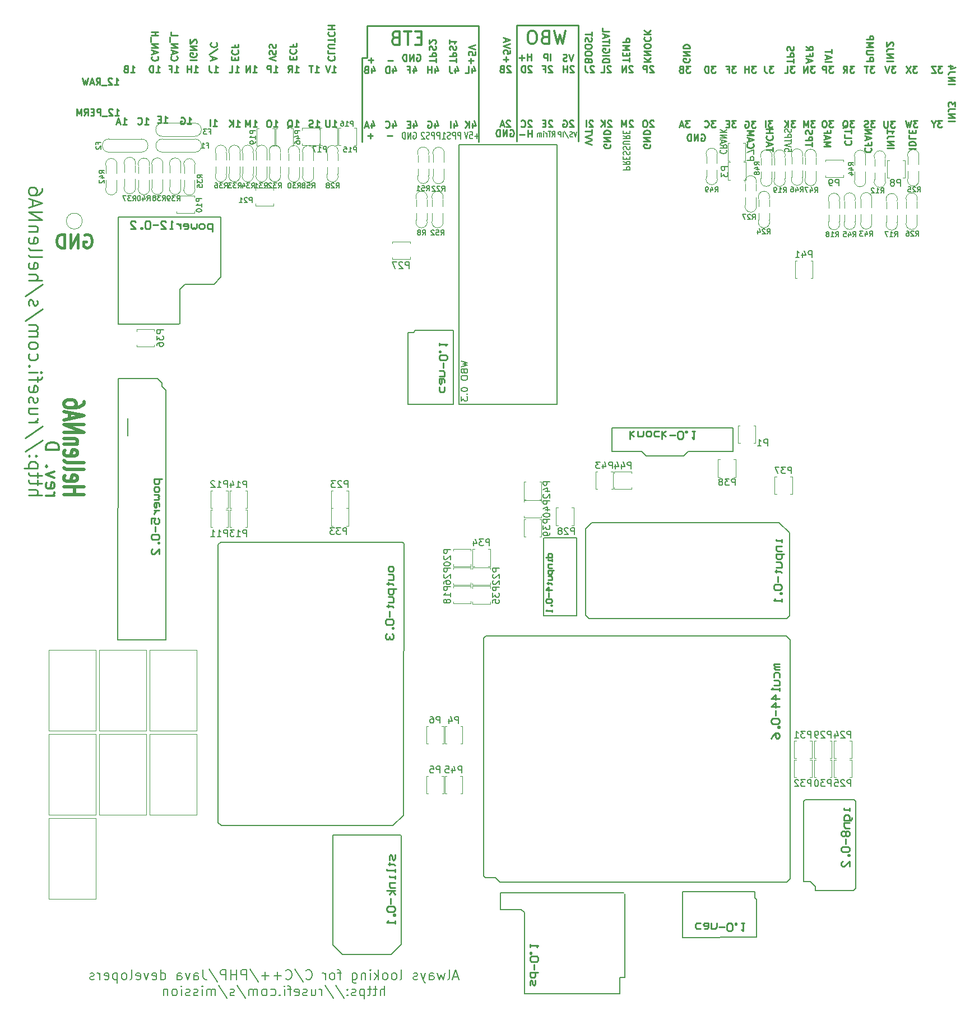
<source format=gbo>
G75*
G70*
%OFA0B0*%
%FSLAX25Y25*%
%IPPOS*%
%LPD*%
%AMOC8*
5,1,8,0,0,1.08239X$1,22.5*
%
%ADD101C,0.01969*%
%ADD107C,0.00984*%
%ADD108C,0.00669*%
%ADD109C,0.00500*%
%ADD110C,0.01181*%
%ADD111C,0.00591*%
%ADD116C,0.00390*%
%ADD117C,0.00472*%
%ADD129C,0.00880*%
%ADD130C,0.01378*%
%ADD131C,0.00807*%
%ADD94C,0.00787*%
%ADD95C,0.01575*%
%ADD96C,0.01000*%
X0000000Y0000000D02*
%LPD*%
G01*
D107*
X0293786Y0592738D02*
X0293786Y0523801D01*
X0330400Y0523801D02*
X0330400Y0592738D01*
X0201975Y0573446D02*
X0201975Y0523407D01*
X0271306Y0523407D02*
X0271306Y0592344D01*
X0201936Y0573643D02*
X0205007Y0573643D01*
X0204967Y0592344D02*
X0204967Y0573604D01*
X0271306Y0592344D02*
X0204967Y0592344D01*
X0330400Y0592738D02*
X0293786Y0592738D01*
D129*
X0083784Y0534870D02*
X0086069Y0534870D01*
X0084926Y0534870D02*
X0084926Y0538870D01*
X0084926Y0538870D02*
X0085307Y0538298D01*
X0085307Y0538298D02*
X0085688Y0537917D01*
X0085688Y0537917D02*
X0086069Y0537727D01*
X0082069Y0536965D02*
X0080736Y0536965D01*
X0080164Y0534870D02*
X0082069Y0534870D01*
X0082069Y0534870D02*
X0082069Y0538870D01*
X0082069Y0538870D02*
X0080164Y0538870D01*
X0494534Y0568632D02*
X0492058Y0568632D01*
X0492058Y0568632D02*
X0493391Y0567108D01*
X0493391Y0567108D02*
X0492820Y0567108D01*
X0492820Y0567108D02*
X0492439Y0566918D01*
X0492439Y0566918D02*
X0492248Y0566728D01*
X0492248Y0566728D02*
X0492058Y0566347D01*
X0492058Y0566347D02*
X0492058Y0565394D01*
X0492058Y0565394D02*
X0492248Y0565013D01*
X0492248Y0565013D02*
X0492439Y0564823D01*
X0492439Y0564823D02*
X0492820Y0564632D01*
X0492820Y0564632D02*
X0493963Y0564632D01*
X0493963Y0564632D02*
X0494344Y0564823D01*
X0494344Y0564823D02*
X0494534Y0565013D01*
X0488058Y0564632D02*
X0489391Y0566537D01*
X0490344Y0564632D02*
X0490344Y0568632D01*
X0490344Y0568632D02*
X0488820Y0568632D01*
X0488820Y0568632D02*
X0488439Y0568442D01*
X0488439Y0568442D02*
X0488248Y0568251D01*
X0488248Y0568251D02*
X0488058Y0567870D01*
X0488058Y0567870D02*
X0488058Y0567299D01*
X0488058Y0567299D02*
X0488248Y0566918D01*
X0488248Y0566918D02*
X0488439Y0566728D01*
X0488439Y0566728D02*
X0488820Y0566537D01*
X0488820Y0566537D02*
X0490344Y0566537D01*
D130*
X0322939Y0589560D02*
X0321064Y0581686D01*
X0321064Y0581686D02*
X0319564Y0587311D01*
X0319564Y0587311D02*
X0318064Y0581686D01*
X0318064Y0581686D02*
X0316190Y0589560D01*
X0310565Y0585811D02*
X0309440Y0585436D01*
X0309440Y0585436D02*
X0309065Y0585061D01*
X0309065Y0585061D02*
X0308691Y0584311D01*
X0308691Y0584311D02*
X0308691Y0583186D01*
X0308691Y0583186D02*
X0309065Y0582436D01*
X0309065Y0582436D02*
X0309440Y0582061D01*
X0309440Y0582061D02*
X0310190Y0581686D01*
X0310190Y0581686D02*
X0313190Y0581686D01*
X0313190Y0581686D02*
X0313190Y0589560D01*
X0313190Y0589560D02*
X0310565Y0589560D01*
X0310565Y0589560D02*
X0309815Y0589185D01*
X0309815Y0589185D02*
X0309440Y0588810D01*
X0309440Y0588810D02*
X0309065Y0588060D01*
X0309065Y0588060D02*
X0309065Y0587311D01*
X0309065Y0587311D02*
X0309440Y0586561D01*
X0309440Y0586561D02*
X0309815Y0586186D01*
X0309815Y0586186D02*
X0310565Y0585811D01*
X0310565Y0585811D02*
X0313190Y0585811D01*
X0303816Y0589560D02*
X0302316Y0589560D01*
X0302316Y0589560D02*
X0301566Y0589185D01*
X0301566Y0589185D02*
X0300817Y0588435D01*
X0300817Y0588435D02*
X0300442Y0586936D01*
X0300442Y0586936D02*
X0300442Y0584311D01*
X0300442Y0584311D02*
X0300817Y0582811D01*
X0300817Y0582811D02*
X0301566Y0582061D01*
X0301566Y0582061D02*
X0302316Y0581686D01*
X0302316Y0581686D02*
X0303816Y0581686D01*
X0303816Y0581686D02*
X0304566Y0582061D01*
X0304566Y0582061D02*
X0305316Y0582811D01*
X0305316Y0582811D02*
X0305691Y0584311D01*
X0305691Y0584311D02*
X0305691Y0586936D01*
X0305691Y0586936D02*
X0305316Y0588435D01*
X0305316Y0588435D02*
X0304566Y0589185D01*
X0304566Y0589185D02*
X0303816Y0589560D01*
D129*
X0327457Y0575523D02*
X0326124Y0571523D01*
X0326124Y0571523D02*
X0324791Y0575523D01*
X0323648Y0571714D02*
X0323076Y0571523D01*
X0323076Y0571523D02*
X0322124Y0571523D01*
X0322124Y0571523D02*
X0321743Y0571714D01*
X0321743Y0571714D02*
X0321553Y0571904D01*
X0321553Y0571904D02*
X0321362Y0572285D01*
X0321362Y0572285D02*
X0321362Y0572666D01*
X0321362Y0572666D02*
X0321553Y0573047D01*
X0321553Y0573047D02*
X0321743Y0573238D01*
X0321743Y0573238D02*
X0322124Y0573428D01*
X0322124Y0573428D02*
X0322886Y0573619D01*
X0322886Y0573619D02*
X0323267Y0573809D01*
X0323267Y0573809D02*
X0323457Y0574000D01*
X0323457Y0574000D02*
X0323648Y0574381D01*
X0323648Y0574381D02*
X0323648Y0574761D01*
X0323648Y0574761D02*
X0323457Y0575142D01*
X0323457Y0575142D02*
X0323267Y0575333D01*
X0323267Y0575333D02*
X0322886Y0575523D01*
X0322886Y0575523D02*
X0321933Y0575523D01*
X0321933Y0575523D02*
X0321362Y0575333D01*
X0208263Y0527102D02*
X0205215Y0527102D01*
X0206739Y0525579D02*
X0206739Y0528626D01*
X0232389Y0567004D02*
X0232389Y0564337D01*
X0233342Y0568527D02*
X0234294Y0565670D01*
X0234294Y0565670D02*
X0231818Y0565670D01*
X0228961Y0566432D02*
X0230294Y0566432D01*
X0230294Y0564337D02*
X0230294Y0568337D01*
X0230294Y0568337D02*
X0228389Y0568337D01*
X0482129Y0536132D02*
X0479653Y0536132D01*
X0479653Y0536132D02*
X0480987Y0534608D01*
X0480987Y0534608D02*
X0480415Y0534608D01*
X0480415Y0534608D02*
X0480034Y0534418D01*
X0480034Y0534418D02*
X0479844Y0534228D01*
X0479844Y0534228D02*
X0479653Y0533847D01*
X0479653Y0533847D02*
X0479653Y0532894D01*
X0479653Y0532894D02*
X0479844Y0532513D01*
X0479844Y0532513D02*
X0480034Y0532323D01*
X0480034Y0532323D02*
X0480415Y0532132D01*
X0480415Y0532132D02*
X0481558Y0532132D01*
X0481558Y0532132D02*
X0481939Y0532323D01*
X0481939Y0532323D02*
X0482129Y0532513D01*
X0477177Y0536132D02*
X0476415Y0536132D01*
X0476415Y0536132D02*
X0476034Y0535942D01*
X0476034Y0535942D02*
X0475653Y0535561D01*
X0475653Y0535561D02*
X0475463Y0534799D01*
X0475463Y0534799D02*
X0475463Y0533466D01*
X0475463Y0533466D02*
X0475653Y0532704D01*
X0475653Y0532704D02*
X0476034Y0532323D01*
X0476034Y0532323D02*
X0476415Y0532132D01*
X0476415Y0532132D02*
X0477177Y0532132D01*
X0477177Y0532132D02*
X0477558Y0532323D01*
X0477558Y0532323D02*
X0477939Y0532704D01*
X0477939Y0532704D02*
X0478129Y0533466D01*
X0478129Y0533466D02*
X0478129Y0534799D01*
X0478129Y0534799D02*
X0477939Y0535561D01*
X0477939Y0535561D02*
X0477558Y0535942D01*
X0477558Y0535942D02*
X0477177Y0536132D01*
X0149338Y0532329D02*
X0151624Y0532329D01*
X0150481Y0532329D02*
X0150481Y0536329D01*
X0150481Y0536329D02*
X0150862Y0535758D01*
X0150862Y0535758D02*
X0151243Y0535377D01*
X0151243Y0535377D02*
X0151624Y0535186D01*
X0146862Y0536329D02*
X0146100Y0536329D01*
X0146100Y0536329D02*
X0145719Y0536139D01*
X0145719Y0536139D02*
X0145338Y0535758D01*
X0145338Y0535758D02*
X0145148Y0534996D01*
X0145148Y0534996D02*
X0145148Y0533662D01*
X0145148Y0533662D02*
X0145338Y0532901D01*
X0145338Y0532901D02*
X0145719Y0532520D01*
X0145719Y0532520D02*
X0146100Y0532329D01*
X0146100Y0532329D02*
X0146862Y0532329D01*
X0146862Y0532329D02*
X0147243Y0532520D01*
X0147243Y0532520D02*
X0147624Y0532901D01*
X0147624Y0532901D02*
X0147814Y0533662D01*
X0147814Y0533662D02*
X0147814Y0534996D01*
X0147814Y0534996D02*
X0147624Y0535758D01*
X0147624Y0535758D02*
X0147243Y0536139D01*
X0147243Y0536139D02*
X0146862Y0536329D01*
X0446218Y0517714D02*
X0446218Y0520000D01*
X0442218Y0518857D02*
X0446218Y0518857D01*
X0443361Y0521143D02*
X0443361Y0523048D01*
X0442218Y0520762D02*
X0446218Y0522095D01*
X0446218Y0522095D02*
X0442218Y0523429D01*
X0442599Y0527048D02*
X0442408Y0526857D01*
X0442408Y0526857D02*
X0442218Y0526286D01*
X0442218Y0526286D02*
X0442218Y0525905D01*
X0442218Y0525905D02*
X0442408Y0525333D01*
X0442408Y0525333D02*
X0442789Y0524952D01*
X0442789Y0524952D02*
X0443170Y0524762D01*
X0443170Y0524762D02*
X0443932Y0524571D01*
X0443932Y0524571D02*
X0444503Y0524571D01*
X0444503Y0524571D02*
X0445265Y0524762D01*
X0445265Y0524762D02*
X0445646Y0524952D01*
X0445646Y0524952D02*
X0446027Y0525333D01*
X0446027Y0525333D02*
X0446218Y0525905D01*
X0446218Y0525905D02*
X0446218Y0526286D01*
X0446218Y0526286D02*
X0446027Y0526857D01*
X0446027Y0526857D02*
X0445837Y0527048D01*
X0442218Y0528762D02*
X0446218Y0528762D01*
X0444313Y0528762D02*
X0444313Y0531048D01*
X0442218Y0531048D02*
X0446218Y0531048D01*
X0126362Y0564829D02*
X0128648Y0564829D01*
X0127505Y0564829D02*
X0127505Y0568829D01*
X0127505Y0568829D02*
X0127886Y0568258D01*
X0127886Y0568258D02*
X0128267Y0567877D01*
X0128267Y0567877D02*
X0128648Y0567686D01*
X0122743Y0564829D02*
X0124648Y0564829D01*
X0124648Y0564829D02*
X0124648Y0568829D01*
X0446558Y0568632D02*
X0444082Y0568632D01*
X0444082Y0568632D02*
X0445415Y0567108D01*
X0445415Y0567108D02*
X0444844Y0567108D01*
X0444844Y0567108D02*
X0444463Y0566918D01*
X0444463Y0566918D02*
X0444272Y0566728D01*
X0444272Y0566728D02*
X0444082Y0566347D01*
X0444082Y0566347D02*
X0444082Y0565394D01*
X0444082Y0565394D02*
X0444272Y0565013D01*
X0444272Y0565013D02*
X0444463Y0564823D01*
X0444463Y0564823D02*
X0444844Y0564632D01*
X0444844Y0564632D02*
X0445987Y0564632D01*
X0445987Y0564632D02*
X0446367Y0564823D01*
X0446367Y0564823D02*
X0446558Y0565013D01*
X0441225Y0568632D02*
X0441225Y0565775D01*
X0441225Y0565775D02*
X0441415Y0565204D01*
X0441415Y0565204D02*
X0441796Y0564823D01*
X0441796Y0564823D02*
X0442367Y0564632D01*
X0442367Y0564632D02*
X0442748Y0564632D01*
X0489331Y0524219D02*
X0489140Y0524028D01*
X0489140Y0524028D02*
X0488950Y0523457D01*
X0488950Y0523457D02*
X0488950Y0523076D01*
X0488950Y0523076D02*
X0489140Y0522504D01*
X0489140Y0522504D02*
X0489521Y0522123D01*
X0489521Y0522123D02*
X0489902Y0521933D01*
X0489902Y0521933D02*
X0490664Y0521742D01*
X0490664Y0521742D02*
X0491236Y0521742D01*
X0491236Y0521742D02*
X0491998Y0521933D01*
X0491998Y0521933D02*
X0492379Y0522123D01*
X0492379Y0522123D02*
X0492759Y0522504D01*
X0492759Y0522504D02*
X0492950Y0523076D01*
X0492950Y0523076D02*
X0492950Y0523457D01*
X0492950Y0523457D02*
X0492759Y0524028D01*
X0492759Y0524028D02*
X0492569Y0524219D01*
X0488950Y0527838D02*
X0488950Y0525933D01*
X0488950Y0525933D02*
X0492950Y0525933D01*
X0492950Y0528600D02*
X0492950Y0530885D01*
X0488950Y0529742D02*
X0492950Y0529742D01*
X0494629Y0536132D02*
X0492153Y0536132D01*
X0492153Y0536132D02*
X0493487Y0534608D01*
X0493487Y0534608D02*
X0492915Y0534608D01*
X0492915Y0534608D02*
X0492534Y0534418D01*
X0492534Y0534418D02*
X0492344Y0534228D01*
X0492344Y0534228D02*
X0492153Y0533847D01*
X0492153Y0533847D02*
X0492153Y0532894D01*
X0492153Y0532894D02*
X0492344Y0532513D01*
X0492344Y0532513D02*
X0492534Y0532323D01*
X0492534Y0532323D02*
X0492915Y0532132D01*
X0492915Y0532132D02*
X0494058Y0532132D01*
X0494058Y0532132D02*
X0494439Y0532323D01*
X0494439Y0532323D02*
X0494629Y0532513D01*
X0487772Y0531751D02*
X0488153Y0531942D01*
X0488153Y0531942D02*
X0488534Y0532323D01*
X0488534Y0532323D02*
X0489106Y0532894D01*
X0489106Y0532894D02*
X0489487Y0533085D01*
X0489487Y0533085D02*
X0489867Y0533085D01*
X0489677Y0532132D02*
X0490058Y0532323D01*
X0490058Y0532323D02*
X0490439Y0532704D01*
X0490439Y0532704D02*
X0490629Y0533466D01*
X0490629Y0533466D02*
X0490629Y0534799D01*
X0490629Y0534799D02*
X0490439Y0535561D01*
X0490439Y0535561D02*
X0490058Y0535942D01*
X0490058Y0535942D02*
X0489677Y0536132D01*
X0489677Y0536132D02*
X0488915Y0536132D01*
X0488915Y0536132D02*
X0488534Y0535942D01*
X0488534Y0535942D02*
X0488153Y0535561D01*
X0488153Y0535561D02*
X0487963Y0534799D01*
X0487963Y0534799D02*
X0487963Y0533466D01*
X0487963Y0533466D02*
X0488153Y0532704D01*
X0488153Y0532704D02*
X0488534Y0532323D01*
X0488534Y0532323D02*
X0488915Y0532132D01*
X0488915Y0532132D02*
X0489677Y0532132D01*
X0160829Y0572517D02*
X0160829Y0573850D01*
X0158733Y0574421D02*
X0158733Y0572517D01*
X0158733Y0572517D02*
X0162733Y0572517D01*
X0162733Y0572517D02*
X0162733Y0574421D01*
X0159114Y0578421D02*
X0158924Y0578231D01*
X0158924Y0578231D02*
X0158733Y0577659D01*
X0158733Y0577659D02*
X0158733Y0577278D01*
X0158733Y0577278D02*
X0158924Y0576707D01*
X0158924Y0576707D02*
X0159305Y0576326D01*
X0159305Y0576326D02*
X0159686Y0576136D01*
X0159686Y0576136D02*
X0160448Y0575945D01*
X0160448Y0575945D02*
X0161019Y0575945D01*
X0161019Y0575945D02*
X0161781Y0576136D01*
X0161781Y0576136D02*
X0162162Y0576326D01*
X0162162Y0576326D02*
X0162543Y0576707D01*
X0162543Y0576707D02*
X0162733Y0577278D01*
X0162733Y0577278D02*
X0162733Y0577659D01*
X0162733Y0577659D02*
X0162543Y0578231D01*
X0162543Y0578231D02*
X0162352Y0578421D01*
X0160829Y0581469D02*
X0160829Y0580136D01*
X0158733Y0580136D02*
X0162733Y0580136D01*
X0162733Y0580136D02*
X0162733Y0582040D01*
X0079243Y0564829D02*
X0081529Y0564829D01*
X0080386Y0564829D02*
X0080386Y0568829D01*
X0080386Y0568829D02*
X0080767Y0568258D01*
X0080767Y0568258D02*
X0081148Y0567877D01*
X0081148Y0567877D02*
X0081529Y0567686D01*
X0077529Y0564829D02*
X0077529Y0568829D01*
X0077529Y0568829D02*
X0076576Y0568829D01*
X0076576Y0568829D02*
X0076005Y0568639D01*
X0076005Y0568639D02*
X0075624Y0568258D01*
X0075624Y0568258D02*
X0075433Y0567877D01*
X0075433Y0567877D02*
X0075243Y0567115D01*
X0075243Y0567115D02*
X0075243Y0566543D01*
X0075243Y0566543D02*
X0075433Y0565782D01*
X0075433Y0565782D02*
X0075624Y0565401D01*
X0075624Y0565401D02*
X0076005Y0565020D01*
X0076005Y0565020D02*
X0076576Y0564829D01*
X0076576Y0564829D02*
X0077529Y0564829D01*
D94*
X0271379Y0526901D02*
X0268979Y0526901D01*
X0270179Y0525377D02*
X0270179Y0528424D01*
X0265980Y0529377D02*
X0267479Y0529377D01*
X0267479Y0529377D02*
X0267629Y0527472D01*
X0267629Y0527472D02*
X0267479Y0527663D01*
X0267479Y0527663D02*
X0267179Y0527853D01*
X0267179Y0527853D02*
X0266430Y0527853D01*
X0266430Y0527853D02*
X0266130Y0527663D01*
X0266130Y0527663D02*
X0265980Y0527472D01*
X0265980Y0527472D02*
X0265830Y0527091D01*
X0265830Y0527091D02*
X0265830Y0526139D01*
X0265830Y0526139D02*
X0265980Y0525758D01*
X0265980Y0525758D02*
X0266130Y0525567D01*
X0266130Y0525567D02*
X0266430Y0525377D01*
X0266430Y0525377D02*
X0267179Y0525377D01*
X0267179Y0525377D02*
X0267479Y0525567D01*
X0267479Y0525567D02*
X0267629Y0525758D01*
X0264930Y0529377D02*
X0263880Y0525377D01*
X0263880Y0525377D02*
X0262830Y0529377D01*
D129*
X0360981Y0571051D02*
X0360981Y0573336D01*
X0356981Y0572194D02*
X0360981Y0572194D01*
X0359077Y0574670D02*
X0359077Y0576003D01*
X0356981Y0576574D02*
X0356981Y0574670D01*
X0356981Y0574670D02*
X0360981Y0574670D01*
X0360981Y0574670D02*
X0360981Y0576574D01*
X0356981Y0578289D02*
X0360981Y0578289D01*
X0360981Y0578289D02*
X0358124Y0579622D01*
X0358124Y0579622D02*
X0360981Y0580955D01*
X0360981Y0580955D02*
X0356981Y0580955D01*
X0356981Y0582860D02*
X0360981Y0582860D01*
X0360981Y0582860D02*
X0360981Y0584384D01*
X0360981Y0584384D02*
X0360791Y0584765D01*
X0360791Y0584765D02*
X0360600Y0584955D01*
X0360600Y0584955D02*
X0360220Y0585146D01*
X0360220Y0585146D02*
X0359648Y0585146D01*
X0359648Y0585146D02*
X0359267Y0584955D01*
X0359267Y0584955D02*
X0359077Y0584765D01*
X0359077Y0584765D02*
X0358886Y0584384D01*
X0358886Y0584384D02*
X0358886Y0582860D01*
D94*
X0260563Y0525298D02*
X0260563Y0529298D01*
X0260563Y0529298D02*
X0259364Y0529298D01*
X0259364Y0529298D02*
X0259064Y0529108D01*
X0259064Y0529108D02*
X0258914Y0528917D01*
X0258914Y0528917D02*
X0258764Y0528536D01*
X0258764Y0528536D02*
X0258764Y0527965D01*
X0258764Y0527965D02*
X0258914Y0527584D01*
X0258914Y0527584D02*
X0259064Y0527393D01*
X0259064Y0527393D02*
X0259364Y0527203D01*
X0259364Y0527203D02*
X0260563Y0527203D01*
X0257414Y0525298D02*
X0257414Y0529298D01*
X0257414Y0529298D02*
X0256214Y0529298D01*
X0256214Y0529298D02*
X0255914Y0529108D01*
X0255914Y0529108D02*
X0255764Y0528917D01*
X0255764Y0528917D02*
X0255614Y0528536D01*
X0255614Y0528536D02*
X0255614Y0527965D01*
X0255614Y0527965D02*
X0255764Y0527584D01*
X0255764Y0527584D02*
X0255914Y0527393D01*
X0255914Y0527393D02*
X0256214Y0527203D01*
X0256214Y0527203D02*
X0257414Y0527203D01*
X0254414Y0525489D02*
X0253964Y0525298D01*
X0253964Y0525298D02*
X0253214Y0525298D01*
X0253214Y0525298D02*
X0252914Y0525489D01*
X0252914Y0525489D02*
X0252764Y0525679D01*
X0252764Y0525679D02*
X0252614Y0526060D01*
X0252614Y0526060D02*
X0252614Y0526441D01*
X0252614Y0526441D02*
X0252764Y0526822D01*
X0252764Y0526822D02*
X0252914Y0527012D01*
X0252914Y0527012D02*
X0253214Y0527203D01*
X0253214Y0527203D02*
X0253814Y0527393D01*
X0253814Y0527393D02*
X0254114Y0527584D01*
X0254114Y0527584D02*
X0254264Y0527774D01*
X0254264Y0527774D02*
X0254414Y0528155D01*
X0254414Y0528155D02*
X0254414Y0528536D01*
X0254414Y0528536D02*
X0254264Y0528917D01*
X0254264Y0528917D02*
X0254114Y0529108D01*
X0254114Y0529108D02*
X0253814Y0529298D01*
X0253814Y0529298D02*
X0253064Y0529298D01*
X0253064Y0529298D02*
X0252614Y0529108D01*
X0249615Y0525298D02*
X0251415Y0525298D01*
X0250515Y0525298D02*
X0250515Y0529298D01*
X0250515Y0529298D02*
X0250815Y0528727D01*
X0250815Y0528727D02*
X0251115Y0528346D01*
X0251115Y0528346D02*
X0251415Y0528155D01*
D129*
X0397034Y0568632D02*
X0394558Y0568632D01*
X0394558Y0568632D02*
X0395891Y0567108D01*
X0395891Y0567108D02*
X0395320Y0567108D01*
X0395320Y0567108D02*
X0394939Y0566918D01*
X0394939Y0566918D02*
X0394748Y0566728D01*
X0394748Y0566728D02*
X0394558Y0566347D01*
X0394558Y0566347D02*
X0394558Y0565394D01*
X0394558Y0565394D02*
X0394748Y0565013D01*
X0394748Y0565013D02*
X0394939Y0564823D01*
X0394939Y0564823D02*
X0395320Y0564632D01*
X0395320Y0564632D02*
X0396463Y0564632D01*
X0396463Y0564632D02*
X0396844Y0564823D01*
X0396844Y0564823D02*
X0397034Y0565013D01*
X0391510Y0566728D02*
X0390939Y0566537D01*
X0390939Y0566537D02*
X0390748Y0566347D01*
X0390748Y0566347D02*
X0390558Y0565966D01*
X0390558Y0565966D02*
X0390558Y0565394D01*
X0390558Y0565394D02*
X0390748Y0565013D01*
X0390748Y0565013D02*
X0390939Y0564823D01*
X0390939Y0564823D02*
X0391320Y0564632D01*
X0391320Y0564632D02*
X0392844Y0564632D01*
X0392844Y0564632D02*
X0392844Y0568632D01*
X0392844Y0568632D02*
X0391510Y0568632D01*
X0391510Y0568632D02*
X0391129Y0568442D01*
X0391129Y0568442D02*
X0390939Y0568251D01*
X0390939Y0568251D02*
X0390748Y0567870D01*
X0390748Y0567870D02*
X0390748Y0567489D01*
X0390748Y0567489D02*
X0390939Y0567108D01*
X0390939Y0567108D02*
X0391129Y0566918D01*
X0391129Y0566918D02*
X0391510Y0566728D01*
X0391510Y0566728D02*
X0392844Y0566728D01*
X0267675Y0534504D02*
X0267675Y0531837D01*
X0268627Y0536027D02*
X0269580Y0533170D01*
X0269580Y0533170D02*
X0267104Y0533170D01*
X0265580Y0531837D02*
X0265580Y0535837D01*
X0263294Y0531837D02*
X0265008Y0534123D01*
X0263294Y0535837D02*
X0265580Y0533551D01*
D111*
X0329652Y0529599D02*
X0328734Y0526449D01*
X0328734Y0526449D02*
X0327815Y0529599D01*
X0327028Y0526599D02*
X0326634Y0526449D01*
X0326634Y0526449D02*
X0325978Y0526449D01*
X0325978Y0526449D02*
X0325715Y0526599D01*
X0325715Y0526599D02*
X0325584Y0526749D01*
X0325584Y0526749D02*
X0325453Y0527049D01*
X0325453Y0527049D02*
X0325453Y0527349D01*
X0325453Y0527349D02*
X0325584Y0527649D01*
X0325584Y0527649D02*
X0325715Y0527799D01*
X0325715Y0527799D02*
X0325978Y0527949D01*
X0325978Y0527949D02*
X0326503Y0528099D01*
X0326503Y0528099D02*
X0326765Y0528249D01*
X0326765Y0528249D02*
X0326896Y0528399D01*
X0326896Y0528399D02*
X0327028Y0528699D01*
X0327028Y0528699D02*
X0327028Y0528999D01*
X0327028Y0528999D02*
X0326896Y0529299D01*
X0326896Y0529299D02*
X0326765Y0529449D01*
X0326765Y0529449D02*
X0326503Y0529599D01*
X0326503Y0529599D02*
X0325847Y0529599D01*
X0325847Y0529599D02*
X0325453Y0529449D01*
X0322303Y0529749D02*
X0324665Y0525699D01*
X0321385Y0526449D02*
X0321385Y0529599D01*
X0320072Y0526449D02*
X0320072Y0529599D01*
X0320072Y0529599D02*
X0319022Y0529599D01*
X0319022Y0529599D02*
X0318760Y0529449D01*
X0318760Y0529449D02*
X0318629Y0529299D01*
X0318629Y0529299D02*
X0318497Y0528999D01*
X0318497Y0528999D02*
X0318497Y0528549D01*
X0318497Y0528549D02*
X0318629Y0528249D01*
X0318629Y0528249D02*
X0318760Y0528099D01*
X0318760Y0528099D02*
X0319022Y0527949D01*
X0319022Y0527949D02*
X0320072Y0527949D01*
D129*
X0403546Y0527912D02*
X0403927Y0528102D01*
X0403927Y0528102D02*
X0404499Y0528102D01*
X0404499Y0528102D02*
X0405070Y0527912D01*
X0405070Y0527912D02*
X0405451Y0527531D01*
X0405451Y0527531D02*
X0405642Y0527150D01*
X0405642Y0527150D02*
X0405832Y0526388D01*
X0405832Y0526388D02*
X0405832Y0525816D01*
X0405832Y0525816D02*
X0405642Y0525055D01*
X0405642Y0525055D02*
X0405451Y0524674D01*
X0405451Y0524674D02*
X0405070Y0524293D01*
X0405070Y0524293D02*
X0404499Y0524102D01*
X0404499Y0524102D02*
X0404118Y0524102D01*
X0404118Y0524102D02*
X0403546Y0524293D01*
X0403546Y0524293D02*
X0403356Y0524483D01*
X0403356Y0524483D02*
X0403356Y0525816D01*
X0403356Y0525816D02*
X0404118Y0525816D01*
X0401642Y0524102D02*
X0401642Y0528102D01*
X0401642Y0528102D02*
X0399356Y0524102D01*
X0399356Y0524102D02*
X0399356Y0528102D01*
X0397451Y0524102D02*
X0397451Y0528102D01*
X0397451Y0528102D02*
X0396499Y0528102D01*
X0396499Y0528102D02*
X0395927Y0527912D01*
X0395927Y0527912D02*
X0395546Y0527531D01*
X0395546Y0527531D02*
X0395356Y0527150D01*
X0395356Y0527150D02*
X0395165Y0526388D01*
X0395165Y0526388D02*
X0395165Y0525816D01*
X0395165Y0525816D02*
X0395356Y0525055D01*
X0395356Y0525055D02*
X0395546Y0524674D01*
X0395546Y0524674D02*
X0395927Y0524293D01*
X0395927Y0524293D02*
X0396499Y0524102D01*
X0396499Y0524102D02*
X0397451Y0524102D01*
D94*
X0357213Y0506894D02*
X0361213Y0506894D01*
X0361213Y0506894D02*
X0361213Y0508094D01*
X0361213Y0508094D02*
X0361022Y0508394D01*
X0361022Y0508394D02*
X0360832Y0508544D01*
X0360832Y0508544D02*
X0360451Y0508694D01*
X0360451Y0508694D02*
X0359879Y0508694D01*
X0359879Y0508694D02*
X0359499Y0508544D01*
X0359499Y0508544D02*
X0359308Y0508394D01*
X0359308Y0508394D02*
X0359118Y0508094D01*
X0359118Y0508094D02*
X0359118Y0506894D01*
X0357213Y0511843D02*
X0359118Y0510793D01*
X0357213Y0510044D02*
X0361213Y0510044D01*
X0361213Y0510044D02*
X0361213Y0511243D01*
X0361213Y0511243D02*
X0361022Y0511543D01*
X0361022Y0511543D02*
X0360832Y0511693D01*
X0360832Y0511693D02*
X0360451Y0511843D01*
X0360451Y0511843D02*
X0359879Y0511843D01*
X0359879Y0511843D02*
X0359499Y0511693D01*
X0359499Y0511693D02*
X0359308Y0511543D01*
X0359308Y0511543D02*
X0359118Y0511243D01*
X0359118Y0511243D02*
X0359118Y0510044D01*
X0359308Y0513193D02*
X0359308Y0514243D01*
X0357213Y0514693D02*
X0357213Y0513193D01*
X0357213Y0513193D02*
X0361213Y0513193D01*
X0361213Y0513193D02*
X0361213Y0514693D01*
X0357403Y0515893D02*
X0357213Y0516343D01*
X0357213Y0516343D02*
X0357213Y0517093D01*
X0357213Y0517093D02*
X0357403Y0517393D01*
X0357403Y0517393D02*
X0357594Y0517543D01*
X0357594Y0517543D02*
X0357975Y0517693D01*
X0357975Y0517693D02*
X0358356Y0517693D01*
X0358356Y0517693D02*
X0358737Y0517543D01*
X0358737Y0517543D02*
X0358927Y0517393D01*
X0358927Y0517393D02*
X0359118Y0517093D01*
X0359118Y0517093D02*
X0359308Y0516493D01*
X0359308Y0516493D02*
X0359499Y0516193D01*
X0359499Y0516193D02*
X0359689Y0516043D01*
X0359689Y0516043D02*
X0360070Y0515893D01*
X0360070Y0515893D02*
X0360451Y0515893D01*
X0360451Y0515893D02*
X0360832Y0516043D01*
X0360832Y0516043D02*
X0361022Y0516193D01*
X0361022Y0516193D02*
X0361213Y0516493D01*
X0361213Y0516493D02*
X0361213Y0517243D01*
X0361213Y0517243D02*
X0361022Y0517693D01*
X0357403Y0518892D02*
X0357213Y0519342D01*
X0357213Y0519342D02*
X0357213Y0520092D01*
X0357213Y0520092D02*
X0357403Y0520392D01*
X0357403Y0520392D02*
X0357594Y0520542D01*
X0357594Y0520542D02*
X0357975Y0520692D01*
X0357975Y0520692D02*
X0358356Y0520692D01*
X0358356Y0520692D02*
X0358737Y0520542D01*
X0358737Y0520542D02*
X0358927Y0520392D01*
X0358927Y0520392D02*
X0359118Y0520092D01*
X0359118Y0520092D02*
X0359308Y0519492D01*
X0359308Y0519492D02*
X0359499Y0519192D01*
X0359499Y0519192D02*
X0359689Y0519042D01*
X0359689Y0519042D02*
X0360070Y0518892D01*
X0360070Y0518892D02*
X0360451Y0518892D01*
X0360451Y0518892D02*
X0360832Y0519042D01*
X0360832Y0519042D02*
X0361022Y0519192D01*
X0361022Y0519192D02*
X0361213Y0519492D01*
X0361213Y0519492D02*
X0361213Y0520242D01*
X0361213Y0520242D02*
X0361022Y0520692D01*
X0361213Y0522042D02*
X0357975Y0522042D01*
X0357975Y0522042D02*
X0357594Y0522192D01*
X0357594Y0522192D02*
X0357403Y0522342D01*
X0357403Y0522342D02*
X0357213Y0522642D01*
X0357213Y0522642D02*
X0357213Y0523242D01*
X0357213Y0523242D02*
X0357403Y0523542D01*
X0357403Y0523542D02*
X0357594Y0523692D01*
X0357594Y0523692D02*
X0357975Y0523842D01*
X0357975Y0523842D02*
X0361213Y0523842D01*
X0357213Y0527141D02*
X0359118Y0526092D01*
X0357213Y0525342D02*
X0361213Y0525342D01*
X0361213Y0525342D02*
X0361213Y0526541D01*
X0361213Y0526541D02*
X0361022Y0526841D01*
X0361022Y0526841D02*
X0360832Y0526991D01*
X0360832Y0526991D02*
X0360451Y0527141D01*
X0360451Y0527141D02*
X0359879Y0527141D01*
X0359879Y0527141D02*
X0359499Y0526991D01*
X0359499Y0526991D02*
X0359308Y0526841D01*
X0359308Y0526841D02*
X0359118Y0526541D01*
X0359118Y0526541D02*
X0359118Y0525342D01*
X0359308Y0528491D02*
X0359308Y0529541D01*
X0357213Y0529991D02*
X0357213Y0528491D01*
X0357213Y0528491D02*
X0361213Y0528491D01*
X0361213Y0528491D02*
X0361213Y0529991D01*
D129*
X0349413Y0521934D02*
X0349603Y0521553D01*
X0349603Y0521553D02*
X0349603Y0520982D01*
X0349603Y0520982D02*
X0349413Y0520410D01*
X0349413Y0520410D02*
X0349032Y0520029D01*
X0349032Y0520029D02*
X0348651Y0519839D01*
X0348651Y0519839D02*
X0347889Y0519648D01*
X0347889Y0519648D02*
X0347318Y0519648D01*
X0347318Y0519648D02*
X0346556Y0519839D01*
X0346556Y0519839D02*
X0346175Y0520029D01*
X0346175Y0520029D02*
X0345794Y0520410D01*
X0345794Y0520410D02*
X0345603Y0520982D01*
X0345603Y0520982D02*
X0345603Y0521363D01*
X0345603Y0521363D02*
X0345794Y0521934D01*
X0345794Y0521934D02*
X0345984Y0522125D01*
X0345984Y0522125D02*
X0347318Y0522125D01*
X0347318Y0522125D02*
X0347318Y0521363D01*
X0345603Y0523839D02*
X0349603Y0523839D01*
X0349603Y0523839D02*
X0345603Y0526125D01*
X0345603Y0526125D02*
X0349603Y0526125D01*
X0345603Y0528029D02*
X0349603Y0528029D01*
X0349603Y0528029D02*
X0349603Y0528982D01*
X0349603Y0528982D02*
X0349413Y0529553D01*
X0349413Y0529553D02*
X0349032Y0529934D01*
X0349032Y0529934D02*
X0348651Y0530125D01*
X0348651Y0530125D02*
X0347889Y0530315D01*
X0347889Y0530315D02*
X0347318Y0530315D01*
X0347318Y0530315D02*
X0346556Y0530125D01*
X0346556Y0530125D02*
X0346175Y0529934D01*
X0346175Y0529934D02*
X0345794Y0529553D01*
X0345794Y0529553D02*
X0345603Y0528982D01*
X0345603Y0528982D02*
X0345603Y0528029D01*
X0506939Y0536132D02*
X0504463Y0536132D01*
X0504463Y0536132D02*
X0505796Y0534608D01*
X0505796Y0534608D02*
X0505225Y0534608D01*
X0505225Y0534608D02*
X0504844Y0534418D01*
X0504844Y0534418D02*
X0504653Y0534228D01*
X0504653Y0534228D02*
X0504463Y0533847D01*
X0504463Y0533847D02*
X0504463Y0532894D01*
X0504463Y0532894D02*
X0504653Y0532513D01*
X0504653Y0532513D02*
X0504844Y0532323D01*
X0504844Y0532323D02*
X0505225Y0532132D01*
X0505225Y0532132D02*
X0506367Y0532132D01*
X0506367Y0532132D02*
X0506748Y0532323D01*
X0506748Y0532323D02*
X0506939Y0532513D01*
X0502939Y0532323D02*
X0502367Y0532132D01*
X0502367Y0532132D02*
X0501415Y0532132D01*
X0501415Y0532132D02*
X0501034Y0532323D01*
X0501034Y0532323D02*
X0500844Y0532513D01*
X0500844Y0532513D02*
X0500653Y0532894D01*
X0500653Y0532894D02*
X0500653Y0533275D01*
X0500653Y0533275D02*
X0500844Y0533656D01*
X0500844Y0533656D02*
X0501034Y0533847D01*
X0501034Y0533847D02*
X0501415Y0534037D01*
X0501415Y0534037D02*
X0502177Y0534228D01*
X0502177Y0534228D02*
X0502558Y0534418D01*
X0502558Y0534418D02*
X0502748Y0534608D01*
X0502748Y0534608D02*
X0502939Y0534989D01*
X0502939Y0534989D02*
X0502939Y0535370D01*
X0502939Y0535370D02*
X0502748Y0535751D01*
X0502748Y0535751D02*
X0502558Y0535942D01*
X0502558Y0535942D02*
X0502177Y0536132D01*
X0502177Y0536132D02*
X0501225Y0536132D01*
X0501225Y0536132D02*
X0500653Y0535942D01*
X0532320Y0536132D02*
X0529844Y0536132D01*
X0529844Y0536132D02*
X0531177Y0534608D01*
X0531177Y0534608D02*
X0530606Y0534608D01*
X0530606Y0534608D02*
X0530225Y0534418D01*
X0530225Y0534418D02*
X0530034Y0534228D01*
X0530034Y0534228D02*
X0529844Y0533847D01*
X0529844Y0533847D02*
X0529844Y0532894D01*
X0529844Y0532894D02*
X0530034Y0532513D01*
X0530034Y0532513D02*
X0530225Y0532323D01*
X0530225Y0532323D02*
X0530606Y0532132D01*
X0530606Y0532132D02*
X0531748Y0532132D01*
X0531748Y0532132D02*
X0532129Y0532323D01*
X0532129Y0532323D02*
X0532320Y0532513D01*
X0528510Y0536132D02*
X0527558Y0532132D01*
X0527558Y0532132D02*
X0526796Y0534989D01*
X0526796Y0534989D02*
X0526034Y0532132D01*
X0526034Y0532132D02*
X0525082Y0536132D01*
X0459534Y0536132D02*
X0457058Y0536132D01*
X0457058Y0536132D02*
X0458391Y0534608D01*
X0458391Y0534608D02*
X0457820Y0534608D01*
X0457820Y0534608D02*
X0457439Y0534418D01*
X0457439Y0534418D02*
X0457248Y0534228D01*
X0457248Y0534228D02*
X0457058Y0533847D01*
X0457058Y0533847D02*
X0457058Y0532894D01*
X0457058Y0532894D02*
X0457248Y0532513D01*
X0457248Y0532513D02*
X0457439Y0532323D01*
X0457439Y0532323D02*
X0457820Y0532132D01*
X0457820Y0532132D02*
X0458963Y0532132D01*
X0458963Y0532132D02*
X0459344Y0532323D01*
X0459344Y0532323D02*
X0459534Y0532513D01*
X0455344Y0532132D02*
X0455344Y0536132D01*
X0453058Y0532132D02*
X0454772Y0534418D01*
X0453058Y0536132D02*
X0455344Y0533847D01*
X0327785Y0568448D02*
X0327595Y0568639D01*
X0327595Y0568639D02*
X0327214Y0568829D01*
X0327214Y0568829D02*
X0326262Y0568829D01*
X0326262Y0568829D02*
X0325881Y0568639D01*
X0325881Y0568639D02*
X0325690Y0568448D01*
X0325690Y0568448D02*
X0325500Y0568067D01*
X0325500Y0568067D02*
X0325500Y0567686D01*
X0325500Y0567686D02*
X0325690Y0567115D01*
X0325690Y0567115D02*
X0327976Y0564829D01*
X0327976Y0564829D02*
X0325500Y0564829D01*
X0323785Y0564829D02*
X0323785Y0568829D01*
X0323785Y0566924D02*
X0321500Y0566924D01*
X0321500Y0564829D02*
X0321500Y0568829D01*
X0550367Y0535836D02*
X0554367Y0535836D01*
X0550367Y0537741D02*
X0554367Y0537741D01*
X0554367Y0537741D02*
X0550367Y0540026D01*
X0550367Y0540026D02*
X0554367Y0540026D01*
X0554367Y0543074D02*
X0551510Y0543074D01*
X0551510Y0543074D02*
X0550939Y0542883D01*
X0550939Y0542883D02*
X0550558Y0542502D01*
X0550558Y0542502D02*
X0550367Y0541931D01*
X0550367Y0541931D02*
X0550367Y0541550D01*
X0554367Y0544598D02*
X0554367Y0547074D01*
X0554367Y0547074D02*
X0552843Y0545741D01*
X0552843Y0545741D02*
X0552843Y0546312D01*
X0552843Y0546312D02*
X0552653Y0546693D01*
X0552653Y0546693D02*
X0552462Y0546883D01*
X0552462Y0546883D02*
X0552082Y0547074D01*
X0552082Y0547074D02*
X0551129Y0547074D01*
X0551129Y0547074D02*
X0550748Y0546883D01*
X0550748Y0546883D02*
X0550558Y0546693D01*
X0550558Y0546693D02*
X0550367Y0546312D01*
X0550367Y0546312D02*
X0550367Y0545169D01*
X0550367Y0545169D02*
X0550558Y0544788D01*
X0550558Y0544788D02*
X0550748Y0544598D01*
X0126321Y0572103D02*
X0126321Y0573436D01*
X0124226Y0574008D02*
X0124226Y0572103D01*
X0124226Y0572103D02*
X0128226Y0572103D01*
X0128226Y0572103D02*
X0128226Y0574008D01*
X0124606Y0578008D02*
X0124416Y0577817D01*
X0124416Y0577817D02*
X0124226Y0577246D01*
X0124226Y0577246D02*
X0124226Y0576865D01*
X0124226Y0576865D02*
X0124416Y0576294D01*
X0124416Y0576294D02*
X0124797Y0575913D01*
X0124797Y0575913D02*
X0125178Y0575722D01*
X0125178Y0575722D02*
X0125940Y0575532D01*
X0125940Y0575532D02*
X0126511Y0575532D01*
X0126511Y0575532D02*
X0127273Y0575722D01*
X0127273Y0575722D02*
X0127654Y0575913D01*
X0127654Y0575913D02*
X0128035Y0576294D01*
X0128035Y0576294D02*
X0128226Y0576865D01*
X0128226Y0576865D02*
X0128226Y0577246D01*
X0128226Y0577246D02*
X0128035Y0577817D01*
X0128035Y0577817D02*
X0127845Y0578008D01*
X0126321Y0581056D02*
X0126321Y0579722D01*
X0124226Y0579722D02*
X0128226Y0579722D01*
X0128226Y0579722D02*
X0128226Y0581627D01*
X0436010Y0535955D02*
X0433534Y0535955D01*
X0433534Y0535955D02*
X0434868Y0534431D01*
X0434868Y0534431D02*
X0434296Y0534431D01*
X0434296Y0534431D02*
X0433915Y0534241D01*
X0433915Y0534241D02*
X0433725Y0534050D01*
X0433725Y0534050D02*
X0433534Y0533669D01*
X0433534Y0533669D02*
X0433534Y0532717D01*
X0433534Y0532717D02*
X0433725Y0532336D01*
X0433725Y0532336D02*
X0433915Y0532146D01*
X0433915Y0532146D02*
X0434296Y0531955D01*
X0434296Y0531955D02*
X0435439Y0531955D01*
X0435439Y0531955D02*
X0435820Y0532146D01*
X0435820Y0532146D02*
X0436010Y0532336D01*
X0429725Y0535765D02*
X0430106Y0535955D01*
X0430106Y0535955D02*
X0430677Y0535955D01*
X0430677Y0535955D02*
X0431249Y0535765D01*
X0431249Y0535765D02*
X0431630Y0535384D01*
X0431630Y0535384D02*
X0431820Y0535003D01*
X0431820Y0535003D02*
X0432010Y0534241D01*
X0432010Y0534241D02*
X0432010Y0533669D01*
X0432010Y0533669D02*
X0431820Y0532908D01*
X0431820Y0532908D02*
X0431630Y0532527D01*
X0431630Y0532527D02*
X0431249Y0532146D01*
X0431249Y0532146D02*
X0430677Y0531955D01*
X0430677Y0531955D02*
X0430296Y0531955D01*
X0430296Y0531955D02*
X0429725Y0532146D01*
X0429725Y0532146D02*
X0429534Y0532336D01*
X0429534Y0532336D02*
X0429534Y0533669D01*
X0429534Y0533669D02*
X0430296Y0533669D01*
X0220231Y0571945D02*
X0217184Y0571945D01*
X0501181Y0519909D02*
X0500991Y0519718D01*
X0500991Y0519718D02*
X0500800Y0519147D01*
X0500800Y0519147D02*
X0500800Y0518766D01*
X0500800Y0518766D02*
X0500991Y0518194D01*
X0500991Y0518194D02*
X0501372Y0517813D01*
X0501372Y0517813D02*
X0501753Y0517623D01*
X0501753Y0517623D02*
X0502515Y0517432D01*
X0502515Y0517432D02*
X0503086Y0517432D01*
X0503086Y0517432D02*
X0503848Y0517623D01*
X0503848Y0517623D02*
X0504229Y0517813D01*
X0504229Y0517813D02*
X0504610Y0518194D01*
X0504610Y0518194D02*
X0504800Y0518766D01*
X0504800Y0518766D02*
X0504800Y0519147D01*
X0504800Y0519147D02*
X0504610Y0519718D01*
X0504610Y0519718D02*
X0504419Y0519909D01*
X0502896Y0522956D02*
X0502896Y0521623D01*
X0500800Y0521623D02*
X0504800Y0521623D01*
X0504800Y0521623D02*
X0504800Y0523528D01*
X0501943Y0524861D02*
X0501943Y0526766D01*
X0500800Y0524480D02*
X0504800Y0525813D01*
X0504800Y0525813D02*
X0500800Y0527147D01*
X0500800Y0528480D02*
X0504800Y0528480D01*
X0504800Y0528480D02*
X0500800Y0530766D01*
X0500800Y0530766D02*
X0504800Y0530766D01*
X0173767Y0564829D02*
X0176052Y0564829D01*
X0174910Y0564829D02*
X0174910Y0568829D01*
X0174910Y0568829D02*
X0175291Y0568258D01*
X0175291Y0568258D02*
X0175672Y0567877D01*
X0175672Y0567877D02*
X0176052Y0567686D01*
X0172624Y0568829D02*
X0170338Y0568829D01*
X0171481Y0564829D02*
X0171481Y0568829D01*
X0471336Y0536132D02*
X0468859Y0536132D01*
X0468859Y0536132D02*
X0470193Y0534608D01*
X0470193Y0534608D02*
X0469621Y0534608D01*
X0469621Y0534608D02*
X0469240Y0534418D01*
X0469240Y0534418D02*
X0469050Y0534228D01*
X0469050Y0534228D02*
X0468859Y0533847D01*
X0468859Y0533847D02*
X0468859Y0532894D01*
X0468859Y0532894D02*
X0469050Y0532513D01*
X0469050Y0532513D02*
X0469240Y0532323D01*
X0469240Y0532323D02*
X0469621Y0532132D01*
X0469621Y0532132D02*
X0470764Y0532132D01*
X0470764Y0532132D02*
X0471145Y0532323D01*
X0471145Y0532323D02*
X0471336Y0532513D01*
X0467145Y0532132D02*
X0467145Y0536132D01*
X0467145Y0536132D02*
X0465812Y0533275D01*
X0465812Y0533275D02*
X0464478Y0536132D01*
X0464478Y0536132D02*
X0464478Y0532132D01*
D101*
X0024566Y0313819D02*
X0036377Y0313819D01*
X0030753Y0313819D02*
X0030753Y0318319D01*
X0024566Y0318319D02*
X0036377Y0318319D01*
X0025129Y0325068D02*
X0024566Y0324318D01*
X0024566Y0324318D02*
X0024566Y0322818D01*
X0024566Y0322818D02*
X0025129Y0322068D01*
X0025129Y0322068D02*
X0026254Y0321693D01*
X0026254Y0321693D02*
X0030753Y0321693D01*
X0030753Y0321693D02*
X0031878Y0322068D01*
X0031878Y0322068D02*
X0032440Y0322818D01*
X0032440Y0322818D02*
X0032440Y0324318D01*
X0032440Y0324318D02*
X0031878Y0325068D01*
X0031878Y0325068D02*
X0030753Y0325443D01*
X0030753Y0325443D02*
X0029628Y0325443D01*
X0029628Y0325443D02*
X0028503Y0321693D01*
X0024566Y0329942D02*
X0025129Y0329192D01*
X0025129Y0329192D02*
X0026254Y0328817D01*
X0026254Y0328817D02*
X0036377Y0328817D01*
X0024566Y0334067D02*
X0025129Y0333317D01*
X0025129Y0333317D02*
X0026254Y0332942D01*
X0026254Y0332942D02*
X0036377Y0332942D01*
X0025129Y0340066D02*
X0024566Y0339316D01*
X0024566Y0339316D02*
X0024566Y0337816D01*
X0024566Y0337816D02*
X0025129Y0337066D01*
X0025129Y0337066D02*
X0026254Y0336691D01*
X0026254Y0336691D02*
X0030753Y0336691D01*
X0030753Y0336691D02*
X0031878Y0337066D01*
X0031878Y0337066D02*
X0032440Y0337816D01*
X0032440Y0337816D02*
X0032440Y0339316D01*
X0032440Y0339316D02*
X0031878Y0340066D01*
X0031878Y0340066D02*
X0030753Y0340441D01*
X0030753Y0340441D02*
X0029628Y0340441D01*
X0029628Y0340441D02*
X0028503Y0336691D01*
X0032440Y0343816D02*
X0024566Y0343816D01*
X0031315Y0343816D02*
X0031878Y0344191D01*
X0031878Y0344191D02*
X0032440Y0344940D01*
X0032440Y0344940D02*
X0032440Y0346065D01*
X0032440Y0346065D02*
X0031878Y0346815D01*
X0031878Y0346815D02*
X0030753Y0347190D01*
X0030753Y0347190D02*
X0024566Y0347190D01*
X0024566Y0350940D02*
X0036377Y0350940D01*
X0036377Y0350940D02*
X0024566Y0355439D01*
X0024566Y0355439D02*
X0036377Y0355439D01*
X0027941Y0358814D02*
X0027941Y0362563D01*
X0024566Y0358064D02*
X0036377Y0360688D01*
X0036377Y0360688D02*
X0024566Y0363313D01*
X0036377Y0369312D02*
X0036377Y0367813D01*
X0036377Y0367813D02*
X0035815Y0367063D01*
X0035815Y0367063D02*
X0035252Y0366688D01*
X0035252Y0366688D02*
X0033565Y0365938D01*
X0033565Y0365938D02*
X0031315Y0365563D01*
X0031315Y0365563D02*
X0026816Y0365563D01*
X0026816Y0365563D02*
X0025691Y0365938D01*
X0025691Y0365938D02*
X0025129Y0366313D01*
X0025129Y0366313D02*
X0024566Y0367063D01*
X0024566Y0367063D02*
X0024566Y0368562D01*
X0024566Y0368562D02*
X0025129Y0369312D01*
X0025129Y0369312D02*
X0025691Y0369687D01*
X0025691Y0369687D02*
X0026816Y0370062D01*
X0026816Y0370062D02*
X0029628Y0370062D01*
X0029628Y0370062D02*
X0030753Y0369687D01*
X0030753Y0369687D02*
X0031315Y0369312D01*
X0031315Y0369312D02*
X0031878Y0368562D01*
X0031878Y0368562D02*
X0031878Y0367063D01*
X0031878Y0367063D02*
X0031315Y0366313D01*
X0031315Y0366313D02*
X0030753Y0365938D01*
X0030753Y0365938D02*
X0029628Y0365563D01*
D129*
X0369540Y0571137D02*
X0373540Y0571137D01*
X0369540Y0573423D02*
X0371826Y0571709D01*
X0373540Y0573423D02*
X0371255Y0571137D01*
X0369540Y0575137D02*
X0373540Y0575137D01*
X0373540Y0575137D02*
X0369540Y0577423D01*
X0369540Y0577423D02*
X0373540Y0577423D01*
X0373540Y0580090D02*
X0373540Y0580852D01*
X0373540Y0580852D02*
X0373350Y0581232D01*
X0373350Y0581232D02*
X0372969Y0581613D01*
X0372969Y0581613D02*
X0372207Y0581804D01*
X0372207Y0581804D02*
X0370874Y0581804D01*
X0370874Y0581804D02*
X0370112Y0581613D01*
X0370112Y0581613D02*
X0369731Y0581232D01*
X0369731Y0581232D02*
X0369540Y0580852D01*
X0369540Y0580852D02*
X0369540Y0580090D01*
X0369540Y0580090D02*
X0369731Y0579709D01*
X0369731Y0579709D02*
X0370112Y0579328D01*
X0370112Y0579328D02*
X0370874Y0579137D01*
X0370874Y0579137D02*
X0372207Y0579137D01*
X0372207Y0579137D02*
X0372969Y0579328D01*
X0372969Y0579328D02*
X0373350Y0579709D01*
X0373350Y0579709D02*
X0373540Y0580090D01*
X0369921Y0585804D02*
X0369731Y0585613D01*
X0369731Y0585613D02*
X0369540Y0585042D01*
X0369540Y0585042D02*
X0369540Y0584661D01*
X0369540Y0584661D02*
X0369731Y0584090D01*
X0369731Y0584090D02*
X0370112Y0583709D01*
X0370112Y0583709D02*
X0370493Y0583518D01*
X0370493Y0583518D02*
X0371255Y0583328D01*
X0371255Y0583328D02*
X0371826Y0583328D01*
X0371826Y0583328D02*
X0372588Y0583518D01*
X0372588Y0583518D02*
X0372969Y0583709D01*
X0372969Y0583709D02*
X0373350Y0584090D01*
X0373350Y0584090D02*
X0373540Y0584661D01*
X0373540Y0584661D02*
X0373540Y0585042D01*
X0373540Y0585042D02*
X0373350Y0585613D01*
X0373350Y0585613D02*
X0373160Y0585804D01*
X0369540Y0587518D02*
X0373540Y0587518D01*
X0369540Y0589804D02*
X0371826Y0588090D01*
X0373540Y0589804D02*
X0371255Y0587518D01*
X0245706Y0570706D02*
X0245706Y0572992D01*
X0241706Y0571849D02*
X0245706Y0571849D01*
X0241706Y0574325D02*
X0245706Y0574325D01*
X0245706Y0574325D02*
X0245706Y0575849D01*
X0245706Y0575849D02*
X0245515Y0576230D01*
X0245515Y0576230D02*
X0245325Y0576421D01*
X0245325Y0576421D02*
X0244944Y0576611D01*
X0244944Y0576611D02*
X0244373Y0576611D01*
X0244373Y0576611D02*
X0243992Y0576421D01*
X0243992Y0576421D02*
X0243801Y0576230D01*
X0243801Y0576230D02*
X0243611Y0575849D01*
X0243611Y0575849D02*
X0243611Y0574325D01*
X0241896Y0578135D02*
X0241706Y0578706D01*
X0241706Y0578706D02*
X0241706Y0579659D01*
X0241706Y0579659D02*
X0241896Y0580040D01*
X0241896Y0580040D02*
X0242087Y0580230D01*
X0242087Y0580230D02*
X0242468Y0580421D01*
X0242468Y0580421D02*
X0242849Y0580421D01*
X0242849Y0580421D02*
X0243230Y0580230D01*
X0243230Y0580230D02*
X0243420Y0580040D01*
X0243420Y0580040D02*
X0243611Y0579659D01*
X0243611Y0579659D02*
X0243801Y0578897D01*
X0243801Y0578897D02*
X0243992Y0578516D01*
X0243992Y0578516D02*
X0244182Y0578325D01*
X0244182Y0578325D02*
X0244563Y0578135D01*
X0244563Y0578135D02*
X0244944Y0578135D01*
X0244944Y0578135D02*
X0245325Y0578325D01*
X0245325Y0578325D02*
X0245515Y0578516D01*
X0245515Y0578516D02*
X0245706Y0578897D01*
X0245706Y0578897D02*
X0245706Y0579849D01*
X0245706Y0579849D02*
X0245515Y0580421D01*
X0245325Y0581945D02*
X0245515Y0582135D01*
X0245515Y0582135D02*
X0245706Y0582516D01*
X0245706Y0582516D02*
X0245706Y0583468D01*
X0245706Y0583468D02*
X0245515Y0583849D01*
X0245515Y0583849D02*
X0245325Y0584040D01*
X0245325Y0584040D02*
X0244944Y0584230D01*
X0244944Y0584230D02*
X0244563Y0584230D01*
X0244563Y0584230D02*
X0243992Y0584040D01*
X0243992Y0584040D02*
X0241706Y0581754D01*
X0241706Y0581754D02*
X0241706Y0584230D01*
X0245175Y0534504D02*
X0245175Y0531837D01*
X0246127Y0536027D02*
X0247080Y0533170D01*
X0247080Y0533170D02*
X0244604Y0533170D01*
X0240985Y0535647D02*
X0241366Y0535837D01*
X0241366Y0535837D02*
X0241937Y0535837D01*
X0241937Y0535837D02*
X0242508Y0535647D01*
X0242508Y0535647D02*
X0242889Y0535266D01*
X0242889Y0535266D02*
X0243080Y0534885D01*
X0243080Y0534885D02*
X0243270Y0534123D01*
X0243270Y0534123D02*
X0243270Y0533551D01*
X0243270Y0533551D02*
X0243080Y0532789D01*
X0243080Y0532789D02*
X0242889Y0532408D01*
X0242889Y0532408D02*
X0242508Y0532027D01*
X0242508Y0532027D02*
X0241937Y0531837D01*
X0241937Y0531837D02*
X0241556Y0531837D01*
X0241556Y0531837D02*
X0240985Y0532027D01*
X0240985Y0532027D02*
X0240794Y0532218D01*
X0240794Y0532218D02*
X0240794Y0533551D01*
X0240794Y0533551D02*
X0241556Y0533551D01*
X0445987Y0536132D02*
X0443510Y0536132D01*
X0443510Y0536132D02*
X0444844Y0534608D01*
X0444844Y0534608D02*
X0444272Y0534608D01*
X0444272Y0534608D02*
X0443891Y0534418D01*
X0443891Y0534418D02*
X0443701Y0534228D01*
X0443701Y0534228D02*
X0443510Y0533847D01*
X0443510Y0533847D02*
X0443510Y0532894D01*
X0443510Y0532894D02*
X0443701Y0532513D01*
X0443701Y0532513D02*
X0443891Y0532323D01*
X0443891Y0532323D02*
X0444272Y0532132D01*
X0444272Y0532132D02*
X0445415Y0532132D01*
X0445415Y0532132D02*
X0445796Y0532323D01*
X0445796Y0532323D02*
X0445987Y0532513D01*
X0441796Y0532132D02*
X0441796Y0536132D01*
X0336478Y0572176D02*
X0336288Y0572747D01*
X0336288Y0572747D02*
X0336097Y0572938D01*
X0336097Y0572938D02*
X0335716Y0573128D01*
X0335716Y0573128D02*
X0335145Y0573128D01*
X0335145Y0573128D02*
X0334764Y0572938D01*
X0334764Y0572938D02*
X0334573Y0572747D01*
X0334573Y0572747D02*
X0334383Y0572366D01*
X0334383Y0572366D02*
X0334383Y0570843D01*
X0334383Y0570843D02*
X0338383Y0570843D01*
X0338383Y0570843D02*
X0338383Y0572176D01*
X0338383Y0572176D02*
X0338193Y0572557D01*
X0338193Y0572557D02*
X0338002Y0572747D01*
X0338002Y0572747D02*
X0337621Y0572938D01*
X0337621Y0572938D02*
X0337240Y0572938D01*
X0337240Y0572938D02*
X0336859Y0572747D01*
X0336859Y0572747D02*
X0336669Y0572557D01*
X0336669Y0572557D02*
X0336478Y0572176D01*
X0336478Y0572176D02*
X0336478Y0570843D01*
X0338383Y0575604D02*
X0338383Y0576366D01*
X0338383Y0576366D02*
X0338193Y0576747D01*
X0338193Y0576747D02*
X0337812Y0577128D01*
X0337812Y0577128D02*
X0337050Y0577319D01*
X0337050Y0577319D02*
X0335716Y0577319D01*
X0335716Y0577319D02*
X0334954Y0577128D01*
X0334954Y0577128D02*
X0334573Y0576747D01*
X0334573Y0576747D02*
X0334383Y0576366D01*
X0334383Y0576366D02*
X0334383Y0575604D01*
X0334383Y0575604D02*
X0334573Y0575224D01*
X0334573Y0575224D02*
X0334954Y0574843D01*
X0334954Y0574843D02*
X0335716Y0574652D01*
X0335716Y0574652D02*
X0337050Y0574652D01*
X0337050Y0574652D02*
X0337812Y0574843D01*
X0337812Y0574843D02*
X0338193Y0575224D01*
X0338193Y0575224D02*
X0338383Y0575604D01*
X0338383Y0579795D02*
X0338383Y0580557D01*
X0338383Y0580557D02*
X0338193Y0580938D01*
X0338193Y0580938D02*
X0337812Y0581319D01*
X0337812Y0581319D02*
X0337050Y0581509D01*
X0337050Y0581509D02*
X0335716Y0581509D01*
X0335716Y0581509D02*
X0334954Y0581319D01*
X0334954Y0581319D02*
X0334573Y0580938D01*
X0334573Y0580938D02*
X0334383Y0580557D01*
X0334383Y0580557D02*
X0334383Y0579795D01*
X0334383Y0579795D02*
X0334573Y0579414D01*
X0334573Y0579414D02*
X0334954Y0579033D01*
X0334954Y0579033D02*
X0335716Y0578843D01*
X0335716Y0578843D02*
X0337050Y0578843D01*
X0337050Y0578843D02*
X0337812Y0579033D01*
X0337812Y0579033D02*
X0338193Y0579414D01*
X0338193Y0579414D02*
X0338383Y0579795D01*
X0334573Y0583033D02*
X0334383Y0583604D01*
X0334383Y0583604D02*
X0334383Y0584557D01*
X0334383Y0584557D02*
X0334573Y0584938D01*
X0334573Y0584938D02*
X0334764Y0585128D01*
X0334764Y0585128D02*
X0335145Y0585319D01*
X0335145Y0585319D02*
X0335526Y0585319D01*
X0335526Y0585319D02*
X0335907Y0585128D01*
X0335907Y0585128D02*
X0336097Y0584938D01*
X0336097Y0584938D02*
X0336288Y0584557D01*
X0336288Y0584557D02*
X0336478Y0583795D01*
X0336478Y0583795D02*
X0336669Y0583414D01*
X0336669Y0583414D02*
X0336859Y0583224D01*
X0336859Y0583224D02*
X0337240Y0583033D01*
X0337240Y0583033D02*
X0337621Y0583033D01*
X0337621Y0583033D02*
X0338002Y0583224D01*
X0338002Y0583224D02*
X0338193Y0583414D01*
X0338193Y0583414D02*
X0338383Y0583795D01*
X0338383Y0583795D02*
X0338383Y0584747D01*
X0338383Y0584747D02*
X0338193Y0585319D01*
X0338383Y0586462D02*
X0338383Y0588747D01*
X0334383Y0587604D02*
X0338383Y0587604D01*
D94*
X0259048Y0027196D02*
X0256236Y0027196D01*
X0259610Y0025509D02*
X0257642Y0031414D01*
X0257642Y0031414D02*
X0255673Y0025509D01*
X0252861Y0025509D02*
X0253423Y0025790D01*
X0253423Y0025790D02*
X0253705Y0026353D01*
X0253705Y0026353D02*
X0253705Y0031414D01*
X0251174Y0029446D02*
X0250049Y0025509D01*
X0250049Y0025509D02*
X0248924Y0028321D01*
X0248924Y0028321D02*
X0247799Y0025509D01*
X0247799Y0025509D02*
X0246674Y0029446D01*
X0241894Y0025509D02*
X0241894Y0028602D01*
X0241894Y0028602D02*
X0242175Y0029165D01*
X0242175Y0029165D02*
X0242737Y0029446D01*
X0242737Y0029446D02*
X0243862Y0029446D01*
X0243862Y0029446D02*
X0244425Y0029165D01*
X0241894Y0025790D02*
X0242456Y0025509D01*
X0242456Y0025509D02*
X0243862Y0025509D01*
X0243862Y0025509D02*
X0244425Y0025790D01*
X0244425Y0025790D02*
X0244706Y0026353D01*
X0244706Y0026353D02*
X0244706Y0026915D01*
X0244706Y0026915D02*
X0244425Y0027477D01*
X0244425Y0027477D02*
X0243862Y0027759D01*
X0243862Y0027759D02*
X0242456Y0027759D01*
X0242456Y0027759D02*
X0241894Y0028040D01*
X0239644Y0029446D02*
X0238238Y0025509D01*
X0236832Y0029446D02*
X0238238Y0025509D01*
X0238238Y0025509D02*
X0238800Y0024103D01*
X0238800Y0024103D02*
X0239081Y0023822D01*
X0239081Y0023822D02*
X0239644Y0023540D01*
X0234863Y0025790D02*
X0234301Y0025509D01*
X0234301Y0025509D02*
X0233176Y0025509D01*
X0233176Y0025509D02*
X0232613Y0025790D01*
X0232613Y0025790D02*
X0232332Y0026353D01*
X0232332Y0026353D02*
X0232332Y0026634D01*
X0232332Y0026634D02*
X0232613Y0027196D01*
X0232613Y0027196D02*
X0233176Y0027477D01*
X0233176Y0027477D02*
X0234020Y0027477D01*
X0234020Y0027477D02*
X0234582Y0027759D01*
X0234582Y0027759D02*
X0234863Y0028321D01*
X0234863Y0028321D02*
X0234863Y0028602D01*
X0234863Y0028602D02*
X0234582Y0029165D01*
X0234582Y0029165D02*
X0234020Y0029446D01*
X0234020Y0029446D02*
X0233176Y0029446D01*
X0233176Y0029446D02*
X0232613Y0029165D01*
X0224458Y0025509D02*
X0225021Y0025790D01*
X0225021Y0025790D02*
X0225302Y0026353D01*
X0225302Y0026353D02*
X0225302Y0031414D01*
X0221365Y0025509D02*
X0221927Y0025790D01*
X0221927Y0025790D02*
X0222209Y0026071D01*
X0222209Y0026071D02*
X0222490Y0026634D01*
X0222490Y0026634D02*
X0222490Y0028321D01*
X0222490Y0028321D02*
X0222209Y0028884D01*
X0222209Y0028884D02*
X0221927Y0029165D01*
X0221927Y0029165D02*
X0221365Y0029446D01*
X0221365Y0029446D02*
X0220521Y0029446D01*
X0220521Y0029446D02*
X0219959Y0029165D01*
X0219959Y0029165D02*
X0219678Y0028884D01*
X0219678Y0028884D02*
X0219396Y0028321D01*
X0219396Y0028321D02*
X0219396Y0026634D01*
X0219396Y0026634D02*
X0219678Y0026071D01*
X0219678Y0026071D02*
X0219959Y0025790D01*
X0219959Y0025790D02*
X0220521Y0025509D01*
X0220521Y0025509D02*
X0221365Y0025509D01*
X0216022Y0025509D02*
X0216584Y0025790D01*
X0216584Y0025790D02*
X0216865Y0026071D01*
X0216865Y0026071D02*
X0217147Y0026634D01*
X0217147Y0026634D02*
X0217147Y0028321D01*
X0217147Y0028321D02*
X0216865Y0028884D01*
X0216865Y0028884D02*
X0216584Y0029165D01*
X0216584Y0029165D02*
X0216022Y0029446D01*
X0216022Y0029446D02*
X0215178Y0029446D01*
X0215178Y0029446D02*
X0214616Y0029165D01*
X0214616Y0029165D02*
X0214335Y0028884D01*
X0214335Y0028884D02*
X0214053Y0028321D01*
X0214053Y0028321D02*
X0214053Y0026634D01*
X0214053Y0026634D02*
X0214335Y0026071D01*
X0214335Y0026071D02*
X0214616Y0025790D01*
X0214616Y0025790D02*
X0215178Y0025509D01*
X0215178Y0025509D02*
X0216022Y0025509D01*
X0211522Y0025509D02*
X0211522Y0031414D01*
X0210960Y0027759D02*
X0209273Y0025509D01*
X0209273Y0029446D02*
X0211522Y0027196D01*
X0206742Y0025509D02*
X0206742Y0029446D01*
X0206742Y0031414D02*
X0207023Y0031133D01*
X0207023Y0031133D02*
X0206742Y0030852D01*
X0206742Y0030852D02*
X0206460Y0031133D01*
X0206460Y0031133D02*
X0206742Y0031414D01*
X0206742Y0031414D02*
X0206742Y0030852D01*
X0203930Y0029446D02*
X0203930Y0025509D01*
X0203930Y0028884D02*
X0203648Y0029165D01*
X0203648Y0029165D02*
X0203086Y0029446D01*
X0203086Y0029446D02*
X0202242Y0029446D01*
X0202242Y0029446D02*
X0201680Y0029165D01*
X0201680Y0029165D02*
X0201399Y0028602D01*
X0201399Y0028602D02*
X0201399Y0025509D01*
X0196056Y0029446D02*
X0196056Y0024665D01*
X0196056Y0024665D02*
X0196337Y0024103D01*
X0196337Y0024103D02*
X0196618Y0023822D01*
X0196618Y0023822D02*
X0197180Y0023540D01*
X0197180Y0023540D02*
X0198024Y0023540D01*
X0198024Y0023540D02*
X0198586Y0023822D01*
X0196056Y0025790D02*
X0196618Y0025509D01*
X0196618Y0025509D02*
X0197743Y0025509D01*
X0197743Y0025509D02*
X0198305Y0025790D01*
X0198305Y0025790D02*
X0198586Y0026071D01*
X0198586Y0026071D02*
X0198868Y0026634D01*
X0198868Y0026634D02*
X0198868Y0028321D01*
X0198868Y0028321D02*
X0198586Y0028884D01*
X0198586Y0028884D02*
X0198305Y0029165D01*
X0198305Y0029165D02*
X0197743Y0029446D01*
X0197743Y0029446D02*
X0196618Y0029446D01*
X0196618Y0029446D02*
X0196056Y0029165D01*
X0189588Y0029446D02*
X0187338Y0029446D01*
X0188744Y0025509D02*
X0188744Y0030571D01*
X0188744Y0030571D02*
X0188463Y0031133D01*
X0188463Y0031133D02*
X0187900Y0031414D01*
X0187900Y0031414D02*
X0187338Y0031414D01*
X0184526Y0025509D02*
X0185088Y0025790D01*
X0185088Y0025790D02*
X0185369Y0026071D01*
X0185369Y0026071D02*
X0185651Y0026634D01*
X0185651Y0026634D02*
X0185651Y0028321D01*
X0185651Y0028321D02*
X0185369Y0028884D01*
X0185369Y0028884D02*
X0185088Y0029165D01*
X0185088Y0029165D02*
X0184526Y0029446D01*
X0184526Y0029446D02*
X0183682Y0029446D01*
X0183682Y0029446D02*
X0183120Y0029165D01*
X0183120Y0029165D02*
X0182838Y0028884D01*
X0182838Y0028884D02*
X0182557Y0028321D01*
X0182557Y0028321D02*
X0182557Y0026634D01*
X0182557Y0026634D02*
X0182838Y0026071D01*
X0182838Y0026071D02*
X0183120Y0025790D01*
X0183120Y0025790D02*
X0183682Y0025509D01*
X0183682Y0025509D02*
X0184526Y0025509D01*
X0180026Y0025509D02*
X0180026Y0029446D01*
X0180026Y0028321D02*
X0179745Y0028884D01*
X0179745Y0028884D02*
X0179464Y0029165D01*
X0179464Y0029165D02*
X0178901Y0029446D01*
X0178901Y0029446D02*
X0178339Y0029446D01*
X0168496Y0026071D02*
X0168778Y0025790D01*
X0168778Y0025790D02*
X0169621Y0025509D01*
X0169621Y0025509D02*
X0170184Y0025509D01*
X0170184Y0025509D02*
X0171027Y0025790D01*
X0171027Y0025790D02*
X0171590Y0026353D01*
X0171590Y0026353D02*
X0171871Y0026915D01*
X0171871Y0026915D02*
X0172152Y0028040D01*
X0172152Y0028040D02*
X0172152Y0028884D01*
X0172152Y0028884D02*
X0171871Y0030008D01*
X0171871Y0030008D02*
X0171590Y0030571D01*
X0171590Y0030571D02*
X0171027Y0031133D01*
X0171027Y0031133D02*
X0170184Y0031414D01*
X0170184Y0031414D02*
X0169621Y0031414D01*
X0169621Y0031414D02*
X0168778Y0031133D01*
X0168778Y0031133D02*
X0168496Y0030852D01*
X0161747Y0031696D02*
X0166809Y0024103D01*
X0156404Y0026071D02*
X0156685Y0025790D01*
X0156685Y0025790D02*
X0157529Y0025509D01*
X0157529Y0025509D02*
X0158092Y0025509D01*
X0158092Y0025509D02*
X0158935Y0025790D01*
X0158935Y0025790D02*
X0159498Y0026353D01*
X0159498Y0026353D02*
X0159779Y0026915D01*
X0159779Y0026915D02*
X0160060Y0028040D01*
X0160060Y0028040D02*
X0160060Y0028884D01*
X0160060Y0028884D02*
X0159779Y0030008D01*
X0159779Y0030008D02*
X0159498Y0030571D01*
X0159498Y0030571D02*
X0158935Y0031133D01*
X0158935Y0031133D02*
X0158092Y0031414D01*
X0158092Y0031414D02*
X0157529Y0031414D01*
X0157529Y0031414D02*
X0156685Y0031133D01*
X0156685Y0031133D02*
X0156404Y0030852D01*
X0153873Y0027759D02*
X0149374Y0027759D01*
X0151624Y0025509D02*
X0151624Y0030008D01*
X0146562Y0027759D02*
X0142062Y0027759D01*
X0144312Y0025509D02*
X0144312Y0030008D01*
X0135032Y0031696D02*
X0140094Y0024103D01*
X0133063Y0025509D02*
X0133063Y0031414D01*
X0133063Y0031414D02*
X0130814Y0031414D01*
X0130814Y0031414D02*
X0130251Y0031133D01*
X0130251Y0031133D02*
X0129970Y0030852D01*
X0129970Y0030852D02*
X0129689Y0030290D01*
X0129689Y0030290D02*
X0129689Y0029446D01*
X0129689Y0029446D02*
X0129970Y0028884D01*
X0129970Y0028884D02*
X0130251Y0028602D01*
X0130251Y0028602D02*
X0130814Y0028321D01*
X0130814Y0028321D02*
X0133063Y0028321D01*
X0127158Y0025509D02*
X0127158Y0031414D01*
X0127158Y0028602D02*
X0123783Y0028602D01*
X0123783Y0025509D02*
X0123783Y0031414D01*
X0120971Y0025509D02*
X0120971Y0031414D01*
X0120971Y0031414D02*
X0118721Y0031414D01*
X0118721Y0031414D02*
X0118159Y0031133D01*
X0118159Y0031133D02*
X0117878Y0030852D01*
X0117878Y0030852D02*
X0117597Y0030290D01*
X0117597Y0030290D02*
X0117597Y0029446D01*
X0117597Y0029446D02*
X0117878Y0028884D01*
X0117878Y0028884D02*
X0118159Y0028602D01*
X0118159Y0028602D02*
X0118721Y0028321D01*
X0118721Y0028321D02*
X0120971Y0028321D01*
X0110847Y0031696D02*
X0115909Y0024103D01*
X0107192Y0031414D02*
X0107192Y0027196D01*
X0107192Y0027196D02*
X0107473Y0026353D01*
X0107473Y0026353D02*
X0108035Y0025790D01*
X0108035Y0025790D02*
X0108879Y0025509D01*
X0108879Y0025509D02*
X0109441Y0025509D01*
X0101849Y0025509D02*
X0101849Y0028602D01*
X0101849Y0028602D02*
X0102130Y0029165D01*
X0102130Y0029165D02*
X0102692Y0029446D01*
X0102692Y0029446D02*
X0103817Y0029446D01*
X0103817Y0029446D02*
X0104379Y0029165D01*
X0101849Y0025790D02*
X0102411Y0025509D01*
X0102411Y0025509D02*
X0103817Y0025509D01*
X0103817Y0025509D02*
X0104379Y0025790D01*
X0104379Y0025790D02*
X0104661Y0026353D01*
X0104661Y0026353D02*
X0104661Y0026915D01*
X0104661Y0026915D02*
X0104379Y0027477D01*
X0104379Y0027477D02*
X0103817Y0027759D01*
X0103817Y0027759D02*
X0102411Y0027759D01*
X0102411Y0027759D02*
X0101849Y0028040D01*
X0099599Y0029446D02*
X0098193Y0025509D01*
X0098193Y0025509D02*
X0096787Y0029446D01*
X0092006Y0025509D02*
X0092006Y0028602D01*
X0092006Y0028602D02*
X0092287Y0029165D01*
X0092287Y0029165D02*
X0092850Y0029446D01*
X0092850Y0029446D02*
X0093975Y0029446D01*
X0093975Y0029446D02*
X0094537Y0029165D01*
X0092006Y0025790D02*
X0092568Y0025509D01*
X0092568Y0025509D02*
X0093975Y0025509D01*
X0093975Y0025509D02*
X0094537Y0025790D01*
X0094537Y0025790D02*
X0094818Y0026353D01*
X0094818Y0026353D02*
X0094818Y0026915D01*
X0094818Y0026915D02*
X0094537Y0027477D01*
X0094537Y0027477D02*
X0093975Y0027759D01*
X0093975Y0027759D02*
X0092568Y0027759D01*
X0092568Y0027759D02*
X0092006Y0028040D01*
X0082164Y0025509D02*
X0082164Y0031414D01*
X0082164Y0025790D02*
X0082726Y0025509D01*
X0082726Y0025509D02*
X0083851Y0025509D01*
X0083851Y0025509D02*
X0084413Y0025790D01*
X0084413Y0025790D02*
X0084694Y0026071D01*
X0084694Y0026071D02*
X0084976Y0026634D01*
X0084976Y0026634D02*
X0084976Y0028321D01*
X0084976Y0028321D02*
X0084694Y0028884D01*
X0084694Y0028884D02*
X0084413Y0029165D01*
X0084413Y0029165D02*
X0083851Y0029446D01*
X0083851Y0029446D02*
X0082726Y0029446D01*
X0082726Y0029446D02*
X0082164Y0029165D01*
X0077102Y0025790D02*
X0077664Y0025509D01*
X0077664Y0025509D02*
X0078789Y0025509D01*
X0078789Y0025509D02*
X0079351Y0025790D01*
X0079351Y0025790D02*
X0079633Y0026353D01*
X0079633Y0026353D02*
X0079633Y0028602D01*
X0079633Y0028602D02*
X0079351Y0029165D01*
X0079351Y0029165D02*
X0078789Y0029446D01*
X0078789Y0029446D02*
X0077664Y0029446D01*
X0077664Y0029446D02*
X0077102Y0029165D01*
X0077102Y0029165D02*
X0076820Y0028602D01*
X0076820Y0028602D02*
X0076820Y0028040D01*
X0076820Y0028040D02*
X0079633Y0027477D01*
X0074852Y0029446D02*
X0073446Y0025509D01*
X0073446Y0025509D02*
X0072040Y0029446D01*
X0067540Y0025790D02*
X0068103Y0025509D01*
X0068103Y0025509D02*
X0069228Y0025509D01*
X0069228Y0025509D02*
X0069790Y0025790D01*
X0069790Y0025790D02*
X0070071Y0026353D01*
X0070071Y0026353D02*
X0070071Y0028602D01*
X0070071Y0028602D02*
X0069790Y0029165D01*
X0069790Y0029165D02*
X0069228Y0029446D01*
X0069228Y0029446D02*
X0068103Y0029446D01*
X0068103Y0029446D02*
X0067540Y0029165D01*
X0067540Y0029165D02*
X0067259Y0028602D01*
X0067259Y0028602D02*
X0067259Y0028040D01*
X0067259Y0028040D02*
X0070071Y0027477D01*
X0063885Y0025509D02*
X0064447Y0025790D01*
X0064447Y0025790D02*
X0064728Y0026353D01*
X0064728Y0026353D02*
X0064728Y0031414D01*
X0060791Y0025509D02*
X0061354Y0025790D01*
X0061354Y0025790D02*
X0061635Y0026071D01*
X0061635Y0026071D02*
X0061916Y0026634D01*
X0061916Y0026634D02*
X0061916Y0028321D01*
X0061916Y0028321D02*
X0061635Y0028884D01*
X0061635Y0028884D02*
X0061354Y0029165D01*
X0061354Y0029165D02*
X0060791Y0029446D01*
X0060791Y0029446D02*
X0059948Y0029446D01*
X0059948Y0029446D02*
X0059385Y0029165D01*
X0059385Y0029165D02*
X0059104Y0028884D01*
X0059104Y0028884D02*
X0058823Y0028321D01*
X0058823Y0028321D02*
X0058823Y0026634D01*
X0058823Y0026634D02*
X0059104Y0026071D01*
X0059104Y0026071D02*
X0059385Y0025790D01*
X0059385Y0025790D02*
X0059948Y0025509D01*
X0059948Y0025509D02*
X0060791Y0025509D01*
X0056292Y0029446D02*
X0056292Y0023540D01*
X0056292Y0029165D02*
X0055729Y0029446D01*
X0055729Y0029446D02*
X0054604Y0029446D01*
X0054604Y0029446D02*
X0054042Y0029165D01*
X0054042Y0029165D02*
X0053761Y0028884D01*
X0053761Y0028884D02*
X0053480Y0028321D01*
X0053480Y0028321D02*
X0053480Y0026634D01*
X0053480Y0026634D02*
X0053761Y0026071D01*
X0053761Y0026071D02*
X0054042Y0025790D01*
X0054042Y0025790D02*
X0054604Y0025509D01*
X0054604Y0025509D02*
X0055729Y0025509D01*
X0055729Y0025509D02*
X0056292Y0025790D01*
X0048699Y0025790D02*
X0049261Y0025509D01*
X0049261Y0025509D02*
X0050386Y0025509D01*
X0050386Y0025509D02*
X0050949Y0025790D01*
X0050949Y0025790D02*
X0051230Y0026353D01*
X0051230Y0026353D02*
X0051230Y0028602D01*
X0051230Y0028602D02*
X0050949Y0029165D01*
X0050949Y0029165D02*
X0050386Y0029446D01*
X0050386Y0029446D02*
X0049261Y0029446D01*
X0049261Y0029446D02*
X0048699Y0029165D01*
X0048699Y0029165D02*
X0048418Y0028602D01*
X0048418Y0028602D02*
X0048418Y0028040D01*
X0048418Y0028040D02*
X0051230Y0027477D01*
X0045887Y0025509D02*
X0045887Y0029446D01*
X0045887Y0028321D02*
X0045606Y0028884D01*
X0045606Y0028884D02*
X0045324Y0029165D01*
X0045324Y0029165D02*
X0044762Y0029446D01*
X0044762Y0029446D02*
X0044200Y0029446D01*
X0042512Y0025790D02*
X0041950Y0025509D01*
X0041950Y0025509D02*
X0040825Y0025509D01*
X0040825Y0025509D02*
X0040263Y0025790D01*
X0040263Y0025790D02*
X0039981Y0026353D01*
X0039981Y0026353D02*
X0039981Y0026634D01*
X0039981Y0026634D02*
X0040263Y0027196D01*
X0040263Y0027196D02*
X0040825Y0027477D01*
X0040825Y0027477D02*
X0041669Y0027477D01*
X0041669Y0027477D02*
X0042231Y0027759D01*
X0042231Y0027759D02*
X0042512Y0028321D01*
X0042512Y0028321D02*
X0042512Y0028602D01*
X0042512Y0028602D02*
X0042231Y0029165D01*
X0042231Y0029165D02*
X0041669Y0029446D01*
X0041669Y0029446D02*
X0040825Y0029446D01*
X0040825Y0029446D02*
X0040263Y0029165D01*
X0215319Y0016001D02*
X0215319Y0021907D01*
X0212788Y0016001D02*
X0212788Y0019095D01*
X0212788Y0019095D02*
X0213069Y0019657D01*
X0213069Y0019657D02*
X0213631Y0019938D01*
X0213631Y0019938D02*
X0214475Y0019938D01*
X0214475Y0019938D02*
X0215038Y0019657D01*
X0215038Y0019657D02*
X0215319Y0019376D01*
X0210819Y0019938D02*
X0208570Y0019938D01*
X0209976Y0021907D02*
X0209976Y0016845D01*
X0209976Y0016845D02*
X0209694Y0016283D01*
X0209694Y0016283D02*
X0209132Y0016001D01*
X0209132Y0016001D02*
X0208570Y0016001D01*
X0207445Y0019938D02*
X0205195Y0019938D01*
X0206601Y0021907D02*
X0206601Y0016845D01*
X0206601Y0016845D02*
X0206320Y0016283D01*
X0206320Y0016283D02*
X0205757Y0016001D01*
X0205757Y0016001D02*
X0205195Y0016001D01*
X0203227Y0019938D02*
X0203227Y0014033D01*
X0203227Y0019657D02*
X0202664Y0019938D01*
X0202664Y0019938D02*
X0201539Y0019938D01*
X0201539Y0019938D02*
X0200977Y0019657D01*
X0200977Y0019657D02*
X0200696Y0019376D01*
X0200696Y0019376D02*
X0200414Y0018814D01*
X0200414Y0018814D02*
X0200414Y0017126D01*
X0200414Y0017126D02*
X0200696Y0016564D01*
X0200696Y0016564D02*
X0200977Y0016283D01*
X0200977Y0016283D02*
X0201539Y0016001D01*
X0201539Y0016001D02*
X0202664Y0016001D01*
X0202664Y0016001D02*
X0203227Y0016283D01*
X0198165Y0016283D02*
X0197602Y0016001D01*
X0197602Y0016001D02*
X0196477Y0016001D01*
X0196477Y0016001D02*
X0195915Y0016283D01*
X0195915Y0016283D02*
X0195634Y0016845D01*
X0195634Y0016845D02*
X0195634Y0017126D01*
X0195634Y0017126D02*
X0195915Y0017689D01*
X0195915Y0017689D02*
X0196477Y0017970D01*
X0196477Y0017970D02*
X0197321Y0017970D01*
X0197321Y0017970D02*
X0197883Y0018251D01*
X0197883Y0018251D02*
X0198165Y0018814D01*
X0198165Y0018814D02*
X0198165Y0019095D01*
X0198165Y0019095D02*
X0197883Y0019657D01*
X0197883Y0019657D02*
X0197321Y0019938D01*
X0197321Y0019938D02*
X0196477Y0019938D01*
X0196477Y0019938D02*
X0195915Y0019657D01*
X0193103Y0016564D02*
X0192822Y0016283D01*
X0192822Y0016283D02*
X0193103Y0016001D01*
X0193103Y0016001D02*
X0193384Y0016283D01*
X0193384Y0016283D02*
X0193103Y0016564D01*
X0193103Y0016564D02*
X0193103Y0016001D01*
X0193103Y0019657D02*
X0192822Y0019376D01*
X0192822Y0019376D02*
X0193103Y0019095D01*
X0193103Y0019095D02*
X0193384Y0019376D01*
X0193384Y0019376D02*
X0193103Y0019657D01*
X0193103Y0019657D02*
X0193103Y0019095D01*
X0186072Y0022188D02*
X0191134Y0014595D01*
X0179886Y0022188D02*
X0184948Y0014595D01*
X0177917Y0016001D02*
X0177917Y0019938D01*
X0177917Y0018814D02*
X0177636Y0019376D01*
X0177636Y0019376D02*
X0177355Y0019657D01*
X0177355Y0019657D02*
X0176792Y0019938D01*
X0176792Y0019938D02*
X0176230Y0019938D01*
X0171730Y0019938D02*
X0171730Y0016001D01*
X0174261Y0019938D02*
X0174261Y0016845D01*
X0174261Y0016845D02*
X0173980Y0016283D01*
X0173980Y0016283D02*
X0173418Y0016001D01*
X0173418Y0016001D02*
X0172574Y0016001D01*
X0172574Y0016001D02*
X0172012Y0016283D01*
X0172012Y0016283D02*
X0171730Y0016564D01*
X0169200Y0016283D02*
X0168637Y0016001D01*
X0168637Y0016001D02*
X0167512Y0016001D01*
X0167512Y0016001D02*
X0166950Y0016283D01*
X0166950Y0016283D02*
X0166669Y0016845D01*
X0166669Y0016845D02*
X0166669Y0017126D01*
X0166669Y0017126D02*
X0166950Y0017689D01*
X0166950Y0017689D02*
X0167512Y0017970D01*
X0167512Y0017970D02*
X0168356Y0017970D01*
X0168356Y0017970D02*
X0168918Y0018251D01*
X0168918Y0018251D02*
X0169200Y0018814D01*
X0169200Y0018814D02*
X0169200Y0019095D01*
X0169200Y0019095D02*
X0168918Y0019657D01*
X0168918Y0019657D02*
X0168356Y0019938D01*
X0168356Y0019938D02*
X0167512Y0019938D01*
X0167512Y0019938D02*
X0166950Y0019657D01*
X0161888Y0016283D02*
X0162450Y0016001D01*
X0162450Y0016001D02*
X0163575Y0016001D01*
X0163575Y0016001D02*
X0164138Y0016283D01*
X0164138Y0016283D02*
X0164419Y0016845D01*
X0164419Y0016845D02*
X0164419Y0019095D01*
X0164419Y0019095D02*
X0164138Y0019657D01*
X0164138Y0019657D02*
X0163575Y0019938D01*
X0163575Y0019938D02*
X0162450Y0019938D01*
X0162450Y0019938D02*
X0161888Y0019657D01*
X0161888Y0019657D02*
X0161607Y0019095D01*
X0161607Y0019095D02*
X0161607Y0018532D01*
X0161607Y0018532D02*
X0164419Y0017970D01*
X0159919Y0019938D02*
X0157670Y0019938D01*
X0159076Y0016001D02*
X0159076Y0021063D01*
X0159076Y0021063D02*
X0158795Y0021626D01*
X0158795Y0021626D02*
X0158232Y0021907D01*
X0158232Y0021907D02*
X0157670Y0021907D01*
X0155701Y0016001D02*
X0155701Y0019938D01*
X0155701Y0021907D02*
X0155982Y0021626D01*
X0155982Y0021626D02*
X0155701Y0021344D01*
X0155701Y0021344D02*
X0155420Y0021626D01*
X0155420Y0021626D02*
X0155701Y0021907D01*
X0155701Y0021907D02*
X0155701Y0021344D01*
X0152889Y0016564D02*
X0152608Y0016283D01*
X0152608Y0016283D02*
X0152889Y0016001D01*
X0152889Y0016001D02*
X0153170Y0016283D01*
X0153170Y0016283D02*
X0152889Y0016564D01*
X0152889Y0016564D02*
X0152889Y0016001D01*
X0147546Y0016283D02*
X0148108Y0016001D01*
X0148108Y0016001D02*
X0149233Y0016001D01*
X0149233Y0016001D02*
X0149796Y0016283D01*
X0149796Y0016283D02*
X0150077Y0016564D01*
X0150077Y0016564D02*
X0150358Y0017126D01*
X0150358Y0017126D02*
X0150358Y0018814D01*
X0150358Y0018814D02*
X0150077Y0019376D01*
X0150077Y0019376D02*
X0149796Y0019657D01*
X0149796Y0019657D02*
X0149233Y0019938D01*
X0149233Y0019938D02*
X0148108Y0019938D01*
X0148108Y0019938D02*
X0147546Y0019657D01*
X0144171Y0016001D02*
X0144734Y0016283D01*
X0144734Y0016283D02*
X0145015Y0016564D01*
X0145015Y0016564D02*
X0145296Y0017126D01*
X0145296Y0017126D02*
X0145296Y0018814D01*
X0145296Y0018814D02*
X0145015Y0019376D01*
X0145015Y0019376D02*
X0144734Y0019657D01*
X0144734Y0019657D02*
X0144171Y0019938D01*
X0144171Y0019938D02*
X0143328Y0019938D01*
X0143328Y0019938D02*
X0142765Y0019657D01*
X0142765Y0019657D02*
X0142484Y0019376D01*
X0142484Y0019376D02*
X0142203Y0018814D01*
X0142203Y0018814D02*
X0142203Y0017126D01*
X0142203Y0017126D02*
X0142484Y0016564D01*
X0142484Y0016564D02*
X0142765Y0016283D01*
X0142765Y0016283D02*
X0143328Y0016001D01*
X0143328Y0016001D02*
X0144171Y0016001D01*
X0139672Y0016001D02*
X0139672Y0019938D01*
X0139672Y0019376D02*
X0139391Y0019657D01*
X0139391Y0019657D02*
X0138828Y0019938D01*
X0138828Y0019938D02*
X0137985Y0019938D01*
X0137985Y0019938D02*
X0137422Y0019657D01*
X0137422Y0019657D02*
X0137141Y0019095D01*
X0137141Y0019095D02*
X0137141Y0016001D01*
X0137141Y0019095D02*
X0136860Y0019657D01*
X0136860Y0019657D02*
X0136297Y0019938D01*
X0136297Y0019938D02*
X0135454Y0019938D01*
X0135454Y0019938D02*
X0134891Y0019657D01*
X0134891Y0019657D02*
X0134610Y0019095D01*
X0134610Y0019095D02*
X0134610Y0016001D01*
X0127580Y0022188D02*
X0132642Y0014595D01*
X0125892Y0016283D02*
X0125330Y0016001D01*
X0125330Y0016001D02*
X0124205Y0016001D01*
X0124205Y0016001D02*
X0123643Y0016283D01*
X0123643Y0016283D02*
X0123362Y0016845D01*
X0123362Y0016845D02*
X0123362Y0017126D01*
X0123362Y0017126D02*
X0123643Y0017689D01*
X0123643Y0017689D02*
X0124205Y0017970D01*
X0124205Y0017970D02*
X0125049Y0017970D01*
X0125049Y0017970D02*
X0125611Y0018251D01*
X0125611Y0018251D02*
X0125892Y0018814D01*
X0125892Y0018814D02*
X0125892Y0019095D01*
X0125892Y0019095D02*
X0125611Y0019657D01*
X0125611Y0019657D02*
X0125049Y0019938D01*
X0125049Y0019938D02*
X0124205Y0019938D01*
X0124205Y0019938D02*
X0123643Y0019657D01*
X0116612Y0022188D02*
X0121674Y0014595D01*
X0114644Y0016001D02*
X0114644Y0019938D01*
X0114644Y0019376D02*
X0114363Y0019657D01*
X0114363Y0019657D02*
X0113800Y0019938D01*
X0113800Y0019938D02*
X0112957Y0019938D01*
X0112957Y0019938D02*
X0112394Y0019657D01*
X0112394Y0019657D02*
X0112113Y0019095D01*
X0112113Y0019095D02*
X0112113Y0016001D01*
X0112113Y0019095D02*
X0111832Y0019657D01*
X0111832Y0019657D02*
X0111269Y0019938D01*
X0111269Y0019938D02*
X0110426Y0019938D01*
X0110426Y0019938D02*
X0109863Y0019657D01*
X0109863Y0019657D02*
X0109582Y0019095D01*
X0109582Y0019095D02*
X0109582Y0016001D01*
X0106770Y0016001D02*
X0106770Y0019938D01*
X0106770Y0021907D02*
X0107051Y0021626D01*
X0107051Y0021626D02*
X0106770Y0021344D01*
X0106770Y0021344D02*
X0106489Y0021626D01*
X0106489Y0021626D02*
X0106770Y0021907D01*
X0106770Y0021907D02*
X0106770Y0021344D01*
X0104239Y0016283D02*
X0103676Y0016001D01*
X0103676Y0016001D02*
X0102552Y0016001D01*
X0102552Y0016001D02*
X0101989Y0016283D01*
X0101989Y0016283D02*
X0101708Y0016845D01*
X0101708Y0016845D02*
X0101708Y0017126D01*
X0101708Y0017126D02*
X0101989Y0017689D01*
X0101989Y0017689D02*
X0102552Y0017970D01*
X0102552Y0017970D02*
X0103395Y0017970D01*
X0103395Y0017970D02*
X0103958Y0018251D01*
X0103958Y0018251D02*
X0104239Y0018814D01*
X0104239Y0018814D02*
X0104239Y0019095D01*
X0104239Y0019095D02*
X0103958Y0019657D01*
X0103958Y0019657D02*
X0103395Y0019938D01*
X0103395Y0019938D02*
X0102552Y0019938D01*
X0102552Y0019938D02*
X0101989Y0019657D01*
X0099458Y0016283D02*
X0098896Y0016001D01*
X0098896Y0016001D02*
X0097771Y0016001D01*
X0097771Y0016001D02*
X0097209Y0016283D01*
X0097209Y0016283D02*
X0096927Y0016845D01*
X0096927Y0016845D02*
X0096927Y0017126D01*
X0096927Y0017126D02*
X0097209Y0017689D01*
X0097209Y0017689D02*
X0097771Y0017970D01*
X0097771Y0017970D02*
X0098615Y0017970D01*
X0098615Y0017970D02*
X0099177Y0018251D01*
X0099177Y0018251D02*
X0099458Y0018814D01*
X0099458Y0018814D02*
X0099458Y0019095D01*
X0099458Y0019095D02*
X0099177Y0019657D01*
X0099177Y0019657D02*
X0098615Y0019938D01*
X0098615Y0019938D02*
X0097771Y0019938D01*
X0097771Y0019938D02*
X0097209Y0019657D01*
X0094396Y0016001D02*
X0094396Y0019938D01*
X0094396Y0021907D02*
X0094678Y0021626D01*
X0094678Y0021626D02*
X0094396Y0021344D01*
X0094396Y0021344D02*
X0094115Y0021626D01*
X0094115Y0021626D02*
X0094396Y0021907D01*
X0094396Y0021907D02*
X0094396Y0021344D01*
X0090741Y0016001D02*
X0091303Y0016283D01*
X0091303Y0016283D02*
X0091584Y0016564D01*
X0091584Y0016564D02*
X0091865Y0017126D01*
X0091865Y0017126D02*
X0091865Y0018814D01*
X0091865Y0018814D02*
X0091584Y0019376D01*
X0091584Y0019376D02*
X0091303Y0019657D01*
X0091303Y0019657D02*
X0090741Y0019938D01*
X0090741Y0019938D02*
X0089897Y0019938D01*
X0089897Y0019938D02*
X0089335Y0019657D01*
X0089335Y0019657D02*
X0089053Y0019376D01*
X0089053Y0019376D02*
X0088772Y0018814D01*
X0088772Y0018814D02*
X0088772Y0017126D01*
X0088772Y0017126D02*
X0089053Y0016564D01*
X0089053Y0016564D02*
X0089335Y0016283D01*
X0089335Y0016283D02*
X0089897Y0016001D01*
X0089897Y0016001D02*
X0090741Y0016001D01*
X0086241Y0019938D02*
X0086241Y0016001D01*
X0086241Y0019376D02*
X0085960Y0019657D01*
X0085960Y0019657D02*
X0085397Y0019938D01*
X0085397Y0019938D02*
X0084554Y0019938D01*
X0084554Y0019938D02*
X0083991Y0019657D01*
X0083991Y0019657D02*
X0083710Y0019095D01*
X0083710Y0019095D02*
X0083710Y0016001D01*
D129*
X0550564Y0557785D02*
X0554564Y0557785D01*
X0550564Y0559689D02*
X0554564Y0559689D01*
X0554564Y0559689D02*
X0550564Y0561975D01*
X0550564Y0561975D02*
X0554564Y0561975D01*
X0554564Y0565023D02*
X0551707Y0565023D01*
X0551707Y0565023D02*
X0551136Y0564832D01*
X0551136Y0564832D02*
X0550755Y0564451D01*
X0550755Y0564451D02*
X0550564Y0563880D01*
X0550564Y0563880D02*
X0550564Y0563499D01*
X0553231Y0568642D02*
X0550564Y0568642D01*
X0554755Y0567689D02*
X0551897Y0566737D01*
X0551897Y0566737D02*
X0551897Y0569213D01*
X0220175Y0534504D02*
X0220175Y0531837D01*
X0221127Y0536027D02*
X0222080Y0533170D01*
X0222080Y0533170D02*
X0219604Y0533170D01*
X0215794Y0532218D02*
X0215985Y0532027D01*
X0215985Y0532027D02*
X0216556Y0531837D01*
X0216556Y0531837D02*
X0216937Y0531837D01*
X0216937Y0531837D02*
X0217508Y0532027D01*
X0217508Y0532027D02*
X0217889Y0532408D01*
X0217889Y0532408D02*
X0218080Y0532789D01*
X0218080Y0532789D02*
X0218270Y0533551D01*
X0218270Y0533551D02*
X0218270Y0534123D01*
X0218270Y0534123D02*
X0218080Y0534885D01*
X0218080Y0534885D02*
X0217889Y0535266D01*
X0217889Y0535266D02*
X0217508Y0535647D01*
X0217508Y0535647D02*
X0216937Y0535837D01*
X0216937Y0535837D02*
X0216556Y0535837D01*
X0216556Y0535837D02*
X0215985Y0535647D01*
X0215985Y0535647D02*
X0215794Y0535456D01*
X0362976Y0535948D02*
X0362785Y0536139D01*
X0362785Y0536139D02*
X0362404Y0536329D01*
X0362404Y0536329D02*
X0361452Y0536329D01*
X0361452Y0536329D02*
X0361071Y0536139D01*
X0361071Y0536139D02*
X0360881Y0535948D01*
X0360881Y0535948D02*
X0360690Y0535567D01*
X0360690Y0535567D02*
X0360690Y0535186D01*
X0360690Y0535186D02*
X0360881Y0534615D01*
X0360881Y0534615D02*
X0363166Y0532329D01*
X0363166Y0532329D02*
X0360690Y0532329D01*
X0358976Y0532329D02*
X0358976Y0536329D01*
X0358976Y0536329D02*
X0357642Y0533472D01*
X0357642Y0533472D02*
X0356309Y0536329D01*
X0356309Y0536329D02*
X0356309Y0532329D01*
X0113767Y0564829D02*
X0116052Y0564829D01*
X0114910Y0564829D02*
X0114910Y0568829D01*
X0114910Y0568829D02*
X0115291Y0568258D01*
X0115291Y0568258D02*
X0115672Y0567877D01*
X0115672Y0567877D02*
X0116052Y0567686D01*
X0110910Y0568829D02*
X0110910Y0565972D01*
X0110910Y0565972D02*
X0111100Y0565401D01*
X0111100Y0565401D02*
X0111481Y0565020D01*
X0111481Y0565020D02*
X0112052Y0564829D01*
X0112052Y0564829D02*
X0112433Y0564829D01*
X0220175Y0567004D02*
X0220175Y0564337D01*
X0221127Y0568527D02*
X0222080Y0565670D01*
X0222080Y0565670D02*
X0219604Y0565670D01*
X0218080Y0564337D02*
X0218080Y0568337D01*
X0218080Y0568337D02*
X0217127Y0568337D01*
X0217127Y0568337D02*
X0216556Y0568147D01*
X0216556Y0568147D02*
X0216175Y0567766D01*
X0216175Y0567766D02*
X0215985Y0567385D01*
X0215985Y0567385D02*
X0215794Y0566623D01*
X0215794Y0566623D02*
X0215794Y0566051D01*
X0215794Y0566051D02*
X0215985Y0565289D01*
X0215985Y0565289D02*
X0216175Y0564908D01*
X0216175Y0564908D02*
X0216556Y0564527D01*
X0216556Y0564527D02*
X0217127Y0564337D01*
X0217127Y0564337D02*
X0218080Y0564337D01*
X0099462Y0572131D02*
X0103462Y0572131D01*
X0103271Y0576131D02*
X0103462Y0575750D01*
X0103462Y0575750D02*
X0103462Y0575179D01*
X0103462Y0575179D02*
X0103271Y0574607D01*
X0103271Y0574607D02*
X0102890Y0574226D01*
X0102890Y0574226D02*
X0102509Y0574036D01*
X0102509Y0574036D02*
X0101747Y0573846D01*
X0101747Y0573846D02*
X0101176Y0573846D01*
X0101176Y0573846D02*
X0100414Y0574036D01*
X0100414Y0574036D02*
X0100033Y0574226D01*
X0100033Y0574226D02*
X0099652Y0574607D01*
X0099652Y0574607D02*
X0099462Y0575179D01*
X0099462Y0575179D02*
X0099462Y0575560D01*
X0099462Y0575560D02*
X0099652Y0576131D01*
X0099652Y0576131D02*
X0099843Y0576322D01*
X0099843Y0576322D02*
X0101176Y0576322D01*
X0101176Y0576322D02*
X0101176Y0575560D01*
X0099462Y0578036D02*
X0103462Y0578036D01*
X0103462Y0578036D02*
X0099462Y0580322D01*
X0099462Y0580322D02*
X0103462Y0580322D01*
X0103081Y0582036D02*
X0103271Y0582226D01*
X0103271Y0582226D02*
X0103462Y0582607D01*
X0103462Y0582607D02*
X0103462Y0583560D01*
X0103462Y0583560D02*
X0103271Y0583941D01*
X0103271Y0583941D02*
X0103081Y0584131D01*
X0103081Y0584131D02*
X0102700Y0584322D01*
X0102700Y0584322D02*
X0102319Y0584322D01*
X0102319Y0584322D02*
X0101747Y0584131D01*
X0101747Y0584131D02*
X0099462Y0581846D01*
X0099462Y0581846D02*
X0099462Y0584322D01*
X0232485Y0534504D02*
X0232485Y0531837D01*
X0233437Y0536027D02*
X0234389Y0533170D01*
X0234389Y0533170D02*
X0231913Y0533170D01*
X0230389Y0533932D02*
X0229056Y0533932D01*
X0228485Y0531837D02*
X0230389Y0531837D01*
X0230389Y0531837D02*
X0230389Y0535837D01*
X0230389Y0535837D02*
X0228485Y0535837D01*
X0436106Y0568632D02*
X0433630Y0568632D01*
X0433630Y0568632D02*
X0434963Y0567108D01*
X0434963Y0567108D02*
X0434391Y0567108D01*
X0434391Y0567108D02*
X0434010Y0566918D01*
X0434010Y0566918D02*
X0433820Y0566728D01*
X0433820Y0566728D02*
X0433630Y0566347D01*
X0433630Y0566347D02*
X0433630Y0565394D01*
X0433630Y0565394D02*
X0433820Y0565013D01*
X0433820Y0565013D02*
X0434010Y0564823D01*
X0434010Y0564823D02*
X0434391Y0564632D01*
X0434391Y0564632D02*
X0435534Y0564632D01*
X0435534Y0564632D02*
X0435915Y0564823D01*
X0435915Y0564823D02*
X0436106Y0565013D01*
X0431915Y0564632D02*
X0431915Y0568632D01*
X0431915Y0566728D02*
X0429630Y0566728D01*
X0429630Y0564632D02*
X0429630Y0568632D01*
X0184338Y0532329D02*
X0186624Y0532329D01*
X0185481Y0532329D02*
X0185481Y0536329D01*
X0185481Y0536329D02*
X0185862Y0535758D01*
X0185862Y0535758D02*
X0186243Y0535377D01*
X0186243Y0535377D02*
X0186624Y0535186D01*
X0182624Y0536329D02*
X0182624Y0533091D01*
X0182624Y0533091D02*
X0182433Y0532710D01*
X0182433Y0532710D02*
X0182243Y0532520D01*
X0182243Y0532520D02*
X0181862Y0532329D01*
X0181862Y0532329D02*
X0181100Y0532329D01*
X0181100Y0532329D02*
X0180719Y0532520D01*
X0180719Y0532520D02*
X0180529Y0532710D01*
X0180529Y0532710D02*
X0180338Y0533091D01*
X0180338Y0533091D02*
X0180338Y0536329D01*
X0245270Y0567004D02*
X0245270Y0564337D01*
X0246223Y0568527D02*
X0247175Y0565670D01*
X0247175Y0565670D02*
X0244699Y0565670D01*
X0243175Y0564337D02*
X0243175Y0568337D01*
X0243175Y0566432D02*
X0240889Y0566432D01*
X0240889Y0564337D02*
X0240889Y0568337D01*
X0287442Y0571077D02*
X0287442Y0574125D01*
X0285918Y0572601D02*
X0288966Y0572601D01*
X0289918Y0577934D02*
X0289918Y0576030D01*
X0289918Y0576030D02*
X0288014Y0575839D01*
X0288014Y0575839D02*
X0288204Y0576030D01*
X0288204Y0576030D02*
X0288395Y0576411D01*
X0288395Y0576411D02*
X0288395Y0577363D01*
X0288395Y0577363D02*
X0288204Y0577744D01*
X0288204Y0577744D02*
X0288014Y0577934D01*
X0288014Y0577934D02*
X0287633Y0578125D01*
X0287633Y0578125D02*
X0286680Y0578125D01*
X0286680Y0578125D02*
X0286299Y0577934D01*
X0286299Y0577934D02*
X0286109Y0577744D01*
X0286109Y0577744D02*
X0285918Y0577363D01*
X0285918Y0577363D02*
X0285918Y0576411D01*
X0285918Y0576411D02*
X0286109Y0576030D01*
X0286109Y0576030D02*
X0286299Y0575839D01*
X0289918Y0579268D02*
X0285918Y0580601D01*
X0285918Y0580601D02*
X0289918Y0581934D01*
X0287061Y0583077D02*
X0287061Y0584982D01*
X0285918Y0582696D02*
X0289918Y0584030D01*
X0289918Y0584030D02*
X0285918Y0585363D01*
X0314904Y0568448D02*
X0314714Y0568639D01*
X0314714Y0568639D02*
X0314333Y0568829D01*
X0314333Y0568829D02*
X0313381Y0568829D01*
X0313381Y0568829D02*
X0313000Y0568639D01*
X0313000Y0568639D02*
X0312809Y0568448D01*
X0312809Y0568448D02*
X0312619Y0568067D01*
X0312619Y0568067D02*
X0312619Y0567686D01*
X0312619Y0567686D02*
X0312809Y0567115D01*
X0312809Y0567115D02*
X0315095Y0564829D01*
X0315095Y0564829D02*
X0312619Y0564829D01*
X0309571Y0566924D02*
X0310904Y0566924D01*
X0310904Y0564829D02*
X0310904Y0568829D01*
X0310904Y0568829D02*
X0309000Y0568829D01*
X0412034Y0536132D02*
X0409558Y0536132D01*
X0409558Y0536132D02*
X0410891Y0534608D01*
X0410891Y0534608D02*
X0410320Y0534608D01*
X0410320Y0534608D02*
X0409939Y0534418D01*
X0409939Y0534418D02*
X0409748Y0534228D01*
X0409748Y0534228D02*
X0409558Y0533847D01*
X0409558Y0533847D02*
X0409558Y0532894D01*
X0409558Y0532894D02*
X0409748Y0532513D01*
X0409748Y0532513D02*
X0409939Y0532323D01*
X0409939Y0532323D02*
X0410320Y0532132D01*
X0410320Y0532132D02*
X0411463Y0532132D01*
X0411463Y0532132D02*
X0411844Y0532323D01*
X0411844Y0532323D02*
X0412034Y0532513D01*
X0405558Y0532513D02*
X0405748Y0532323D01*
X0405748Y0532323D02*
X0406320Y0532132D01*
X0406320Y0532132D02*
X0406701Y0532132D01*
X0406701Y0532132D02*
X0407272Y0532323D01*
X0407272Y0532323D02*
X0407653Y0532704D01*
X0407653Y0532704D02*
X0407844Y0533085D01*
X0407844Y0533085D02*
X0408034Y0533847D01*
X0408034Y0533847D02*
X0408034Y0534418D01*
X0408034Y0534418D02*
X0407844Y0535180D01*
X0407844Y0535180D02*
X0407653Y0535561D01*
X0407653Y0535561D02*
X0407272Y0535942D01*
X0407272Y0535942D02*
X0406701Y0536132D01*
X0406701Y0536132D02*
X0406320Y0536132D01*
X0406320Y0536132D02*
X0405748Y0535942D01*
X0405748Y0535942D02*
X0405558Y0535751D01*
X0467140Y0570945D02*
X0467140Y0572850D01*
X0465997Y0570564D02*
X0469997Y0571897D01*
X0469997Y0571897D02*
X0465997Y0573231D01*
X0468092Y0575897D02*
X0468092Y0574564D01*
X0465997Y0574564D02*
X0469997Y0574564D01*
X0469997Y0574564D02*
X0469997Y0576469D01*
X0465997Y0580278D02*
X0467902Y0578945D01*
X0465997Y0577993D02*
X0469997Y0577993D01*
X0469997Y0577993D02*
X0469997Y0579516D01*
X0469997Y0579516D02*
X0469807Y0579897D01*
X0469807Y0579897D02*
X0469616Y0580088D01*
X0469616Y0580088D02*
X0469235Y0580278D01*
X0469235Y0580278D02*
X0468664Y0580278D01*
X0468664Y0580278D02*
X0468283Y0580088D01*
X0468283Y0580088D02*
X0468092Y0579897D01*
X0468092Y0579897D02*
X0467902Y0579516D01*
X0467902Y0579516D02*
X0467902Y0577993D01*
X0349809Y0568448D02*
X0349619Y0568639D01*
X0349619Y0568639D02*
X0349238Y0568829D01*
X0349238Y0568829D02*
X0348285Y0568829D01*
X0348285Y0568829D02*
X0347904Y0568639D01*
X0347904Y0568639D02*
X0347714Y0568448D01*
X0347714Y0568448D02*
X0347523Y0568067D01*
X0347523Y0568067D02*
X0347523Y0567686D01*
X0347523Y0567686D02*
X0347714Y0567115D01*
X0347714Y0567115D02*
X0350000Y0564829D01*
X0350000Y0564829D02*
X0347523Y0564829D01*
X0343904Y0564829D02*
X0345809Y0564829D01*
X0345809Y0564829D02*
X0345809Y0568829D01*
X0327559Y0535989D02*
X0327368Y0536179D01*
X0327368Y0536179D02*
X0326987Y0536370D01*
X0326987Y0536370D02*
X0326035Y0536370D01*
X0326035Y0536370D02*
X0325654Y0536179D01*
X0325654Y0536179D02*
X0325464Y0535989D01*
X0325464Y0535989D02*
X0325273Y0535608D01*
X0325273Y0535608D02*
X0325273Y0535227D01*
X0325273Y0535227D02*
X0325464Y0534656D01*
X0325464Y0534656D02*
X0327749Y0532370D01*
X0327749Y0532370D02*
X0325273Y0532370D01*
X0321464Y0536179D02*
X0321845Y0536370D01*
X0321845Y0536370D02*
X0322416Y0536370D01*
X0322416Y0536370D02*
X0322987Y0536179D01*
X0322987Y0536179D02*
X0323368Y0535798D01*
X0323368Y0535798D02*
X0323559Y0535417D01*
X0323559Y0535417D02*
X0323749Y0534656D01*
X0323749Y0534656D02*
X0323749Y0534084D01*
X0323749Y0534084D02*
X0323559Y0533322D01*
X0323559Y0533322D02*
X0323368Y0532941D01*
X0323368Y0532941D02*
X0322987Y0532560D01*
X0322987Y0532560D02*
X0322416Y0532370D01*
X0322416Y0532370D02*
X0322035Y0532370D01*
X0322035Y0532370D02*
X0321464Y0532560D01*
X0321464Y0532560D02*
X0321273Y0532751D01*
X0321273Y0532751D02*
X0321273Y0534084D01*
X0321273Y0534084D02*
X0322035Y0534084D01*
X0289905Y0530490D02*
X0290286Y0530681D01*
X0290286Y0530681D02*
X0290857Y0530681D01*
X0290857Y0530681D02*
X0291428Y0530490D01*
X0291428Y0530490D02*
X0291809Y0530109D01*
X0291809Y0530109D02*
X0292000Y0529728D01*
X0292000Y0529728D02*
X0292190Y0528967D01*
X0292190Y0528967D02*
X0292190Y0528395D01*
X0292190Y0528395D02*
X0292000Y0527633D01*
X0292000Y0527633D02*
X0291809Y0527252D01*
X0291809Y0527252D02*
X0291428Y0526871D01*
X0291428Y0526871D02*
X0290857Y0526681D01*
X0290857Y0526681D02*
X0290476Y0526681D01*
X0290476Y0526681D02*
X0289905Y0526871D01*
X0289905Y0526871D02*
X0289714Y0527062D01*
X0289714Y0527062D02*
X0289714Y0528395D01*
X0289714Y0528395D02*
X0290476Y0528395D01*
X0288000Y0526681D02*
X0288000Y0530681D01*
X0288000Y0530681D02*
X0285714Y0526681D01*
X0285714Y0526681D02*
X0285714Y0530681D01*
X0283809Y0526681D02*
X0283809Y0530681D01*
X0283809Y0530681D02*
X0282857Y0530681D01*
X0282857Y0530681D02*
X0282286Y0530490D01*
X0282286Y0530490D02*
X0281905Y0530109D01*
X0281905Y0530109D02*
X0281714Y0529728D01*
X0281714Y0529728D02*
X0281524Y0528967D01*
X0281524Y0528967D02*
X0281524Y0528395D01*
X0281524Y0528395D02*
X0281714Y0527633D01*
X0281714Y0527633D02*
X0281905Y0527252D01*
X0281905Y0527252D02*
X0282286Y0526871D01*
X0282286Y0526871D02*
X0282857Y0526681D01*
X0282857Y0526681D02*
X0283809Y0526681D01*
X0344934Y0570802D02*
X0348934Y0570802D01*
X0348934Y0570802D02*
X0348934Y0571754D01*
X0348934Y0571754D02*
X0348744Y0572326D01*
X0348744Y0572326D02*
X0348363Y0572707D01*
X0348363Y0572707D02*
X0347982Y0572897D01*
X0347982Y0572897D02*
X0347220Y0573088D01*
X0347220Y0573088D02*
X0346648Y0573088D01*
X0346648Y0573088D02*
X0345887Y0572897D01*
X0345887Y0572897D02*
X0345506Y0572707D01*
X0345506Y0572707D02*
X0345125Y0572326D01*
X0345125Y0572326D02*
X0344934Y0571754D01*
X0344934Y0571754D02*
X0344934Y0570802D01*
X0344934Y0574802D02*
X0348934Y0574802D01*
X0348744Y0578802D02*
X0348934Y0578421D01*
X0348934Y0578421D02*
X0348934Y0577850D01*
X0348934Y0577850D02*
X0348744Y0577278D01*
X0348744Y0577278D02*
X0348363Y0576897D01*
X0348363Y0576897D02*
X0347982Y0576707D01*
X0347982Y0576707D02*
X0347220Y0576516D01*
X0347220Y0576516D02*
X0346648Y0576516D01*
X0346648Y0576516D02*
X0345887Y0576707D01*
X0345887Y0576707D02*
X0345506Y0576897D01*
X0345506Y0576897D02*
X0345125Y0577278D01*
X0345125Y0577278D02*
X0344934Y0577850D01*
X0344934Y0577850D02*
X0344934Y0578231D01*
X0344934Y0578231D02*
X0345125Y0578802D01*
X0345125Y0578802D02*
X0345315Y0578993D01*
X0345315Y0578993D02*
X0346648Y0578993D01*
X0346648Y0578993D02*
X0346648Y0578231D01*
X0344934Y0580707D02*
X0348934Y0580707D01*
X0348934Y0582040D02*
X0348934Y0584326D01*
X0344934Y0583183D02*
X0348934Y0583183D01*
X0346077Y0585469D02*
X0346077Y0587373D01*
X0344934Y0585088D02*
X0348934Y0586421D01*
X0348934Y0586421D02*
X0344934Y0587754D01*
X0344934Y0590993D02*
X0344934Y0589088D01*
X0344934Y0589088D02*
X0348934Y0589088D01*
X0513792Y0571505D02*
X0517792Y0571505D01*
X0513792Y0573410D02*
X0517792Y0573410D01*
X0517792Y0573410D02*
X0513792Y0575696D01*
X0513792Y0575696D02*
X0517792Y0575696D01*
X0517792Y0578743D02*
X0514935Y0578743D01*
X0514935Y0578743D02*
X0514364Y0578553D01*
X0514364Y0578553D02*
X0513983Y0578172D01*
X0513983Y0578172D02*
X0513792Y0577600D01*
X0513792Y0577600D02*
X0513792Y0577219D01*
X0517412Y0580457D02*
X0517602Y0580648D01*
X0517602Y0580648D02*
X0517792Y0581029D01*
X0517792Y0581029D02*
X0517792Y0581981D01*
X0517792Y0581981D02*
X0517602Y0582362D01*
X0517602Y0582362D02*
X0517412Y0582553D01*
X0517412Y0582553D02*
X0517031Y0582743D01*
X0517031Y0582743D02*
X0516650Y0582743D01*
X0516650Y0582743D02*
X0516078Y0582553D01*
X0516078Y0582553D02*
X0513792Y0580267D01*
X0513792Y0580267D02*
X0513792Y0582743D01*
X0136838Y0564829D02*
X0139124Y0564829D01*
X0137981Y0564829D02*
X0137981Y0568829D01*
X0137981Y0568829D02*
X0138362Y0568258D01*
X0138362Y0568258D02*
X0138743Y0567877D01*
X0138743Y0567877D02*
X0139124Y0567686D01*
X0135124Y0564829D02*
X0135124Y0568829D01*
X0135124Y0568829D02*
X0132838Y0564829D01*
X0132838Y0564829D02*
X0132838Y0568829D01*
X0476509Y0520732D02*
X0480509Y0520732D01*
X0480509Y0520732D02*
X0477652Y0522065D01*
X0477652Y0522065D02*
X0480509Y0523398D01*
X0480509Y0523398D02*
X0476509Y0523398D01*
X0477652Y0525113D02*
X0477652Y0527017D01*
X0476509Y0524732D02*
X0480509Y0526065D01*
X0480509Y0526065D02*
X0476509Y0527398D01*
X0478604Y0530065D02*
X0478604Y0528732D01*
X0476509Y0528732D02*
X0480509Y0528732D01*
X0480509Y0528732D02*
X0480509Y0530636D01*
X0207675Y0567004D02*
X0207675Y0564337D01*
X0208627Y0568527D02*
X0209580Y0565670D01*
X0209580Y0565670D02*
X0207104Y0565670D01*
X0204247Y0566432D02*
X0203675Y0566242D01*
X0203675Y0566242D02*
X0203485Y0566051D01*
X0203485Y0566051D02*
X0203294Y0565670D01*
X0203294Y0565670D02*
X0203294Y0565099D01*
X0203294Y0565099D02*
X0203485Y0564718D01*
X0203485Y0564718D02*
X0203675Y0564527D01*
X0203675Y0564527D02*
X0204056Y0564337D01*
X0204056Y0564337D02*
X0205580Y0564337D01*
X0205580Y0564337D02*
X0205580Y0568337D01*
X0205580Y0568337D02*
X0204247Y0568337D01*
X0204247Y0568337D02*
X0203866Y0568147D01*
X0203866Y0568147D02*
X0203675Y0567956D01*
X0203675Y0567956D02*
X0203485Y0567575D01*
X0203485Y0567575D02*
X0203485Y0567194D01*
X0203485Y0567194D02*
X0203675Y0566813D01*
X0203675Y0566813D02*
X0203866Y0566623D01*
X0203866Y0566623D02*
X0204247Y0566432D01*
X0204247Y0566432D02*
X0205580Y0566432D01*
X0302681Y0526366D02*
X0302681Y0530366D01*
X0302681Y0528461D02*
X0300395Y0528461D01*
X0300395Y0526366D02*
X0300395Y0530366D01*
X0298490Y0527890D02*
X0295443Y0527890D01*
X0054552Y0557370D02*
X0056838Y0557370D01*
X0055695Y0557370D02*
X0055695Y0561370D01*
X0055695Y0561370D02*
X0056076Y0560798D01*
X0056076Y0560798D02*
X0056457Y0560417D01*
X0056457Y0560417D02*
X0056838Y0560227D01*
X0053028Y0560989D02*
X0052838Y0561179D01*
X0052838Y0561179D02*
X0052457Y0561370D01*
X0052457Y0561370D02*
X0051505Y0561370D01*
X0051505Y0561370D02*
X0051124Y0561179D01*
X0051124Y0561179D02*
X0050933Y0560989D01*
X0050933Y0560989D02*
X0050743Y0560608D01*
X0050743Y0560608D02*
X0050743Y0560227D01*
X0050743Y0560227D02*
X0050933Y0559656D01*
X0050933Y0559656D02*
X0053219Y0557370D01*
X0053219Y0557370D02*
X0050743Y0557370D01*
X0049981Y0556989D02*
X0046933Y0556989D01*
X0043695Y0557370D02*
X0045028Y0559275D01*
X0045981Y0557370D02*
X0045981Y0561370D01*
X0045981Y0561370D02*
X0044457Y0561370D01*
X0044457Y0561370D02*
X0044076Y0561179D01*
X0044076Y0561179D02*
X0043886Y0560989D01*
X0043886Y0560989D02*
X0043695Y0560608D01*
X0043695Y0560608D02*
X0043695Y0560037D01*
X0043695Y0560037D02*
X0043886Y0559656D01*
X0043886Y0559656D02*
X0044076Y0559465D01*
X0044076Y0559465D02*
X0044457Y0559275D01*
X0044457Y0559275D02*
X0045981Y0559275D01*
X0042171Y0558513D02*
X0040266Y0558513D01*
X0042552Y0557370D02*
X0041219Y0561370D01*
X0041219Y0561370D02*
X0039886Y0557370D01*
X0038933Y0561370D02*
X0037981Y0557370D01*
X0037981Y0557370D02*
X0037219Y0560227D01*
X0037219Y0560227D02*
X0036457Y0557370D01*
X0036457Y0557370D02*
X0035505Y0561370D01*
X0161743Y0564829D02*
X0164029Y0564829D01*
X0162886Y0564829D02*
X0162886Y0568829D01*
X0162886Y0568829D02*
X0163267Y0568258D01*
X0163267Y0568258D02*
X0163648Y0567877D01*
X0163648Y0567877D02*
X0164029Y0567686D01*
X0157743Y0564829D02*
X0159076Y0566734D01*
X0160029Y0564829D02*
X0160029Y0568829D01*
X0160029Y0568829D02*
X0158505Y0568829D01*
X0158505Y0568829D02*
X0158124Y0568639D01*
X0158124Y0568639D02*
X0157933Y0568448D01*
X0157933Y0568448D02*
X0157743Y0568067D01*
X0157743Y0568067D02*
X0157743Y0567496D01*
X0157743Y0567496D02*
X0157933Y0567115D01*
X0157933Y0567115D02*
X0158124Y0566924D01*
X0158124Y0566924D02*
X0158505Y0566734D01*
X0158505Y0566734D02*
X0160029Y0566734D01*
X0174148Y0532329D02*
X0176433Y0532329D01*
X0175291Y0532329D02*
X0175291Y0536329D01*
X0175291Y0536329D02*
X0175672Y0535758D01*
X0175672Y0535758D02*
X0176052Y0535377D01*
X0176052Y0535377D02*
X0176433Y0535186D01*
X0172624Y0532520D02*
X0172052Y0532329D01*
X0172052Y0532329D02*
X0171100Y0532329D01*
X0171100Y0532329D02*
X0170719Y0532520D01*
X0170719Y0532520D02*
X0170529Y0532710D01*
X0170529Y0532710D02*
X0170338Y0533091D01*
X0170338Y0533091D02*
X0170338Y0533472D01*
X0170338Y0533472D02*
X0170529Y0533853D01*
X0170529Y0533853D02*
X0170719Y0534043D01*
X0170719Y0534043D02*
X0171100Y0534234D01*
X0171100Y0534234D02*
X0171862Y0534424D01*
X0171862Y0534424D02*
X0172243Y0534615D01*
X0172243Y0534615D02*
X0172433Y0534805D01*
X0172433Y0534805D02*
X0172624Y0535186D01*
X0172624Y0535186D02*
X0172624Y0535567D01*
X0172624Y0535567D02*
X0172433Y0535948D01*
X0172433Y0535948D02*
X0172243Y0536139D01*
X0172243Y0536139D02*
X0171862Y0536329D01*
X0171862Y0536329D02*
X0170910Y0536329D01*
X0170910Y0536329D02*
X0170338Y0536139D01*
X0161838Y0532329D02*
X0164124Y0532329D01*
X0162981Y0532329D02*
X0162981Y0536329D01*
X0162981Y0536329D02*
X0163362Y0535758D01*
X0163362Y0535758D02*
X0163743Y0535377D01*
X0163743Y0535377D02*
X0164124Y0535186D01*
X0157457Y0531948D02*
X0157838Y0532139D01*
X0157838Y0532139D02*
X0158219Y0532520D01*
X0158219Y0532520D02*
X0158791Y0533091D01*
X0158791Y0533091D02*
X0159172Y0533282D01*
X0159172Y0533282D02*
X0159552Y0533282D01*
X0159362Y0532329D02*
X0159743Y0532520D01*
X0159743Y0532520D02*
X0160124Y0532901D01*
X0160124Y0532901D02*
X0160314Y0533662D01*
X0160314Y0533662D02*
X0160314Y0534996D01*
X0160314Y0534996D02*
X0160124Y0535758D01*
X0160124Y0535758D02*
X0159743Y0536139D01*
X0159743Y0536139D02*
X0159362Y0536329D01*
X0159362Y0536329D02*
X0158600Y0536329D01*
X0158600Y0536329D02*
X0158219Y0536139D01*
X0158219Y0536139D02*
X0157838Y0535758D01*
X0157838Y0535758D02*
X0157648Y0534996D01*
X0157648Y0534996D02*
X0157648Y0533662D01*
X0157648Y0533662D02*
X0157838Y0532901D01*
X0157838Y0532901D02*
X0158219Y0532520D01*
X0158219Y0532520D02*
X0158600Y0532329D01*
X0158600Y0532329D02*
X0159362Y0532329D01*
X0302563Y0571956D02*
X0302563Y0575956D01*
X0302563Y0574052D02*
X0300277Y0574052D01*
X0300277Y0571956D02*
X0300277Y0575956D01*
X0298372Y0573480D02*
X0295325Y0573480D01*
X0296848Y0571956D02*
X0296848Y0575004D01*
D94*
X0248044Y0525298D02*
X0248044Y0529298D01*
X0248044Y0529298D02*
X0246844Y0529298D01*
X0246844Y0529298D02*
X0246544Y0529108D01*
X0246544Y0529108D02*
X0246394Y0528917D01*
X0246394Y0528917D02*
X0246244Y0528536D01*
X0246244Y0528536D02*
X0246244Y0527965D01*
X0246244Y0527965D02*
X0246394Y0527584D01*
X0246394Y0527584D02*
X0246544Y0527393D01*
X0246544Y0527393D02*
X0246844Y0527203D01*
X0246844Y0527203D02*
X0248044Y0527203D01*
X0244894Y0525298D02*
X0244894Y0529298D01*
X0244894Y0529298D02*
X0243694Y0529298D01*
X0243694Y0529298D02*
X0243394Y0529108D01*
X0243394Y0529108D02*
X0243244Y0528917D01*
X0243244Y0528917D02*
X0243094Y0528536D01*
X0243094Y0528536D02*
X0243094Y0527965D01*
X0243094Y0527965D02*
X0243244Y0527584D01*
X0243244Y0527584D02*
X0243394Y0527393D01*
X0243394Y0527393D02*
X0243694Y0527203D01*
X0243694Y0527203D02*
X0244894Y0527203D01*
X0241895Y0525489D02*
X0241445Y0525298D01*
X0241445Y0525298D02*
X0240695Y0525298D01*
X0240695Y0525298D02*
X0240395Y0525489D01*
X0240395Y0525489D02*
X0240245Y0525679D01*
X0240245Y0525679D02*
X0240095Y0526060D01*
X0240095Y0526060D02*
X0240095Y0526441D01*
X0240095Y0526441D02*
X0240245Y0526822D01*
X0240245Y0526822D02*
X0240395Y0527012D01*
X0240395Y0527012D02*
X0240695Y0527203D01*
X0240695Y0527203D02*
X0241295Y0527393D01*
X0241295Y0527393D02*
X0241595Y0527584D01*
X0241595Y0527584D02*
X0241745Y0527774D01*
X0241745Y0527774D02*
X0241895Y0528155D01*
X0241895Y0528155D02*
X0241895Y0528536D01*
X0241895Y0528536D02*
X0241745Y0528917D01*
X0241745Y0528917D02*
X0241595Y0529108D01*
X0241595Y0529108D02*
X0241295Y0529298D01*
X0241295Y0529298D02*
X0240545Y0529298D01*
X0240545Y0529298D02*
X0240095Y0529108D01*
X0238895Y0528917D02*
X0238745Y0529108D01*
X0238745Y0529108D02*
X0238445Y0529298D01*
X0238445Y0529298D02*
X0237695Y0529298D01*
X0237695Y0529298D02*
X0237395Y0529108D01*
X0237395Y0529108D02*
X0237245Y0528917D01*
X0237245Y0528917D02*
X0237095Y0528536D01*
X0237095Y0528536D02*
X0237095Y0528155D01*
X0237095Y0528155D02*
X0237245Y0527584D01*
X0237245Y0527584D02*
X0239045Y0525298D01*
X0239045Y0525298D02*
X0237095Y0525298D01*
D129*
X0290190Y0568448D02*
X0290000Y0568639D01*
X0290000Y0568639D02*
X0289619Y0568829D01*
X0289619Y0568829D02*
X0288666Y0568829D01*
X0288666Y0568829D02*
X0288285Y0568639D01*
X0288285Y0568639D02*
X0288095Y0568448D01*
X0288095Y0568448D02*
X0287904Y0568067D01*
X0287904Y0568067D02*
X0287904Y0567686D01*
X0287904Y0567686D02*
X0288095Y0567115D01*
X0288095Y0567115D02*
X0290381Y0564829D01*
X0290381Y0564829D02*
X0287904Y0564829D01*
X0284857Y0566924D02*
X0284285Y0566734D01*
X0284285Y0566734D02*
X0284095Y0566543D01*
X0284095Y0566543D02*
X0283904Y0566162D01*
X0283904Y0566162D02*
X0283904Y0565591D01*
X0283904Y0565591D02*
X0284095Y0565210D01*
X0284095Y0565210D02*
X0284285Y0565020D01*
X0284285Y0565020D02*
X0284666Y0564829D01*
X0284666Y0564829D02*
X0286190Y0564829D01*
X0286190Y0564829D02*
X0286190Y0568829D01*
X0286190Y0568829D02*
X0284857Y0568829D01*
X0284857Y0568829D02*
X0284476Y0568639D01*
X0284476Y0568639D02*
X0284285Y0568448D01*
X0284285Y0568448D02*
X0284095Y0568067D01*
X0284095Y0568067D02*
X0284095Y0567686D01*
X0284095Y0567686D02*
X0284285Y0567305D01*
X0284285Y0567305D02*
X0284476Y0567115D01*
X0284476Y0567115D02*
X0284857Y0566924D01*
X0284857Y0566924D02*
X0286190Y0566924D01*
D94*
X0232446Y0529108D02*
X0232746Y0529298D01*
X0232746Y0529298D02*
X0233196Y0529298D01*
X0233196Y0529298D02*
X0233646Y0529108D01*
X0233646Y0529108D02*
X0233945Y0528727D01*
X0233945Y0528727D02*
X0234095Y0528346D01*
X0234095Y0528346D02*
X0234245Y0527584D01*
X0234245Y0527584D02*
X0234245Y0527012D01*
X0234245Y0527012D02*
X0234095Y0526250D01*
X0234095Y0526250D02*
X0233945Y0525870D01*
X0233945Y0525870D02*
X0233646Y0525489D01*
X0233646Y0525489D02*
X0233196Y0525298D01*
X0233196Y0525298D02*
X0232896Y0525298D01*
X0232896Y0525298D02*
X0232446Y0525489D01*
X0232446Y0525489D02*
X0232296Y0525679D01*
X0232296Y0525679D02*
X0232296Y0527012D01*
X0232296Y0527012D02*
X0232896Y0527012D01*
X0230946Y0525298D02*
X0230946Y0529298D01*
X0230946Y0529298D02*
X0229146Y0525298D01*
X0229146Y0525298D02*
X0229146Y0529298D01*
X0227646Y0525298D02*
X0227646Y0529298D01*
X0227646Y0529298D02*
X0226896Y0529298D01*
X0226896Y0529298D02*
X0226446Y0529108D01*
X0226446Y0529108D02*
X0226146Y0528727D01*
X0226146Y0528727D02*
X0225996Y0528346D01*
X0225996Y0528346D02*
X0225847Y0527584D01*
X0225847Y0527584D02*
X0225847Y0527012D01*
X0225847Y0527012D02*
X0225996Y0526250D01*
X0225996Y0526250D02*
X0226146Y0525870D01*
X0226146Y0525870D02*
X0226446Y0525489D01*
X0226446Y0525489D02*
X0226896Y0525298D01*
X0226896Y0525298D02*
X0227646Y0525298D01*
D129*
X0266537Y0570232D02*
X0266537Y0573280D01*
X0265013Y0571756D02*
X0268061Y0571756D01*
X0269013Y0577090D02*
X0269013Y0575185D01*
X0269013Y0575185D02*
X0267108Y0574994D01*
X0267108Y0574994D02*
X0267299Y0575185D01*
X0267299Y0575185D02*
X0267489Y0575566D01*
X0267489Y0575566D02*
X0267489Y0576518D01*
X0267489Y0576518D02*
X0267299Y0576899D01*
X0267299Y0576899D02*
X0267108Y0577090D01*
X0267108Y0577090D02*
X0266727Y0577280D01*
X0266727Y0577280D02*
X0265775Y0577280D01*
X0265775Y0577280D02*
X0265394Y0577090D01*
X0265394Y0577090D02*
X0265203Y0576899D01*
X0265203Y0576899D02*
X0265013Y0576518D01*
X0265013Y0576518D02*
X0265013Y0575566D01*
X0265013Y0575566D02*
X0265203Y0575185D01*
X0265203Y0575185D02*
X0265394Y0574994D01*
X0269013Y0578423D02*
X0265013Y0579756D01*
X0265013Y0579756D02*
X0269013Y0581090D01*
X0431181Y0522338D02*
X0430991Y0522147D01*
X0430991Y0522147D02*
X0430800Y0521576D01*
X0430800Y0521576D02*
X0430800Y0521195D01*
X0430800Y0521195D02*
X0430991Y0520624D01*
X0430991Y0520624D02*
X0431372Y0520243D01*
X0431372Y0520243D02*
X0431753Y0520052D01*
X0431753Y0520052D02*
X0432515Y0519862D01*
X0432515Y0519862D02*
X0433086Y0519862D01*
X0433086Y0519862D02*
X0433848Y0520052D01*
X0433848Y0520052D02*
X0434229Y0520243D01*
X0434229Y0520243D02*
X0434610Y0520624D01*
X0434610Y0520624D02*
X0434800Y0521195D01*
X0434800Y0521195D02*
X0434800Y0521576D01*
X0434800Y0521576D02*
X0434610Y0522147D01*
X0434610Y0522147D02*
X0434419Y0522338D01*
X0431943Y0523862D02*
X0431943Y0525766D01*
X0430800Y0523481D02*
X0434800Y0524814D01*
X0434800Y0524814D02*
X0430800Y0526147D01*
X0430800Y0527481D02*
X0434800Y0527481D01*
X0434800Y0527481D02*
X0431943Y0528814D01*
X0431943Y0528814D02*
X0434800Y0530147D01*
X0434800Y0530147D02*
X0430800Y0530147D01*
X0518783Y0535955D02*
X0516307Y0535955D01*
X0516307Y0535955D02*
X0517640Y0534431D01*
X0517640Y0534431D02*
X0517069Y0534431D01*
X0517069Y0534431D02*
X0516688Y0534241D01*
X0516688Y0534241D02*
X0516497Y0534050D01*
X0516497Y0534050D02*
X0516307Y0533669D01*
X0516307Y0533669D02*
X0516307Y0532717D01*
X0516307Y0532717D02*
X0516497Y0532336D01*
X0516497Y0532336D02*
X0516688Y0532146D01*
X0516688Y0532146D02*
X0517069Y0531955D01*
X0517069Y0531955D02*
X0518211Y0531955D01*
X0518211Y0531955D02*
X0518592Y0532146D01*
X0518592Y0532146D02*
X0518783Y0532336D01*
X0514592Y0535955D02*
X0514592Y0532717D01*
X0514592Y0532717D02*
X0514402Y0532336D01*
X0514402Y0532336D02*
X0514211Y0532146D01*
X0514211Y0532146D02*
X0513831Y0531955D01*
X0513831Y0531955D02*
X0513069Y0531955D01*
X0513069Y0531955D02*
X0512688Y0532146D01*
X0512688Y0532146D02*
X0512497Y0532336D01*
X0512497Y0532336D02*
X0512307Y0532717D01*
X0512307Y0532717D02*
X0512307Y0535955D01*
X0257199Y0567004D02*
X0257199Y0564337D01*
X0258151Y0568527D02*
X0259104Y0565670D01*
X0259104Y0565670D02*
X0256627Y0565670D01*
X0253961Y0568337D02*
X0253961Y0565480D01*
X0253961Y0565480D02*
X0254151Y0564908D01*
X0254151Y0564908D02*
X0254532Y0564527D01*
X0254532Y0564527D02*
X0255104Y0564337D01*
X0255104Y0564337D02*
X0255485Y0564337D01*
X0257832Y0570706D02*
X0257832Y0572992D01*
X0253832Y0571849D02*
X0257832Y0571849D01*
X0253832Y0574325D02*
X0257832Y0574325D01*
X0257832Y0574325D02*
X0257832Y0575849D01*
X0257832Y0575849D02*
X0257641Y0576230D01*
X0257641Y0576230D02*
X0257451Y0576421D01*
X0257451Y0576421D02*
X0257070Y0576611D01*
X0257070Y0576611D02*
X0256498Y0576611D01*
X0256498Y0576611D02*
X0256118Y0576421D01*
X0256118Y0576421D02*
X0255927Y0576230D01*
X0255927Y0576230D02*
X0255737Y0575849D01*
X0255737Y0575849D02*
X0255737Y0574325D01*
X0254022Y0578135D02*
X0253832Y0578706D01*
X0253832Y0578706D02*
X0253832Y0579659D01*
X0253832Y0579659D02*
X0254022Y0580040D01*
X0254022Y0580040D02*
X0254213Y0580230D01*
X0254213Y0580230D02*
X0254594Y0580421D01*
X0254594Y0580421D02*
X0254975Y0580421D01*
X0254975Y0580421D02*
X0255356Y0580230D01*
X0255356Y0580230D02*
X0255546Y0580040D01*
X0255546Y0580040D02*
X0255737Y0579659D01*
X0255737Y0579659D02*
X0255927Y0578897D01*
X0255927Y0578897D02*
X0256118Y0578516D01*
X0256118Y0578516D02*
X0256308Y0578325D01*
X0256308Y0578325D02*
X0256689Y0578135D01*
X0256689Y0578135D02*
X0257070Y0578135D01*
X0257070Y0578135D02*
X0257451Y0578325D01*
X0257451Y0578325D02*
X0257641Y0578516D01*
X0257641Y0578516D02*
X0257832Y0578897D01*
X0257832Y0578897D02*
X0257832Y0579849D01*
X0257832Y0579849D02*
X0257641Y0580421D01*
X0253832Y0584230D02*
X0253832Y0581945D01*
X0253832Y0583087D02*
X0257832Y0583087D01*
X0257832Y0583087D02*
X0257260Y0582706D01*
X0257260Y0582706D02*
X0256879Y0582325D01*
X0256879Y0582325D02*
X0256689Y0581945D01*
X0077008Y0574303D02*
X0076818Y0574113D01*
X0076818Y0574113D02*
X0076627Y0573541D01*
X0076627Y0573541D02*
X0076627Y0573160D01*
X0076627Y0573160D02*
X0076818Y0572589D01*
X0076818Y0572589D02*
X0077199Y0572208D01*
X0077199Y0572208D02*
X0077579Y0572017D01*
X0077579Y0572017D02*
X0078341Y0571827D01*
X0078341Y0571827D02*
X0078913Y0571827D01*
X0078913Y0571827D02*
X0079675Y0572017D01*
X0079675Y0572017D02*
X0080056Y0572208D01*
X0080056Y0572208D02*
X0080437Y0572589D01*
X0080437Y0572589D02*
X0080627Y0573160D01*
X0080627Y0573160D02*
X0080627Y0573541D01*
X0080627Y0573541D02*
X0080437Y0574113D01*
X0080437Y0574113D02*
X0080246Y0574303D01*
X0077770Y0575827D02*
X0077770Y0577732D01*
X0076627Y0575446D02*
X0080627Y0576779D01*
X0080627Y0576779D02*
X0076627Y0578113D01*
X0076627Y0579446D02*
X0080627Y0579446D01*
X0080627Y0579446D02*
X0076627Y0581732D01*
X0076627Y0581732D02*
X0080627Y0581732D01*
X0076246Y0582684D02*
X0076246Y0585732D01*
X0076627Y0586684D02*
X0080627Y0586684D01*
X0078722Y0586684D02*
X0078722Y0588970D01*
X0076627Y0588970D02*
X0080627Y0588970D01*
X0090335Y0564829D02*
X0092621Y0564829D01*
X0091478Y0564829D02*
X0091478Y0568829D01*
X0091478Y0568829D02*
X0091859Y0568258D01*
X0091859Y0568258D02*
X0092240Y0567877D01*
X0092240Y0567877D02*
X0092621Y0567686D01*
X0087288Y0566924D02*
X0088621Y0566924D01*
X0088621Y0564829D02*
X0088621Y0568829D01*
X0088621Y0568829D02*
X0086716Y0568829D01*
X0514186Y0519694D02*
X0518186Y0519694D01*
X0514186Y0521599D02*
X0518186Y0521599D01*
X0518186Y0521599D02*
X0514186Y0523885D01*
X0514186Y0523885D02*
X0518186Y0523885D01*
X0518186Y0526932D02*
X0515329Y0526932D01*
X0515329Y0526932D02*
X0514758Y0526742D01*
X0514758Y0526742D02*
X0514377Y0526361D01*
X0514377Y0526361D02*
X0514186Y0525789D01*
X0514186Y0525789D02*
X0514186Y0525408D01*
X0514186Y0530932D02*
X0514186Y0528646D01*
X0514186Y0529789D02*
X0518186Y0529789D01*
X0518186Y0529789D02*
X0517615Y0529408D01*
X0517615Y0529408D02*
X0517234Y0529027D01*
X0517234Y0529027D02*
X0517043Y0528646D01*
X0183957Y0564829D02*
X0186243Y0564829D01*
X0185100Y0564829D02*
X0185100Y0568829D01*
X0185100Y0568829D02*
X0185481Y0568258D01*
X0185481Y0568258D02*
X0185862Y0567877D01*
X0185862Y0567877D02*
X0186243Y0567686D01*
X0182814Y0568829D02*
X0181481Y0564829D01*
X0181481Y0564829D02*
X0180148Y0568829D01*
X0338619Y0521749D02*
X0334619Y0523082D01*
X0334619Y0523082D02*
X0338619Y0524415D01*
X0338619Y0525177D02*
X0334619Y0526511D01*
X0334619Y0526511D02*
X0338619Y0527844D01*
X0338619Y0528606D02*
X0338619Y0530892D01*
X0334619Y0529749D02*
X0338619Y0529749D01*
X0375285Y0535948D02*
X0375095Y0536139D01*
X0375095Y0536139D02*
X0374714Y0536329D01*
X0374714Y0536329D02*
X0373762Y0536329D01*
X0373762Y0536329D02*
X0373381Y0536139D01*
X0373381Y0536139D02*
X0373190Y0535948D01*
X0373190Y0535948D02*
X0373000Y0535567D01*
X0373000Y0535567D02*
X0373000Y0535186D01*
X0373000Y0535186D02*
X0373190Y0534615D01*
X0373190Y0534615D02*
X0375476Y0532329D01*
X0375476Y0532329D02*
X0373000Y0532329D01*
X0370523Y0536329D02*
X0369762Y0536329D01*
X0369762Y0536329D02*
X0369381Y0536139D01*
X0369381Y0536139D02*
X0369000Y0535758D01*
X0369000Y0535758D02*
X0368809Y0534996D01*
X0368809Y0534996D02*
X0368809Y0533662D01*
X0368809Y0533662D02*
X0369000Y0532901D01*
X0369000Y0532901D02*
X0369381Y0532520D01*
X0369381Y0532520D02*
X0369762Y0532329D01*
X0369762Y0532329D02*
X0370523Y0532329D01*
X0370523Y0532329D02*
X0370904Y0532520D01*
X0370904Y0532520D02*
X0371285Y0532901D01*
X0371285Y0532901D02*
X0371476Y0533662D01*
X0371476Y0533662D02*
X0371476Y0534996D01*
X0371476Y0534996D02*
X0371285Y0535758D01*
X0371285Y0535758D02*
X0370904Y0536139D01*
X0370904Y0536139D02*
X0370523Y0536329D01*
X0362785Y0568448D02*
X0362595Y0568639D01*
X0362595Y0568639D02*
X0362214Y0568829D01*
X0362214Y0568829D02*
X0361262Y0568829D01*
X0361262Y0568829D02*
X0360881Y0568639D01*
X0360881Y0568639D02*
X0360690Y0568448D01*
X0360690Y0568448D02*
X0360500Y0568067D01*
X0360500Y0568067D02*
X0360500Y0567686D01*
X0360500Y0567686D02*
X0360690Y0567115D01*
X0360690Y0567115D02*
X0362976Y0564829D01*
X0362976Y0564829D02*
X0360500Y0564829D01*
X0358785Y0564829D02*
X0358785Y0568829D01*
X0358785Y0568829D02*
X0356500Y0564829D01*
X0356500Y0564829D02*
X0356500Y0568829D01*
X0313975Y0571681D02*
X0313975Y0575681D01*
X0312070Y0571681D02*
X0312070Y0575681D01*
X0312070Y0575681D02*
X0310547Y0575681D01*
X0310547Y0575681D02*
X0310166Y0575490D01*
X0310166Y0575490D02*
X0309975Y0575300D01*
X0309975Y0575300D02*
X0309785Y0574919D01*
X0309785Y0574919D02*
X0309785Y0574348D01*
X0309785Y0574348D02*
X0309975Y0573967D01*
X0309975Y0573967D02*
X0310166Y0573776D01*
X0310166Y0573776D02*
X0310547Y0573586D01*
X0310547Y0573586D02*
X0312070Y0573586D01*
X0459153Y0568632D02*
X0456677Y0568632D01*
X0456677Y0568632D02*
X0458010Y0567108D01*
X0458010Y0567108D02*
X0457439Y0567108D01*
X0457439Y0567108D02*
X0457058Y0566918D01*
X0457058Y0566918D02*
X0456867Y0566728D01*
X0456867Y0566728D02*
X0456677Y0566347D01*
X0456677Y0566347D02*
X0456677Y0565394D01*
X0456677Y0565394D02*
X0456867Y0565013D01*
X0456867Y0565013D02*
X0457058Y0564823D01*
X0457058Y0564823D02*
X0457439Y0564632D01*
X0457439Y0564632D02*
X0458582Y0564632D01*
X0458582Y0564632D02*
X0458963Y0564823D01*
X0458963Y0564823D02*
X0459153Y0565013D01*
X0453058Y0564632D02*
X0454963Y0564632D01*
X0454963Y0564632D02*
X0454963Y0568632D01*
X0150548Y0571729D02*
X0146548Y0573062D01*
X0146548Y0573062D02*
X0150548Y0574395D01*
X0146739Y0575538D02*
X0146548Y0576110D01*
X0146548Y0576110D02*
X0146548Y0577062D01*
X0146548Y0577062D02*
X0146739Y0577443D01*
X0146739Y0577443D02*
X0146929Y0577633D01*
X0146929Y0577633D02*
X0147310Y0577824D01*
X0147310Y0577824D02*
X0147691Y0577824D01*
X0147691Y0577824D02*
X0148072Y0577633D01*
X0148072Y0577633D02*
X0148263Y0577443D01*
X0148263Y0577443D02*
X0148453Y0577062D01*
X0148453Y0577062D02*
X0148644Y0576300D01*
X0148644Y0576300D02*
X0148834Y0575919D01*
X0148834Y0575919D02*
X0149025Y0575729D01*
X0149025Y0575729D02*
X0149406Y0575538D01*
X0149406Y0575538D02*
X0149786Y0575538D01*
X0149786Y0575538D02*
X0150167Y0575729D01*
X0150167Y0575729D02*
X0150358Y0575919D01*
X0150358Y0575919D02*
X0150548Y0576300D01*
X0150548Y0576300D02*
X0150548Y0577252D01*
X0150548Y0577252D02*
X0150358Y0577824D01*
X0146739Y0579348D02*
X0146548Y0579919D01*
X0146548Y0579919D02*
X0146548Y0580871D01*
X0146548Y0580871D02*
X0146739Y0581252D01*
X0146739Y0581252D02*
X0146929Y0581443D01*
X0146929Y0581443D02*
X0147310Y0581633D01*
X0147310Y0581633D02*
X0147691Y0581633D01*
X0147691Y0581633D02*
X0148072Y0581443D01*
X0148072Y0581443D02*
X0148263Y0581252D01*
X0148263Y0581252D02*
X0148453Y0580871D01*
X0148453Y0580871D02*
X0148644Y0580110D01*
X0148644Y0580110D02*
X0148834Y0579729D01*
X0148834Y0579729D02*
X0149025Y0579538D01*
X0149025Y0579538D02*
X0149406Y0579348D01*
X0149406Y0579348D02*
X0149786Y0579348D01*
X0149786Y0579348D02*
X0150167Y0579538D01*
X0150167Y0579538D02*
X0150358Y0579729D01*
X0150358Y0579729D02*
X0150548Y0580110D01*
X0150548Y0580110D02*
X0150548Y0581062D01*
X0150548Y0581062D02*
X0150358Y0581633D01*
X0339714Y0568448D02*
X0339523Y0568639D01*
X0339523Y0568639D02*
X0339142Y0568829D01*
X0339142Y0568829D02*
X0338190Y0568829D01*
X0338190Y0568829D02*
X0337809Y0568639D01*
X0337809Y0568639D02*
X0337619Y0568448D01*
X0337619Y0568448D02*
X0337428Y0568067D01*
X0337428Y0568067D02*
X0337428Y0567686D01*
X0337428Y0567686D02*
X0337619Y0567115D01*
X0337619Y0567115D02*
X0339904Y0564829D01*
X0339904Y0564829D02*
X0337428Y0564829D01*
X0334571Y0568829D02*
X0334571Y0565972D01*
X0334571Y0565972D02*
X0334762Y0565401D01*
X0334762Y0565401D02*
X0335142Y0565020D01*
X0335142Y0565020D02*
X0335714Y0564829D01*
X0335714Y0564829D02*
X0336095Y0564829D01*
X0350190Y0535948D02*
X0350000Y0536139D01*
X0350000Y0536139D02*
X0349619Y0536329D01*
X0349619Y0536329D02*
X0348666Y0536329D01*
X0348666Y0536329D02*
X0348285Y0536139D01*
X0348285Y0536139D02*
X0348095Y0535948D01*
X0348095Y0535948D02*
X0347904Y0535567D01*
X0347904Y0535567D02*
X0347904Y0535186D01*
X0347904Y0535186D02*
X0348095Y0534615D01*
X0348095Y0534615D02*
X0350381Y0532329D01*
X0350381Y0532329D02*
X0347904Y0532329D01*
X0346190Y0532329D02*
X0346190Y0536329D01*
X0343904Y0532329D02*
X0345619Y0534615D01*
X0343904Y0536329D02*
X0346190Y0534043D01*
X0546748Y0536132D02*
X0544272Y0536132D01*
X0544272Y0536132D02*
X0545606Y0534608D01*
X0545606Y0534608D02*
X0545034Y0534608D01*
X0545034Y0534608D02*
X0544653Y0534418D01*
X0544653Y0534418D02*
X0544463Y0534228D01*
X0544463Y0534228D02*
X0544272Y0533847D01*
X0544272Y0533847D02*
X0544272Y0532894D01*
X0544272Y0532894D02*
X0544463Y0532513D01*
X0544463Y0532513D02*
X0544653Y0532323D01*
X0544653Y0532323D02*
X0545034Y0532132D01*
X0545034Y0532132D02*
X0546177Y0532132D01*
X0546177Y0532132D02*
X0546558Y0532323D01*
X0546558Y0532323D02*
X0546748Y0532513D01*
X0541796Y0534037D02*
X0541796Y0532132D01*
X0543129Y0536132D02*
X0541796Y0534037D01*
X0541796Y0534037D02*
X0540463Y0536132D01*
X0072478Y0533964D02*
X0074764Y0533964D01*
X0073621Y0533964D02*
X0073621Y0537964D01*
X0073621Y0537964D02*
X0074002Y0537393D01*
X0074002Y0537393D02*
X0074383Y0537012D01*
X0074383Y0537012D02*
X0074764Y0536821D01*
X0068478Y0534345D02*
X0068668Y0534155D01*
X0068668Y0534155D02*
X0069240Y0533964D01*
X0069240Y0533964D02*
X0069621Y0533964D01*
X0069621Y0533964D02*
X0070192Y0534155D01*
X0070192Y0534155D02*
X0070573Y0534536D01*
X0070573Y0534536D02*
X0070764Y0534917D01*
X0070764Y0534917D02*
X0070954Y0535679D01*
X0070954Y0535679D02*
X0070954Y0536250D01*
X0070954Y0536250D02*
X0070764Y0537012D01*
X0070764Y0537012D02*
X0070573Y0537393D01*
X0070573Y0537393D02*
X0070192Y0537774D01*
X0070192Y0537774D02*
X0069621Y0537964D01*
X0069621Y0537964D02*
X0069240Y0537964D01*
X0069240Y0537964D02*
X0068668Y0537774D01*
X0068668Y0537774D02*
X0068478Y0537583D01*
X0181969Y0574327D02*
X0181778Y0574137D01*
X0181778Y0574137D02*
X0181588Y0573565D01*
X0181588Y0573565D02*
X0181588Y0573185D01*
X0181588Y0573185D02*
X0181778Y0572613D01*
X0181778Y0572613D02*
X0182159Y0572232D01*
X0182159Y0572232D02*
X0182540Y0572042D01*
X0182540Y0572042D02*
X0183302Y0571851D01*
X0183302Y0571851D02*
X0183873Y0571851D01*
X0183873Y0571851D02*
X0184635Y0572042D01*
X0184635Y0572042D02*
X0185016Y0572232D01*
X0185016Y0572232D02*
X0185397Y0572613D01*
X0185397Y0572613D02*
X0185588Y0573185D01*
X0185588Y0573185D02*
X0185588Y0573565D01*
X0185588Y0573565D02*
X0185397Y0574137D01*
X0185397Y0574137D02*
X0185207Y0574327D01*
X0181588Y0577946D02*
X0181588Y0576042D01*
X0181588Y0576042D02*
X0185588Y0576042D01*
X0185588Y0579280D02*
X0182350Y0579280D01*
X0182350Y0579280D02*
X0181969Y0579470D01*
X0181969Y0579470D02*
X0181778Y0579661D01*
X0181778Y0579661D02*
X0181588Y0580042D01*
X0181588Y0580042D02*
X0181588Y0580804D01*
X0181588Y0580804D02*
X0181778Y0581185D01*
X0181778Y0581185D02*
X0181969Y0581375D01*
X0181969Y0581375D02*
X0182350Y0581565D01*
X0182350Y0581565D02*
X0185588Y0581565D01*
X0185588Y0582899D02*
X0185588Y0585185D01*
X0181588Y0584042D02*
X0185588Y0584042D01*
X0181969Y0588804D02*
X0181778Y0588613D01*
X0181778Y0588613D02*
X0181588Y0588042D01*
X0181588Y0588042D02*
X0181588Y0587661D01*
X0181588Y0587661D02*
X0181778Y0587089D01*
X0181778Y0587089D02*
X0182159Y0586708D01*
X0182159Y0586708D02*
X0182540Y0586518D01*
X0182540Y0586518D02*
X0183302Y0586327D01*
X0183302Y0586327D02*
X0183873Y0586327D01*
X0183873Y0586327D02*
X0184635Y0586518D01*
X0184635Y0586518D02*
X0185016Y0586708D01*
X0185016Y0586708D02*
X0185397Y0587089D01*
X0185397Y0587089D02*
X0185588Y0587661D01*
X0185588Y0587661D02*
X0185588Y0588042D01*
X0185588Y0588042D02*
X0185397Y0588613D01*
X0185397Y0588613D02*
X0185207Y0588804D01*
X0181588Y0590518D02*
X0185588Y0590518D01*
X0183683Y0590518D02*
X0183683Y0592804D01*
X0181588Y0592804D02*
X0185588Y0592804D01*
X0302690Y0535948D02*
X0302500Y0536139D01*
X0302500Y0536139D02*
X0302119Y0536329D01*
X0302119Y0536329D02*
X0301166Y0536329D01*
X0301166Y0536329D02*
X0300785Y0536139D01*
X0300785Y0536139D02*
X0300595Y0535948D01*
X0300595Y0535948D02*
X0300404Y0535567D01*
X0300404Y0535567D02*
X0300404Y0535186D01*
X0300404Y0535186D02*
X0300595Y0534615D01*
X0300595Y0534615D02*
X0302881Y0532329D01*
X0302881Y0532329D02*
X0300404Y0532329D01*
X0296404Y0532710D02*
X0296595Y0532520D01*
X0296595Y0532520D02*
X0297166Y0532329D01*
X0297166Y0532329D02*
X0297547Y0532329D01*
X0297547Y0532329D02*
X0298119Y0532520D01*
X0298119Y0532520D02*
X0298500Y0532901D01*
X0298500Y0532901D02*
X0298690Y0533282D01*
X0298690Y0533282D02*
X0298881Y0534043D01*
X0298881Y0534043D02*
X0298881Y0534615D01*
X0298881Y0534615D02*
X0298690Y0535377D01*
X0298690Y0535377D02*
X0298500Y0535758D01*
X0298500Y0535758D02*
X0298119Y0536139D01*
X0298119Y0536139D02*
X0297547Y0536329D01*
X0297547Y0536329D02*
X0297166Y0536329D01*
X0297166Y0536329D02*
X0296595Y0536139D01*
X0296595Y0536139D02*
X0296404Y0535948D01*
X0256627Y0534504D02*
X0256627Y0531837D01*
X0257580Y0536027D02*
X0258532Y0533170D01*
X0258532Y0533170D02*
X0256056Y0533170D01*
X0254532Y0531837D02*
X0254532Y0535837D01*
X0126743Y0532329D02*
X0129029Y0532329D01*
X0127886Y0532329D02*
X0127886Y0536329D01*
X0127886Y0536329D02*
X0128267Y0535758D01*
X0128267Y0535758D02*
X0128648Y0535377D01*
X0128648Y0535377D02*
X0129029Y0535186D01*
X0125029Y0532329D02*
X0125029Y0536329D01*
X0122743Y0532329D02*
X0124457Y0534615D01*
X0122743Y0536329D02*
X0125029Y0534043D01*
X0471145Y0568632D02*
X0468669Y0568632D01*
X0468669Y0568632D02*
X0470002Y0567108D01*
X0470002Y0567108D02*
X0469431Y0567108D01*
X0469431Y0567108D02*
X0469050Y0566918D01*
X0469050Y0566918D02*
X0468859Y0566728D01*
X0468859Y0566728D02*
X0468669Y0566347D01*
X0468669Y0566347D02*
X0468669Y0565394D01*
X0468669Y0565394D02*
X0468859Y0565013D01*
X0468859Y0565013D02*
X0469050Y0564823D01*
X0469050Y0564823D02*
X0469431Y0564632D01*
X0469431Y0564632D02*
X0470574Y0564632D01*
X0470574Y0564632D02*
X0470955Y0564823D01*
X0470955Y0564823D02*
X0471145Y0565013D01*
X0466955Y0564632D02*
X0466955Y0568632D01*
X0466955Y0568632D02*
X0464669Y0564632D01*
X0464669Y0564632D02*
X0464669Y0568632D01*
X0059436Y0533886D02*
X0061722Y0533886D01*
X0060579Y0533886D02*
X0060579Y0537886D01*
X0060579Y0537886D02*
X0060960Y0537314D01*
X0060960Y0537314D02*
X0061341Y0536933D01*
X0061341Y0536933D02*
X0061722Y0536743D01*
X0057912Y0535028D02*
X0056008Y0535028D01*
X0058293Y0533886D02*
X0056960Y0537886D01*
X0056960Y0537886D02*
X0055627Y0533886D01*
X0527100Y0519514D02*
X0531100Y0519514D01*
X0527100Y0521418D02*
X0531100Y0521418D01*
X0531100Y0521418D02*
X0531100Y0522371D01*
X0531100Y0522371D02*
X0530909Y0522942D01*
X0530909Y0522942D02*
X0530528Y0523323D01*
X0530528Y0523323D02*
X0530147Y0523514D01*
X0530147Y0523514D02*
X0529385Y0523704D01*
X0529385Y0523704D02*
X0528814Y0523704D01*
X0528814Y0523704D02*
X0528052Y0523514D01*
X0528052Y0523514D02*
X0527671Y0523323D01*
X0527671Y0523323D02*
X0527290Y0522942D01*
X0527290Y0522942D02*
X0527100Y0522371D01*
X0527100Y0522371D02*
X0527100Y0521418D01*
X0527100Y0527323D02*
X0527100Y0525418D01*
X0527100Y0525418D02*
X0531100Y0525418D01*
X0529195Y0528657D02*
X0529195Y0529990D01*
X0527100Y0530561D02*
X0527100Y0528657D01*
X0527100Y0528657D02*
X0531100Y0528657D01*
X0531100Y0528657D02*
X0531100Y0530561D01*
D95*
X0036715Y0468133D02*
X0037464Y0468507D01*
X0037464Y0468507D02*
X0038589Y0468507D01*
X0038589Y0468507D02*
X0039714Y0468133D01*
X0039714Y0468133D02*
X0040464Y0467383D01*
X0040464Y0467383D02*
X0040839Y0466633D01*
X0040839Y0466633D02*
X0041214Y0465133D01*
X0041214Y0465133D02*
X0041214Y0464008D01*
X0041214Y0464008D02*
X0040839Y0462508D01*
X0040839Y0462508D02*
X0040464Y0461758D01*
X0040464Y0461758D02*
X0039714Y0461008D01*
X0039714Y0461008D02*
X0038589Y0460633D01*
X0038589Y0460633D02*
X0037839Y0460633D01*
X0037839Y0460633D02*
X0036715Y0461008D01*
X0036715Y0461008D02*
X0036340Y0461383D01*
X0036340Y0461383D02*
X0036340Y0464008D01*
X0036340Y0464008D02*
X0037839Y0464008D01*
X0032965Y0460633D02*
X0032965Y0468507D01*
X0032965Y0468507D02*
X0028466Y0460633D01*
X0028466Y0460633D02*
X0028466Y0468507D01*
X0024716Y0460633D02*
X0024716Y0468507D01*
X0024716Y0468507D02*
X0022841Y0468507D01*
X0022841Y0468507D02*
X0021716Y0468133D01*
X0021716Y0468133D02*
X0020966Y0467383D01*
X0020966Y0467383D02*
X0020592Y0466633D01*
X0020592Y0466633D02*
X0020217Y0465133D01*
X0020217Y0465133D02*
X0020217Y0464008D01*
X0020217Y0464008D02*
X0020592Y0462508D01*
X0020592Y0462508D02*
X0020966Y0461758D01*
X0020966Y0461758D02*
X0021716Y0461008D01*
X0021716Y0461008D02*
X0022841Y0460633D01*
X0022841Y0460633D02*
X0024716Y0460633D01*
D129*
X0113104Y0532960D02*
X0115389Y0532960D01*
X0114246Y0532960D02*
X0114246Y0536960D01*
X0114246Y0536960D02*
X0114627Y0536389D01*
X0114627Y0536389D02*
X0115008Y0536008D01*
X0115008Y0536008D02*
X0115389Y0535818D01*
X0111389Y0532960D02*
X0111389Y0536960D01*
X0289904Y0535948D02*
X0289714Y0536139D01*
X0289714Y0536139D02*
X0289333Y0536329D01*
X0289333Y0536329D02*
X0288381Y0536329D01*
X0288381Y0536329D02*
X0288000Y0536139D01*
X0288000Y0536139D02*
X0287809Y0535948D01*
X0287809Y0535948D02*
X0287619Y0535567D01*
X0287619Y0535567D02*
X0287619Y0535186D01*
X0287619Y0535186D02*
X0287809Y0534615D01*
X0287809Y0534615D02*
X0290095Y0532329D01*
X0290095Y0532329D02*
X0287619Y0532329D01*
X0286095Y0533472D02*
X0284190Y0533472D01*
X0286476Y0532329D02*
X0285142Y0536329D01*
X0285142Y0536329D02*
X0283809Y0532329D01*
X0112809Y0572296D02*
X0112809Y0574201D01*
X0111666Y0571915D02*
X0115666Y0573249D01*
X0115666Y0573249D02*
X0111666Y0574582D01*
X0115857Y0578772D02*
X0110714Y0575344D01*
X0112047Y0582391D02*
X0111857Y0582201D01*
X0111857Y0582201D02*
X0111666Y0581630D01*
X0111666Y0581630D02*
X0111666Y0581249D01*
X0111666Y0581249D02*
X0111857Y0580677D01*
X0111857Y0580677D02*
X0112238Y0580296D01*
X0112238Y0580296D02*
X0112619Y0580106D01*
X0112619Y0580106D02*
X0113381Y0579915D01*
X0113381Y0579915D02*
X0113952Y0579915D01*
X0113952Y0579915D02*
X0114714Y0580106D01*
X0114714Y0580106D02*
X0115095Y0580296D01*
X0115095Y0580296D02*
X0115476Y0580677D01*
X0115476Y0580677D02*
X0115666Y0581249D01*
X0115666Y0581249D02*
X0115666Y0581630D01*
X0115666Y0581630D02*
X0115476Y0582201D01*
X0115476Y0582201D02*
X0115286Y0582391D01*
X0482034Y0568632D02*
X0479558Y0568632D01*
X0479558Y0568632D02*
X0480891Y0567108D01*
X0480891Y0567108D02*
X0480320Y0567108D01*
X0480320Y0567108D02*
X0479939Y0566918D01*
X0479939Y0566918D02*
X0479748Y0566728D01*
X0479748Y0566728D02*
X0479558Y0566347D01*
X0479558Y0566347D02*
X0479558Y0565394D01*
X0479558Y0565394D02*
X0479748Y0565013D01*
X0479748Y0565013D02*
X0479939Y0564823D01*
X0479939Y0564823D02*
X0480320Y0564632D01*
X0480320Y0564632D02*
X0481463Y0564632D01*
X0481463Y0564632D02*
X0481844Y0564823D01*
X0481844Y0564823D02*
X0482034Y0565013D01*
X0477844Y0564632D02*
X0477844Y0568632D01*
X0477844Y0568632D02*
X0476320Y0568632D01*
X0476320Y0568632D02*
X0475939Y0568442D01*
X0475939Y0568442D02*
X0475748Y0568251D01*
X0475748Y0568251D02*
X0475558Y0567870D01*
X0475558Y0567870D02*
X0475558Y0567299D01*
X0475558Y0567299D02*
X0475748Y0566918D01*
X0475748Y0566918D02*
X0475939Y0566728D01*
X0475939Y0566728D02*
X0476320Y0566537D01*
X0476320Y0566537D02*
X0477844Y0566537D01*
X0412034Y0568632D02*
X0409558Y0568632D01*
X0409558Y0568632D02*
X0410891Y0567108D01*
X0410891Y0567108D02*
X0410320Y0567108D01*
X0410320Y0567108D02*
X0409939Y0566918D01*
X0409939Y0566918D02*
X0409748Y0566728D01*
X0409748Y0566728D02*
X0409558Y0566347D01*
X0409558Y0566347D02*
X0409558Y0565394D01*
X0409558Y0565394D02*
X0409748Y0565013D01*
X0409748Y0565013D02*
X0409939Y0564823D01*
X0409939Y0564823D02*
X0410320Y0564632D01*
X0410320Y0564632D02*
X0411463Y0564632D01*
X0411463Y0564632D02*
X0411844Y0564823D01*
X0411844Y0564823D02*
X0412034Y0565013D01*
X0407844Y0564632D02*
X0407844Y0568632D01*
X0407844Y0568632D02*
X0406891Y0568632D01*
X0406891Y0568632D02*
X0406320Y0568442D01*
X0406320Y0568442D02*
X0405939Y0568061D01*
X0405939Y0568061D02*
X0405748Y0567680D01*
X0405748Y0567680D02*
X0405558Y0566918D01*
X0405558Y0566918D02*
X0405558Y0566347D01*
X0405558Y0566347D02*
X0405748Y0565585D01*
X0405748Y0565585D02*
X0405939Y0565204D01*
X0405939Y0565204D02*
X0406320Y0564823D01*
X0406320Y0564823D02*
X0406891Y0564632D01*
X0406891Y0564632D02*
X0407844Y0564632D01*
X0088425Y0574385D02*
X0088235Y0574195D01*
X0088235Y0574195D02*
X0088044Y0573624D01*
X0088044Y0573624D02*
X0088044Y0573243D01*
X0088044Y0573243D02*
X0088235Y0572671D01*
X0088235Y0572671D02*
X0088616Y0572290D01*
X0088616Y0572290D02*
X0088997Y0572100D01*
X0088997Y0572100D02*
X0089759Y0571909D01*
X0089759Y0571909D02*
X0090330Y0571909D01*
X0090330Y0571909D02*
X0091092Y0572100D01*
X0091092Y0572100D02*
X0091473Y0572290D01*
X0091473Y0572290D02*
X0091854Y0572671D01*
X0091854Y0572671D02*
X0092044Y0573243D01*
X0092044Y0573243D02*
X0092044Y0573624D01*
X0092044Y0573624D02*
X0091854Y0574195D01*
X0091854Y0574195D02*
X0091663Y0574385D01*
X0089187Y0575909D02*
X0089187Y0577814D01*
X0088044Y0575528D02*
X0092044Y0576862D01*
X0092044Y0576862D02*
X0088044Y0578195D01*
X0088044Y0579528D02*
X0092044Y0579528D01*
X0092044Y0579528D02*
X0088044Y0581814D01*
X0088044Y0581814D02*
X0092044Y0581814D01*
X0087663Y0582766D02*
X0087663Y0585814D01*
X0088044Y0588671D02*
X0088044Y0586766D01*
X0088044Y0586766D02*
X0092044Y0586766D01*
D107*
X0003502Y0313444D02*
X0011376Y0313444D01*
X0003502Y0316819D02*
X0007626Y0316819D01*
X0007626Y0316819D02*
X0008376Y0316444D01*
X0008376Y0316444D02*
X0008751Y0315694D01*
X0008751Y0315694D02*
X0008751Y0314569D01*
X0008751Y0314569D02*
X0008376Y0313819D01*
X0008376Y0313819D02*
X0008001Y0313444D01*
X0008751Y0319444D02*
X0008751Y0322443D01*
X0011376Y0320568D02*
X0004627Y0320568D01*
X0004627Y0320568D02*
X0003877Y0320943D01*
X0003877Y0320943D02*
X0003502Y0321693D01*
X0003502Y0321693D02*
X0003502Y0322443D01*
X0008751Y0323943D02*
X0008751Y0326943D01*
X0011376Y0325068D02*
X0004627Y0325068D01*
X0004627Y0325068D02*
X0003877Y0325443D01*
X0003877Y0325443D02*
X0003502Y0326193D01*
X0003502Y0326193D02*
X0003502Y0326943D01*
X0008751Y0329567D02*
X0000877Y0329567D01*
X0008376Y0329567D02*
X0008751Y0330317D01*
X0008751Y0330317D02*
X0008751Y0331817D01*
X0008751Y0331817D02*
X0008376Y0332567D01*
X0008376Y0332567D02*
X0008001Y0332942D01*
X0008001Y0332942D02*
X0007251Y0333317D01*
X0007251Y0333317D02*
X0005002Y0333317D01*
X0005002Y0333317D02*
X0004252Y0332942D01*
X0004252Y0332942D02*
X0003877Y0332567D01*
X0003877Y0332567D02*
X0003502Y0331817D01*
X0003502Y0331817D02*
X0003502Y0330317D01*
X0003502Y0330317D02*
X0003877Y0329567D01*
X0004252Y0336691D02*
X0003877Y0337066D01*
X0003877Y0337066D02*
X0003502Y0336691D01*
X0003502Y0336691D02*
X0003877Y0336316D01*
X0003877Y0336316D02*
X0004252Y0336691D01*
X0004252Y0336691D02*
X0003502Y0336691D01*
X0008376Y0336691D02*
X0008001Y0337066D01*
X0008001Y0337066D02*
X0007626Y0336691D01*
X0007626Y0336691D02*
X0008001Y0336316D01*
X0008001Y0336316D02*
X0008376Y0336691D01*
X0008376Y0336691D02*
X0007626Y0336691D01*
X0011751Y0346065D02*
X0001627Y0339316D01*
X0011751Y0354314D02*
X0001627Y0347565D01*
X0003502Y0356939D02*
X0008751Y0356939D01*
X0007251Y0356939D02*
X0008001Y0357314D01*
X0008001Y0357314D02*
X0008376Y0357689D01*
X0008376Y0357689D02*
X0008751Y0358439D01*
X0008751Y0358439D02*
X0008751Y0359189D01*
X0008751Y0365188D02*
X0003502Y0365188D01*
X0008751Y0361813D02*
X0004627Y0361813D01*
X0004627Y0361813D02*
X0003877Y0362188D01*
X0003877Y0362188D02*
X0003502Y0362938D01*
X0003502Y0362938D02*
X0003502Y0364063D01*
X0003502Y0364063D02*
X0003877Y0364813D01*
X0003877Y0364813D02*
X0004252Y0365188D01*
X0003877Y0368562D02*
X0003502Y0369312D01*
X0003502Y0369312D02*
X0003502Y0370812D01*
X0003502Y0370812D02*
X0003877Y0371562D01*
X0003877Y0371562D02*
X0004627Y0371937D01*
X0004627Y0371937D02*
X0005002Y0371937D01*
X0005002Y0371937D02*
X0005751Y0371562D01*
X0005751Y0371562D02*
X0006126Y0370812D01*
X0006126Y0370812D02*
X0006126Y0369687D01*
X0006126Y0369687D02*
X0006501Y0368937D01*
X0006501Y0368937D02*
X0007251Y0368562D01*
X0007251Y0368562D02*
X0007626Y0368562D01*
X0007626Y0368562D02*
X0008376Y0368937D01*
X0008376Y0368937D02*
X0008751Y0369687D01*
X0008751Y0369687D02*
X0008751Y0370812D01*
X0008751Y0370812D02*
X0008376Y0371562D01*
X0003877Y0378311D02*
X0003502Y0377561D01*
X0003502Y0377561D02*
X0003502Y0376062D01*
X0003502Y0376062D02*
X0003877Y0375312D01*
X0003877Y0375312D02*
X0004627Y0374937D01*
X0004627Y0374937D02*
X0007626Y0374937D01*
X0007626Y0374937D02*
X0008376Y0375312D01*
X0008376Y0375312D02*
X0008751Y0376062D01*
X0008751Y0376062D02*
X0008751Y0377561D01*
X0008751Y0377561D02*
X0008376Y0378311D01*
X0008376Y0378311D02*
X0007626Y0378686D01*
X0007626Y0378686D02*
X0006876Y0378686D01*
X0006876Y0378686D02*
X0006126Y0374937D01*
X0008751Y0380936D02*
X0008751Y0383936D01*
X0003502Y0382061D02*
X0010251Y0382061D01*
X0010251Y0382061D02*
X0011001Y0382436D01*
X0011001Y0382436D02*
X0011376Y0383186D01*
X0011376Y0383186D02*
X0011376Y0383936D01*
X0003502Y0386560D02*
X0008751Y0386560D01*
X0011376Y0386560D02*
X0011001Y0386185D01*
X0011001Y0386185D02*
X0010626Y0386560D01*
X0010626Y0386560D02*
X0011001Y0386935D01*
X0011001Y0386935D02*
X0011376Y0386560D01*
X0011376Y0386560D02*
X0010626Y0386560D01*
X0004252Y0390310D02*
X0003877Y0390685D01*
X0003877Y0390685D02*
X0003502Y0390310D01*
X0003502Y0390310D02*
X0003877Y0389935D01*
X0003877Y0389935D02*
X0004252Y0390310D01*
X0004252Y0390310D02*
X0003502Y0390310D01*
X0003877Y0397434D02*
X0003502Y0396684D01*
X0003502Y0396684D02*
X0003502Y0395184D01*
X0003502Y0395184D02*
X0003877Y0394434D01*
X0003877Y0394434D02*
X0004252Y0394059D01*
X0004252Y0394059D02*
X0005002Y0393684D01*
X0005002Y0393684D02*
X0007251Y0393684D01*
X0007251Y0393684D02*
X0008001Y0394059D01*
X0008001Y0394059D02*
X0008376Y0394434D01*
X0008376Y0394434D02*
X0008751Y0395184D01*
X0008751Y0395184D02*
X0008751Y0396684D01*
X0008751Y0396684D02*
X0008376Y0397434D01*
X0003502Y0401933D02*
X0003877Y0401183D01*
X0003877Y0401183D02*
X0004252Y0400808D01*
X0004252Y0400808D02*
X0005002Y0400433D01*
X0005002Y0400433D02*
X0007251Y0400433D01*
X0007251Y0400433D02*
X0008001Y0400808D01*
X0008001Y0400808D02*
X0008376Y0401183D01*
X0008376Y0401183D02*
X0008751Y0401933D01*
X0008751Y0401933D02*
X0008751Y0403058D01*
X0008751Y0403058D02*
X0008376Y0403808D01*
X0008376Y0403808D02*
X0008001Y0404183D01*
X0008001Y0404183D02*
X0007251Y0404558D01*
X0007251Y0404558D02*
X0005002Y0404558D01*
X0005002Y0404558D02*
X0004252Y0404183D01*
X0004252Y0404183D02*
X0003877Y0403808D01*
X0003877Y0403808D02*
X0003502Y0403058D01*
X0003502Y0403058D02*
X0003502Y0401933D01*
X0003502Y0407933D02*
X0008751Y0407933D01*
X0008001Y0407933D02*
X0008376Y0408307D01*
X0008376Y0408307D02*
X0008751Y0409057D01*
X0008751Y0409057D02*
X0008751Y0410182D01*
X0008751Y0410182D02*
X0008376Y0410932D01*
X0008376Y0410932D02*
X0007626Y0411307D01*
X0007626Y0411307D02*
X0003502Y0411307D01*
X0007626Y0411307D02*
X0008376Y0411682D01*
X0008376Y0411682D02*
X0008751Y0412432D01*
X0008751Y0412432D02*
X0008751Y0413557D01*
X0008751Y0413557D02*
X0008376Y0414307D01*
X0008376Y0414307D02*
X0007626Y0414682D01*
X0007626Y0414682D02*
X0003502Y0414682D01*
X0011751Y0424056D02*
X0001627Y0417306D01*
X0003877Y0426305D02*
X0003502Y0427055D01*
X0003502Y0427055D02*
X0003502Y0428555D01*
X0003502Y0428555D02*
X0003877Y0429305D01*
X0003877Y0429305D02*
X0004627Y0429680D01*
X0004627Y0429680D02*
X0005002Y0429680D01*
X0005002Y0429680D02*
X0005751Y0429305D01*
X0005751Y0429305D02*
X0006126Y0428555D01*
X0006126Y0428555D02*
X0006126Y0427430D01*
X0006126Y0427430D02*
X0006501Y0426680D01*
X0006501Y0426680D02*
X0007251Y0426305D01*
X0007251Y0426305D02*
X0007626Y0426305D01*
X0007626Y0426305D02*
X0008376Y0426680D01*
X0008376Y0426680D02*
X0008751Y0427430D01*
X0008751Y0427430D02*
X0008751Y0428555D01*
X0008751Y0428555D02*
X0008376Y0429305D01*
X0011751Y0438679D02*
X0001627Y0431930D01*
X0003502Y0441303D02*
X0011376Y0441303D01*
X0003502Y0444678D02*
X0007626Y0444678D01*
X0007626Y0444678D02*
X0008376Y0444303D01*
X0008376Y0444303D02*
X0008751Y0443553D01*
X0008751Y0443553D02*
X0008751Y0442428D01*
X0008751Y0442428D02*
X0008376Y0441678D01*
X0008376Y0441678D02*
X0008001Y0441303D01*
X0003877Y0451427D02*
X0003502Y0450677D01*
X0003502Y0450677D02*
X0003502Y0449177D01*
X0003502Y0449177D02*
X0003877Y0448427D01*
X0003877Y0448427D02*
X0004627Y0448053D01*
X0004627Y0448053D02*
X0007626Y0448053D01*
X0007626Y0448053D02*
X0008376Y0448427D01*
X0008376Y0448427D02*
X0008751Y0449177D01*
X0008751Y0449177D02*
X0008751Y0450677D01*
X0008751Y0450677D02*
X0008376Y0451427D01*
X0008376Y0451427D02*
X0007626Y0451802D01*
X0007626Y0451802D02*
X0006876Y0451802D01*
X0006876Y0451802D02*
X0006126Y0448053D01*
X0003502Y0456301D02*
X0003877Y0455552D01*
X0003877Y0455552D02*
X0004627Y0455177D01*
X0004627Y0455177D02*
X0011376Y0455177D01*
X0003502Y0460426D02*
X0003877Y0459676D01*
X0003877Y0459676D02*
X0004627Y0459301D01*
X0004627Y0459301D02*
X0011376Y0459301D01*
X0003877Y0466425D02*
X0003502Y0465675D01*
X0003502Y0465675D02*
X0003502Y0464176D01*
X0003502Y0464176D02*
X0003877Y0463426D01*
X0003877Y0463426D02*
X0004627Y0463051D01*
X0004627Y0463051D02*
X0007626Y0463051D01*
X0007626Y0463051D02*
X0008376Y0463426D01*
X0008376Y0463426D02*
X0008751Y0464176D01*
X0008751Y0464176D02*
X0008751Y0465675D01*
X0008751Y0465675D02*
X0008376Y0466425D01*
X0008376Y0466425D02*
X0007626Y0466800D01*
X0007626Y0466800D02*
X0006876Y0466800D01*
X0006876Y0466800D02*
X0006126Y0463051D01*
X0008751Y0470175D02*
X0003502Y0470175D01*
X0008001Y0470175D02*
X0008376Y0470550D01*
X0008376Y0470550D02*
X0008751Y0471300D01*
X0008751Y0471300D02*
X0008751Y0472424D01*
X0008751Y0472424D02*
X0008376Y0473174D01*
X0008376Y0473174D02*
X0007626Y0473549D01*
X0007626Y0473549D02*
X0003502Y0473549D01*
X0003502Y0477299D02*
X0011376Y0477299D01*
X0011376Y0477299D02*
X0003502Y0481798D01*
X0003502Y0481798D02*
X0011376Y0481798D01*
X0005751Y0485173D02*
X0005751Y0488922D01*
X0003502Y0484423D02*
X0011376Y0487048D01*
X0011376Y0487048D02*
X0003502Y0489672D01*
X0011376Y0495672D02*
X0011376Y0494172D01*
X0011376Y0494172D02*
X0011001Y0493422D01*
X0011001Y0493422D02*
X0010626Y0493047D01*
X0010626Y0493047D02*
X0009501Y0492297D01*
X0009501Y0492297D02*
X0008001Y0491922D01*
X0008001Y0491922D02*
X0005002Y0491922D01*
X0005002Y0491922D02*
X0004252Y0492297D01*
X0004252Y0492297D02*
X0003877Y0492672D01*
X0003877Y0492672D02*
X0003502Y0493422D01*
X0003502Y0493422D02*
X0003502Y0494922D01*
X0003502Y0494922D02*
X0003877Y0495672D01*
X0003877Y0495672D02*
X0004252Y0496047D01*
X0004252Y0496047D02*
X0005002Y0496421D01*
X0005002Y0496421D02*
X0006876Y0496421D01*
X0006876Y0496421D02*
X0007626Y0496047D01*
X0007626Y0496047D02*
X0008001Y0495672D01*
X0008001Y0495672D02*
X0008376Y0494922D01*
X0008376Y0494922D02*
X0008376Y0493422D01*
X0008376Y0493422D02*
X0008001Y0492672D01*
X0008001Y0492672D02*
X0007626Y0492297D01*
X0007626Y0492297D02*
X0006876Y0491922D01*
D129*
X0375190Y0568448D02*
X0375000Y0568639D01*
X0375000Y0568639D02*
X0374619Y0568829D01*
X0374619Y0568829D02*
X0373666Y0568829D01*
X0373666Y0568829D02*
X0373285Y0568639D01*
X0373285Y0568639D02*
X0373095Y0568448D01*
X0373095Y0568448D02*
X0372904Y0568067D01*
X0372904Y0568067D02*
X0372904Y0567686D01*
X0372904Y0567686D02*
X0373095Y0567115D01*
X0373095Y0567115D02*
X0375381Y0564829D01*
X0375381Y0564829D02*
X0372904Y0564829D01*
X0371190Y0564829D02*
X0371190Y0568829D01*
X0371190Y0568829D02*
X0369666Y0568829D01*
X0369666Y0568829D02*
X0369285Y0568639D01*
X0369285Y0568639D02*
X0369095Y0568448D01*
X0369095Y0568448D02*
X0368904Y0568067D01*
X0368904Y0568067D02*
X0368904Y0567496D01*
X0368904Y0567496D02*
X0369095Y0567115D01*
X0369095Y0567115D02*
X0369285Y0566924D01*
X0369285Y0566924D02*
X0369666Y0566734D01*
X0369666Y0566734D02*
X0371190Y0566734D01*
X0234353Y0575451D02*
X0234734Y0575642D01*
X0234734Y0575642D02*
X0235306Y0575642D01*
X0235306Y0575642D02*
X0235877Y0575451D01*
X0235877Y0575451D02*
X0236258Y0575070D01*
X0236258Y0575070D02*
X0236449Y0574689D01*
X0236449Y0574689D02*
X0236639Y0573927D01*
X0236639Y0573927D02*
X0236639Y0573356D01*
X0236639Y0573356D02*
X0236449Y0572594D01*
X0236449Y0572594D02*
X0236258Y0572213D01*
X0236258Y0572213D02*
X0235877Y0571832D01*
X0235877Y0571832D02*
X0235306Y0571642D01*
X0235306Y0571642D02*
X0234925Y0571642D01*
X0234925Y0571642D02*
X0234353Y0571832D01*
X0234353Y0571832D02*
X0234163Y0572022D01*
X0234163Y0572022D02*
X0234163Y0573356D01*
X0234163Y0573356D02*
X0234925Y0573356D01*
X0232449Y0571642D02*
X0232449Y0575642D01*
X0232449Y0575642D02*
X0230163Y0571642D01*
X0230163Y0571642D02*
X0230163Y0575642D01*
X0228258Y0571642D02*
X0228258Y0575642D01*
X0228258Y0575642D02*
X0227306Y0575642D01*
X0227306Y0575642D02*
X0226734Y0575451D01*
X0226734Y0575451D02*
X0226353Y0575070D01*
X0226353Y0575070D02*
X0226163Y0574689D01*
X0226163Y0574689D02*
X0225972Y0573927D01*
X0225972Y0573927D02*
X0225972Y0573356D01*
X0225972Y0573356D02*
X0226163Y0572594D01*
X0226163Y0572594D02*
X0226353Y0572213D01*
X0226353Y0572213D02*
X0226734Y0571832D01*
X0226734Y0571832D02*
X0227306Y0571642D01*
X0227306Y0571642D02*
X0228258Y0571642D01*
D94*
X0415192Y0518587D02*
X0415002Y0518437D01*
X0415002Y0518437D02*
X0414811Y0517987D01*
X0414811Y0517987D02*
X0414811Y0517687D01*
X0414811Y0517687D02*
X0415002Y0517237D01*
X0415002Y0517237D02*
X0415383Y0516937D01*
X0415383Y0516937D02*
X0415764Y0516787D01*
X0415764Y0516787D02*
X0416526Y0516637D01*
X0416526Y0516637D02*
X0417097Y0516637D01*
X0417097Y0516637D02*
X0417859Y0516787D01*
X0417859Y0516787D02*
X0418240Y0516937D01*
X0418240Y0516937D02*
X0418621Y0517237D01*
X0418621Y0517237D02*
X0418811Y0517687D01*
X0418811Y0517687D02*
X0418811Y0517987D01*
X0418811Y0517987D02*
X0418621Y0518437D01*
X0418621Y0518437D02*
X0418430Y0518587D01*
X0414811Y0521736D02*
X0416716Y0520687D01*
X0414811Y0519937D02*
X0418811Y0519937D01*
X0418811Y0519937D02*
X0418811Y0521137D01*
X0418811Y0521137D02*
X0418621Y0521436D01*
X0418621Y0521436D02*
X0418430Y0521586D01*
X0418430Y0521586D02*
X0418049Y0521736D01*
X0418049Y0521736D02*
X0417478Y0521736D01*
X0417478Y0521736D02*
X0417097Y0521586D01*
X0417097Y0521586D02*
X0416906Y0521436D01*
X0416906Y0521436D02*
X0416716Y0521137D01*
X0416716Y0521137D02*
X0416716Y0519937D01*
X0415954Y0522936D02*
X0415954Y0524436D01*
X0414811Y0522636D02*
X0418811Y0523686D01*
X0418811Y0523686D02*
X0414811Y0524736D01*
X0414811Y0525786D02*
X0418811Y0525786D01*
X0418811Y0525786D02*
X0414811Y0527586D01*
X0414811Y0527586D02*
X0418811Y0527586D01*
X0414811Y0529086D02*
X0418811Y0529086D01*
X0414811Y0530885D02*
X0417097Y0529535D01*
X0418811Y0530885D02*
X0416526Y0529086D01*
D129*
X0149243Y0564829D02*
X0151529Y0564829D01*
X0150386Y0564829D02*
X0150386Y0568829D01*
X0150386Y0568829D02*
X0150767Y0568258D01*
X0150767Y0568258D02*
X0151148Y0567877D01*
X0151148Y0567877D02*
X0151529Y0567686D01*
X0147529Y0564829D02*
X0147529Y0568829D01*
X0147529Y0568829D02*
X0146005Y0568829D01*
X0146005Y0568829D02*
X0145624Y0568639D01*
X0145624Y0568639D02*
X0145433Y0568448D01*
X0145433Y0568448D02*
X0145243Y0568067D01*
X0145243Y0568067D02*
X0145243Y0567496D01*
X0145243Y0567496D02*
X0145433Y0567115D01*
X0145433Y0567115D02*
X0145624Y0566924D01*
X0145624Y0566924D02*
X0146005Y0566734D01*
X0146005Y0566734D02*
X0147529Y0566734D01*
X0137029Y0532329D02*
X0139314Y0532329D01*
X0138172Y0532329D02*
X0138172Y0536329D01*
X0138172Y0536329D02*
X0138552Y0535758D01*
X0138552Y0535758D02*
X0138933Y0535377D01*
X0138933Y0535377D02*
X0139314Y0535186D01*
X0135314Y0532329D02*
X0135314Y0536329D01*
X0135314Y0536329D02*
X0133981Y0533472D01*
X0133981Y0533472D02*
X0132648Y0536329D01*
X0132648Y0536329D02*
X0132648Y0532329D01*
X0339142Y0535948D02*
X0338952Y0536139D01*
X0338952Y0536139D02*
X0338571Y0536329D01*
X0338571Y0536329D02*
X0337619Y0536329D01*
X0337619Y0536329D02*
X0337238Y0536139D01*
X0337238Y0536139D02*
X0337047Y0535948D01*
X0337047Y0535948D02*
X0336857Y0535567D01*
X0336857Y0535567D02*
X0336857Y0535186D01*
X0336857Y0535186D02*
X0337047Y0534615D01*
X0337047Y0534615D02*
X0339333Y0532329D01*
X0339333Y0532329D02*
X0336857Y0532329D01*
X0335142Y0532329D02*
X0335142Y0536329D01*
X0396748Y0536132D02*
X0394272Y0536132D01*
X0394272Y0536132D02*
X0395606Y0534608D01*
X0395606Y0534608D02*
X0395034Y0534608D01*
X0395034Y0534608D02*
X0394653Y0534418D01*
X0394653Y0534418D02*
X0394463Y0534228D01*
X0394463Y0534228D02*
X0394272Y0533847D01*
X0394272Y0533847D02*
X0394272Y0532894D01*
X0394272Y0532894D02*
X0394463Y0532513D01*
X0394463Y0532513D02*
X0394653Y0532323D01*
X0394653Y0532323D02*
X0395034Y0532132D01*
X0395034Y0532132D02*
X0396177Y0532132D01*
X0396177Y0532132D02*
X0396558Y0532323D01*
X0396558Y0532323D02*
X0396748Y0532513D01*
X0392748Y0533275D02*
X0390844Y0533275D01*
X0393129Y0532132D02*
X0391796Y0536132D01*
X0391796Y0536132D02*
X0390463Y0532132D01*
X0546939Y0568632D02*
X0544463Y0568632D01*
X0544463Y0568632D02*
X0545796Y0567108D01*
X0545796Y0567108D02*
X0545225Y0567108D01*
X0545225Y0567108D02*
X0544844Y0566918D01*
X0544844Y0566918D02*
X0544653Y0566728D01*
X0544653Y0566728D02*
X0544463Y0566347D01*
X0544463Y0566347D02*
X0544463Y0565394D01*
X0544463Y0565394D02*
X0544653Y0565013D01*
X0544653Y0565013D02*
X0544844Y0564823D01*
X0544844Y0564823D02*
X0545225Y0564632D01*
X0545225Y0564632D02*
X0546367Y0564632D01*
X0546367Y0564632D02*
X0546748Y0564823D01*
X0546748Y0564823D02*
X0546939Y0565013D01*
X0543129Y0568632D02*
X0540463Y0568632D01*
X0540463Y0568632D02*
X0543129Y0564632D01*
X0543129Y0564632D02*
X0540463Y0564632D01*
X0315000Y0535948D02*
X0314809Y0536139D01*
X0314809Y0536139D02*
X0314428Y0536329D01*
X0314428Y0536329D02*
X0313476Y0536329D01*
X0313476Y0536329D02*
X0313095Y0536139D01*
X0313095Y0536139D02*
X0312904Y0535948D01*
X0312904Y0535948D02*
X0312714Y0535567D01*
X0312714Y0535567D02*
X0312714Y0535186D01*
X0312714Y0535186D02*
X0312904Y0534615D01*
X0312904Y0534615D02*
X0315190Y0532329D01*
X0315190Y0532329D02*
X0312714Y0532329D01*
X0311000Y0534424D02*
X0309666Y0534424D01*
X0309095Y0532329D02*
X0311000Y0532329D01*
X0311000Y0532329D02*
X0311000Y0536329D01*
X0311000Y0536329D02*
X0309095Y0536329D01*
X0506558Y0568632D02*
X0504082Y0568632D01*
X0504082Y0568632D02*
X0505415Y0567108D01*
X0505415Y0567108D02*
X0504844Y0567108D01*
X0504844Y0567108D02*
X0504463Y0566918D01*
X0504463Y0566918D02*
X0504272Y0566728D01*
X0504272Y0566728D02*
X0504082Y0566347D01*
X0504082Y0566347D02*
X0504082Y0565394D01*
X0504082Y0565394D02*
X0504272Y0565013D01*
X0504272Y0565013D02*
X0504463Y0564823D01*
X0504463Y0564823D02*
X0504844Y0564632D01*
X0504844Y0564632D02*
X0505987Y0564632D01*
X0505987Y0564632D02*
X0506367Y0564823D01*
X0506367Y0564823D02*
X0506558Y0565013D01*
X0502939Y0568632D02*
X0500653Y0568632D01*
X0501796Y0564632D02*
X0501796Y0568632D01*
X0207389Y0534504D02*
X0207389Y0531837D01*
X0208342Y0536027D02*
X0209294Y0533170D01*
X0209294Y0533170D02*
X0206818Y0533170D01*
X0205485Y0532980D02*
X0203580Y0532980D01*
X0205866Y0531837D02*
X0204532Y0535837D01*
X0204532Y0535837D02*
X0203199Y0531837D01*
X0424344Y0536132D02*
X0421867Y0536132D01*
X0421867Y0536132D02*
X0423201Y0534608D01*
X0423201Y0534608D02*
X0422629Y0534608D01*
X0422629Y0534608D02*
X0422248Y0534418D01*
X0422248Y0534418D02*
X0422058Y0534228D01*
X0422058Y0534228D02*
X0421867Y0533847D01*
X0421867Y0533847D02*
X0421867Y0532894D01*
X0421867Y0532894D02*
X0422058Y0532513D01*
X0422058Y0532513D02*
X0422248Y0532323D01*
X0422248Y0532323D02*
X0422629Y0532132D01*
X0422629Y0532132D02*
X0423772Y0532132D01*
X0423772Y0532132D02*
X0424153Y0532323D01*
X0424153Y0532323D02*
X0424344Y0532513D01*
X0420153Y0534228D02*
X0418820Y0534228D01*
X0418248Y0532132D02*
X0420153Y0532132D01*
X0420153Y0532132D02*
X0420153Y0536132D01*
X0420153Y0536132D02*
X0418248Y0536132D01*
X0396598Y0572958D02*
X0396789Y0572577D01*
X0396789Y0572577D02*
X0396789Y0572005D01*
X0396789Y0572005D02*
X0396598Y0571434D01*
X0396598Y0571434D02*
X0396217Y0571053D01*
X0396217Y0571053D02*
X0395836Y0570862D01*
X0395836Y0570862D02*
X0395074Y0570672D01*
X0395074Y0570672D02*
X0394503Y0570672D01*
X0394503Y0570672D02*
X0393741Y0570862D01*
X0393741Y0570862D02*
X0393360Y0571053D01*
X0393360Y0571053D02*
X0392979Y0571434D01*
X0392979Y0571434D02*
X0392789Y0572005D01*
X0392789Y0572005D02*
X0392789Y0572386D01*
X0392789Y0572386D02*
X0392979Y0572958D01*
X0392979Y0572958D02*
X0393169Y0573148D01*
X0393169Y0573148D02*
X0394503Y0573148D01*
X0394503Y0573148D02*
X0394503Y0572386D01*
X0392789Y0574862D02*
X0396789Y0574862D01*
X0396789Y0574862D02*
X0392789Y0577148D01*
X0392789Y0577148D02*
X0396789Y0577148D01*
X0392789Y0579053D02*
X0396789Y0579053D01*
X0396789Y0579053D02*
X0396789Y0580005D01*
X0396789Y0580005D02*
X0396598Y0580577D01*
X0396598Y0580577D02*
X0396217Y0580958D01*
X0396217Y0580958D02*
X0395836Y0581148D01*
X0395836Y0581148D02*
X0395074Y0581339D01*
X0395074Y0581339D02*
X0394503Y0581339D01*
X0394503Y0581339D02*
X0393741Y0581148D01*
X0393741Y0581148D02*
X0393360Y0580958D01*
X0393360Y0580958D02*
X0392979Y0580577D01*
X0392979Y0580577D02*
X0392789Y0580005D01*
X0392789Y0580005D02*
X0392789Y0579053D01*
D131*
X0457237Y0519395D02*
X0457237Y0517858D01*
X0457237Y0517858D02*
X0455333Y0517704D01*
X0455333Y0517704D02*
X0455523Y0517858D01*
X0455523Y0517858D02*
X0455714Y0518165D01*
X0455714Y0518165D02*
X0455714Y0518934D01*
X0455714Y0518934D02*
X0455523Y0519241D01*
X0455523Y0519241D02*
X0455333Y0519395D01*
X0455333Y0519395D02*
X0454952Y0519549D01*
X0454952Y0519549D02*
X0453999Y0519549D01*
X0453999Y0519549D02*
X0453618Y0519395D01*
X0453618Y0519395D02*
X0453428Y0519241D01*
X0453428Y0519241D02*
X0453237Y0518934D01*
X0453237Y0518934D02*
X0453237Y0518165D01*
X0453237Y0518165D02*
X0453428Y0517858D01*
X0453428Y0517858D02*
X0453618Y0517704D01*
X0457237Y0520471D02*
X0453237Y0521547D01*
X0453237Y0521547D02*
X0457237Y0522623D01*
X0457237Y0523238D02*
X0457237Y0525083D01*
X0453237Y0524161D02*
X0457237Y0524161D01*
X0453237Y0526159D02*
X0457237Y0526159D01*
X0457237Y0526159D02*
X0457237Y0527389D01*
X0457237Y0527389D02*
X0457047Y0527696D01*
X0457047Y0527696D02*
X0456857Y0527850D01*
X0456857Y0527850D02*
X0456476Y0528004D01*
X0456476Y0528004D02*
X0455904Y0528004D01*
X0455904Y0528004D02*
X0455523Y0527850D01*
X0455523Y0527850D02*
X0455333Y0527696D01*
X0455333Y0527696D02*
X0455142Y0527389D01*
X0455142Y0527389D02*
X0455142Y0526159D01*
X0453428Y0529234D02*
X0453237Y0529695D01*
X0453237Y0529695D02*
X0453237Y0530463D01*
X0453237Y0530463D02*
X0453428Y0530771D01*
X0453428Y0530771D02*
X0453618Y0530925D01*
X0453618Y0530925D02*
X0453999Y0531078D01*
X0453999Y0531078D02*
X0454380Y0531078D01*
X0454380Y0531078D02*
X0454761Y0530925D01*
X0454761Y0530925D02*
X0454952Y0530771D01*
X0454952Y0530771D02*
X0455142Y0530463D01*
X0455142Y0530463D02*
X0455333Y0529849D01*
X0455333Y0529849D02*
X0455523Y0529541D01*
X0455523Y0529541D02*
X0455714Y0529387D01*
X0455714Y0529387D02*
X0456095Y0529234D01*
X0456095Y0529234D02*
X0456476Y0529234D01*
X0456476Y0529234D02*
X0456857Y0529387D01*
X0456857Y0529387D02*
X0457047Y0529541D01*
X0457047Y0529541D02*
X0457237Y0529849D01*
X0457237Y0529849D02*
X0457237Y0530617D01*
X0457237Y0530617D02*
X0457047Y0531078D01*
D129*
X0501785Y0571569D02*
X0505785Y0571569D01*
X0505785Y0571569D02*
X0505785Y0573093D01*
X0505785Y0573093D02*
X0505594Y0573474D01*
X0505594Y0573474D02*
X0505404Y0573664D01*
X0505404Y0573664D02*
X0505023Y0573855D01*
X0505023Y0573855D02*
X0504451Y0573855D01*
X0504451Y0573855D02*
X0504070Y0573664D01*
X0504070Y0573664D02*
X0503880Y0573474D01*
X0503880Y0573474D02*
X0503689Y0573093D01*
X0503689Y0573093D02*
X0503689Y0571569D01*
X0505785Y0575569D02*
X0502546Y0575569D01*
X0502546Y0575569D02*
X0502166Y0575759D01*
X0502166Y0575759D02*
X0501975Y0575950D01*
X0501975Y0575950D02*
X0501785Y0576331D01*
X0501785Y0576331D02*
X0501785Y0577093D01*
X0501785Y0577093D02*
X0501975Y0577474D01*
X0501975Y0577474D02*
X0502166Y0577664D01*
X0502166Y0577664D02*
X0502546Y0577855D01*
X0502546Y0577855D02*
X0505785Y0577855D01*
X0501785Y0579759D02*
X0505785Y0579759D01*
X0505785Y0579759D02*
X0502927Y0581093D01*
X0502927Y0581093D02*
X0505785Y0582426D01*
X0505785Y0582426D02*
X0501785Y0582426D01*
X0501785Y0584331D02*
X0505785Y0584331D01*
X0505785Y0584331D02*
X0505785Y0585855D01*
X0505785Y0585855D02*
X0505594Y0586236D01*
X0505594Y0586236D02*
X0505404Y0586426D01*
X0505404Y0586426D02*
X0505023Y0586616D01*
X0505023Y0586616D02*
X0504451Y0586616D01*
X0504451Y0586616D02*
X0504070Y0586426D01*
X0504070Y0586426D02*
X0503880Y0586236D01*
X0503880Y0586236D02*
X0503689Y0585855D01*
X0503689Y0585855D02*
X0503689Y0584331D01*
X0531939Y0568632D02*
X0529463Y0568632D01*
X0529463Y0568632D02*
X0530796Y0567108D01*
X0530796Y0567108D02*
X0530225Y0567108D01*
X0530225Y0567108D02*
X0529844Y0566918D01*
X0529844Y0566918D02*
X0529653Y0566728D01*
X0529653Y0566728D02*
X0529463Y0566347D01*
X0529463Y0566347D02*
X0529463Y0565394D01*
X0529463Y0565394D02*
X0529653Y0565013D01*
X0529653Y0565013D02*
X0529844Y0564823D01*
X0529844Y0564823D02*
X0530225Y0564632D01*
X0530225Y0564632D02*
X0531367Y0564632D01*
X0531367Y0564632D02*
X0531748Y0564823D01*
X0531748Y0564823D02*
X0531939Y0565013D01*
X0528129Y0568632D02*
X0525463Y0564632D01*
X0525463Y0568632D02*
X0528129Y0564632D01*
X0101838Y0564829D02*
X0104124Y0564829D01*
X0102981Y0564829D02*
X0102981Y0568829D01*
X0102981Y0568829D02*
X0103362Y0568258D01*
X0103362Y0568258D02*
X0103743Y0567877D01*
X0103743Y0567877D02*
X0104124Y0567686D01*
X0100124Y0564829D02*
X0100124Y0568829D01*
X0100124Y0566924D02*
X0097838Y0566924D01*
X0097838Y0564829D02*
X0097838Y0568829D01*
X0424248Y0568632D02*
X0421772Y0568632D01*
X0421772Y0568632D02*
X0423106Y0567108D01*
X0423106Y0567108D02*
X0422534Y0567108D01*
X0422534Y0567108D02*
X0422153Y0566918D01*
X0422153Y0566918D02*
X0421963Y0566728D01*
X0421963Y0566728D02*
X0421772Y0566347D01*
X0421772Y0566347D02*
X0421772Y0565394D01*
X0421772Y0565394D02*
X0421963Y0565013D01*
X0421963Y0565013D02*
X0422153Y0564823D01*
X0422153Y0564823D02*
X0422534Y0564632D01*
X0422534Y0564632D02*
X0423677Y0564632D01*
X0423677Y0564632D02*
X0424058Y0564823D01*
X0424058Y0564823D02*
X0424248Y0565013D01*
X0418725Y0566728D02*
X0420058Y0566728D01*
X0420058Y0564632D02*
X0420058Y0568632D01*
X0420058Y0568632D02*
X0418153Y0568632D01*
X0477021Y0571271D02*
X0481021Y0571271D01*
X0478164Y0572985D02*
X0478164Y0574890D01*
X0477021Y0572604D02*
X0481021Y0573938D01*
X0481021Y0573938D02*
X0477021Y0575271D01*
X0481021Y0576033D02*
X0481021Y0578319D01*
X0477021Y0577176D02*
X0481021Y0577176D01*
X0519189Y0568632D02*
X0516713Y0568632D01*
X0516713Y0568632D02*
X0518046Y0567108D01*
X0518046Y0567108D02*
X0517475Y0567108D01*
X0517475Y0567108D02*
X0517094Y0566918D01*
X0517094Y0566918D02*
X0516904Y0566728D01*
X0516904Y0566728D02*
X0516713Y0566347D01*
X0516713Y0566347D02*
X0516713Y0565394D01*
X0516713Y0565394D02*
X0516904Y0565013D01*
X0516904Y0565013D02*
X0517094Y0564823D01*
X0517094Y0564823D02*
X0517475Y0564632D01*
X0517475Y0564632D02*
X0518618Y0564632D01*
X0518618Y0564632D02*
X0518999Y0564823D01*
X0518999Y0564823D02*
X0519189Y0565013D01*
X0515570Y0568632D02*
X0514237Y0564632D01*
X0514237Y0564632D02*
X0512904Y0568632D01*
X0302690Y0568448D02*
X0302500Y0568639D01*
X0302500Y0568639D02*
X0302119Y0568829D01*
X0302119Y0568829D02*
X0301166Y0568829D01*
X0301166Y0568829D02*
X0300785Y0568639D01*
X0300785Y0568639D02*
X0300595Y0568448D01*
X0300595Y0568448D02*
X0300404Y0568067D01*
X0300404Y0568067D02*
X0300404Y0567686D01*
X0300404Y0567686D02*
X0300595Y0567115D01*
X0300595Y0567115D02*
X0302881Y0564829D01*
X0302881Y0564829D02*
X0300404Y0564829D01*
X0298690Y0564829D02*
X0298690Y0568829D01*
X0298690Y0568829D02*
X0297738Y0568829D01*
X0297738Y0568829D02*
X0297166Y0568639D01*
X0297166Y0568639D02*
X0296785Y0568258D01*
X0296785Y0568258D02*
X0296595Y0567877D01*
X0296595Y0567877D02*
X0296404Y0567115D01*
X0296404Y0567115D02*
X0296404Y0566543D01*
X0296404Y0566543D02*
X0296595Y0565782D01*
X0296595Y0565782D02*
X0296785Y0565401D01*
X0296785Y0565401D02*
X0297166Y0565020D01*
X0297166Y0565020D02*
X0297738Y0564829D01*
X0297738Y0564829D02*
X0298690Y0564829D01*
X0219838Y0527063D02*
X0216790Y0527063D01*
D130*
X0237331Y0585378D02*
X0234707Y0585378D01*
X0233582Y0581253D02*
X0237331Y0581253D01*
X0237331Y0581253D02*
X0237331Y0589127D01*
X0237331Y0589127D02*
X0233582Y0589127D01*
X0231332Y0589127D02*
X0226833Y0589127D01*
X0229082Y0581253D02*
X0229082Y0589127D01*
X0221583Y0585378D02*
X0220458Y0585003D01*
X0220458Y0585003D02*
X0220083Y0584628D01*
X0220083Y0584628D02*
X0219709Y0583878D01*
X0219709Y0583878D02*
X0219709Y0582753D01*
X0219709Y0582753D02*
X0220083Y0582003D01*
X0220083Y0582003D02*
X0220458Y0581628D01*
X0220458Y0581628D02*
X0221208Y0581253D01*
X0221208Y0581253D02*
X0224208Y0581253D01*
X0224208Y0581253D02*
X0224208Y0589127D01*
X0224208Y0589127D02*
X0221583Y0589127D01*
X0221583Y0589127D02*
X0220833Y0588752D01*
X0220833Y0588752D02*
X0220458Y0588377D01*
X0220458Y0588377D02*
X0220083Y0587627D01*
X0220083Y0587627D02*
X0220083Y0586877D01*
X0220083Y0586877D02*
X0220458Y0586128D01*
X0220458Y0586128D02*
X0220833Y0585753D01*
X0220833Y0585753D02*
X0221583Y0585378D01*
X0221583Y0585378D02*
X0224208Y0585378D01*
D129*
X0469603Y0520721D02*
X0469603Y0523007D01*
X0465603Y0521864D02*
X0469603Y0521864D01*
X0465603Y0524340D02*
X0469603Y0524340D01*
X0469603Y0524340D02*
X0469603Y0525864D01*
X0469603Y0525864D02*
X0469413Y0526245D01*
X0469413Y0526245D02*
X0469223Y0526436D01*
X0469223Y0526436D02*
X0468842Y0526626D01*
X0468842Y0526626D02*
X0468270Y0526626D01*
X0468270Y0526626D02*
X0467889Y0526436D01*
X0467889Y0526436D02*
X0467699Y0526245D01*
X0467699Y0526245D02*
X0467508Y0525864D01*
X0467508Y0525864D02*
X0467508Y0524340D01*
X0465794Y0528150D02*
X0465603Y0528721D01*
X0465603Y0528721D02*
X0465603Y0529674D01*
X0465603Y0529674D02*
X0465794Y0530055D01*
X0465794Y0530055D02*
X0465984Y0530245D01*
X0465984Y0530245D02*
X0466365Y0530436D01*
X0466365Y0530436D02*
X0466746Y0530436D01*
X0466746Y0530436D02*
X0467127Y0530245D01*
X0467127Y0530245D02*
X0467318Y0530055D01*
X0467318Y0530055D02*
X0467508Y0529674D01*
X0467508Y0529674D02*
X0467699Y0528912D01*
X0467699Y0528912D02*
X0467889Y0528531D01*
X0467889Y0528531D02*
X0468080Y0528340D01*
X0468080Y0528340D02*
X0468461Y0528150D01*
X0468461Y0528150D02*
X0468842Y0528150D01*
X0468842Y0528150D02*
X0469223Y0528340D01*
X0469223Y0528340D02*
X0469413Y0528531D01*
X0469413Y0528531D02*
X0469603Y0528912D01*
X0469603Y0528912D02*
X0469603Y0529864D01*
X0469603Y0529864D02*
X0469413Y0530436D01*
X0458580Y0570446D02*
X0458580Y0572732D01*
X0454580Y0571589D02*
X0458580Y0571589D01*
X0454580Y0574065D02*
X0458580Y0574065D01*
X0458580Y0574065D02*
X0458580Y0575589D01*
X0458580Y0575589D02*
X0458389Y0575970D01*
X0458389Y0575970D02*
X0458199Y0576160D01*
X0458199Y0576160D02*
X0457818Y0576351D01*
X0457818Y0576351D02*
X0457247Y0576351D01*
X0457247Y0576351D02*
X0456866Y0576160D01*
X0456866Y0576160D02*
X0456675Y0575970D01*
X0456675Y0575970D02*
X0456485Y0575589D01*
X0456485Y0575589D02*
X0456485Y0574065D01*
X0454770Y0577874D02*
X0454580Y0578446D01*
X0454580Y0578446D02*
X0454580Y0579398D01*
X0454580Y0579398D02*
X0454770Y0579779D01*
X0454770Y0579779D02*
X0454961Y0579970D01*
X0454961Y0579970D02*
X0455342Y0580160D01*
X0455342Y0580160D02*
X0455723Y0580160D01*
X0455723Y0580160D02*
X0456104Y0579970D01*
X0456104Y0579970D02*
X0456294Y0579779D01*
X0456294Y0579779D02*
X0456485Y0579398D01*
X0456485Y0579398D02*
X0456675Y0578636D01*
X0456675Y0578636D02*
X0456866Y0578255D01*
X0456866Y0578255D02*
X0457056Y0578065D01*
X0457056Y0578065D02*
X0457437Y0577874D01*
X0457437Y0577874D02*
X0457818Y0577874D01*
X0457818Y0577874D02*
X0458199Y0578065D01*
X0458199Y0578065D02*
X0458389Y0578255D01*
X0458389Y0578255D02*
X0458580Y0578636D01*
X0458580Y0578636D02*
X0458580Y0579589D01*
X0458580Y0579589D02*
X0458389Y0580160D01*
X0373153Y0521934D02*
X0373344Y0521553D01*
X0373344Y0521553D02*
X0373344Y0520982D01*
X0373344Y0520982D02*
X0373153Y0520410D01*
X0373153Y0520410D02*
X0372772Y0520029D01*
X0372772Y0520029D02*
X0372391Y0519839D01*
X0372391Y0519839D02*
X0371629Y0519648D01*
X0371629Y0519648D02*
X0371058Y0519648D01*
X0371058Y0519648D02*
X0370296Y0519839D01*
X0370296Y0519839D02*
X0369915Y0520029D01*
X0369915Y0520029D02*
X0369534Y0520410D01*
X0369534Y0520410D02*
X0369344Y0520982D01*
X0369344Y0520982D02*
X0369344Y0521363D01*
X0369344Y0521363D02*
X0369534Y0521934D01*
X0369534Y0521934D02*
X0369725Y0522125D01*
X0369725Y0522125D02*
X0371058Y0522125D01*
X0371058Y0522125D02*
X0371058Y0521363D01*
X0369344Y0523839D02*
X0373344Y0523839D01*
X0373344Y0523839D02*
X0369344Y0526125D01*
X0369344Y0526125D02*
X0373344Y0526125D01*
X0369344Y0528029D02*
X0373344Y0528029D01*
X0373344Y0528029D02*
X0373344Y0528982D01*
X0373344Y0528982D02*
X0373153Y0529553D01*
X0373153Y0529553D02*
X0372772Y0529934D01*
X0372772Y0529934D02*
X0372391Y0530125D01*
X0372391Y0530125D02*
X0371629Y0530315D01*
X0371629Y0530315D02*
X0371058Y0530315D01*
X0371058Y0530315D02*
X0370296Y0530125D01*
X0370296Y0530125D02*
X0369915Y0529934D01*
X0369915Y0529934D02*
X0369534Y0529553D01*
X0369534Y0529553D02*
X0369344Y0528982D01*
X0369344Y0528982D02*
X0369344Y0528029D01*
X0267294Y0567004D02*
X0267294Y0564337D01*
X0268247Y0568527D02*
X0269199Y0565670D01*
X0269199Y0565670D02*
X0266723Y0565670D01*
X0263294Y0564337D02*
X0265199Y0564337D01*
X0265199Y0564337D02*
X0265199Y0568337D01*
X0208656Y0571984D02*
X0205609Y0571984D01*
X0207133Y0570460D02*
X0207133Y0573508D01*
D110*
X0013748Y0313013D02*
X0018998Y0313013D01*
X0017498Y0313013D02*
X0018248Y0313388D01*
X0018248Y0313388D02*
X0018623Y0313763D01*
X0018623Y0313763D02*
X0018998Y0314513D01*
X0018998Y0314513D02*
X0018998Y0315263D01*
X0014123Y0320887D02*
X0013748Y0320137D01*
X0013748Y0320137D02*
X0013748Y0318637D01*
X0013748Y0318637D02*
X0014123Y0317888D01*
X0014123Y0317888D02*
X0014873Y0317513D01*
X0014873Y0317513D02*
X0017873Y0317513D01*
X0017873Y0317513D02*
X0018623Y0317888D01*
X0018623Y0317888D02*
X0018998Y0318637D01*
X0018998Y0318637D02*
X0018998Y0320137D01*
X0018998Y0320137D02*
X0018623Y0320887D01*
X0018623Y0320887D02*
X0017873Y0321262D01*
X0017873Y0321262D02*
X0017123Y0321262D01*
X0017123Y0321262D02*
X0016373Y0317513D01*
X0018998Y0323887D02*
X0013748Y0325762D01*
X0013748Y0325762D02*
X0018998Y0327636D01*
X0014498Y0330636D02*
X0014123Y0331011D01*
X0014123Y0331011D02*
X0013748Y0330636D01*
X0013748Y0330636D02*
X0014123Y0330261D01*
X0014123Y0330261D02*
X0014498Y0330636D01*
X0014498Y0330636D02*
X0013748Y0330636D01*
X0013748Y0340385D02*
X0021622Y0340385D01*
X0021622Y0340385D02*
X0021622Y0342259D01*
X0021622Y0342259D02*
X0021247Y0343384D01*
X0021247Y0343384D02*
X0020497Y0344134D01*
X0020497Y0344134D02*
X0019747Y0344509D01*
X0019747Y0344509D02*
X0018248Y0344884D01*
X0018248Y0344884D02*
X0017123Y0344884D01*
X0017123Y0344884D02*
X0015623Y0344509D01*
X0015623Y0344509D02*
X0014873Y0344134D01*
X0014873Y0344134D02*
X0014123Y0343384D01*
X0014123Y0343384D02*
X0013748Y0342259D01*
X0013748Y0342259D02*
X0013748Y0340385D01*
D129*
X0064243Y0564829D02*
X0066529Y0564829D01*
X0065386Y0564829D02*
X0065386Y0568829D01*
X0065386Y0568829D02*
X0065767Y0568258D01*
X0065767Y0568258D02*
X0066148Y0567877D01*
X0066148Y0567877D02*
X0066529Y0567686D01*
X0061195Y0566924D02*
X0060624Y0566734D01*
X0060624Y0566734D02*
X0060433Y0566543D01*
X0060433Y0566543D02*
X0060243Y0566162D01*
X0060243Y0566162D02*
X0060243Y0565591D01*
X0060243Y0565591D02*
X0060433Y0565210D01*
X0060433Y0565210D02*
X0060624Y0565020D01*
X0060624Y0565020D02*
X0061005Y0564829D01*
X0061005Y0564829D02*
X0062529Y0564829D01*
X0062529Y0564829D02*
X0062529Y0568829D01*
X0062529Y0568829D02*
X0061195Y0568829D01*
X0061195Y0568829D02*
X0060814Y0568639D01*
X0060814Y0568639D02*
X0060624Y0568448D01*
X0060624Y0568448D02*
X0060433Y0568067D01*
X0060433Y0568067D02*
X0060433Y0567686D01*
X0060433Y0567686D02*
X0060624Y0567305D01*
X0060624Y0567305D02*
X0060814Y0567115D01*
X0060814Y0567115D02*
X0061195Y0566924D01*
X0061195Y0566924D02*
X0062529Y0566924D01*
X0054876Y0539161D02*
X0057161Y0539161D01*
X0056019Y0539161D02*
X0056019Y0543161D01*
X0056019Y0543161D02*
X0056400Y0542590D01*
X0056400Y0542590D02*
X0056781Y0542209D01*
X0056781Y0542209D02*
X0057161Y0542018D01*
X0053352Y0542780D02*
X0053161Y0542971D01*
X0053161Y0542971D02*
X0052781Y0543161D01*
X0052781Y0543161D02*
X0051828Y0543161D01*
X0051828Y0543161D02*
X0051447Y0542971D01*
X0051447Y0542971D02*
X0051257Y0542780D01*
X0051257Y0542780D02*
X0051066Y0542399D01*
X0051066Y0542399D02*
X0051066Y0542018D01*
X0051066Y0542018D02*
X0051257Y0541447D01*
X0051257Y0541447D02*
X0053542Y0539161D01*
X0053542Y0539161D02*
X0051066Y0539161D01*
X0050304Y0538780D02*
X0047257Y0538780D01*
X0046304Y0539161D02*
X0046304Y0543161D01*
X0046304Y0543161D02*
X0044781Y0543161D01*
X0044781Y0543161D02*
X0044400Y0542971D01*
X0044400Y0542971D02*
X0044209Y0542780D01*
X0044209Y0542780D02*
X0044019Y0542399D01*
X0044019Y0542399D02*
X0044019Y0541828D01*
X0044019Y0541828D02*
X0044209Y0541447D01*
X0044209Y0541447D02*
X0044400Y0541256D01*
X0044400Y0541256D02*
X0044781Y0541066D01*
X0044781Y0541066D02*
X0046304Y0541066D01*
X0042304Y0541256D02*
X0040971Y0541256D01*
X0040400Y0539161D02*
X0042304Y0539161D01*
X0042304Y0539161D02*
X0042304Y0543161D01*
X0042304Y0543161D02*
X0040400Y0543161D01*
X0036400Y0539161D02*
X0037733Y0541066D01*
X0038685Y0539161D02*
X0038685Y0543161D01*
X0038685Y0543161D02*
X0037161Y0543161D01*
X0037161Y0543161D02*
X0036781Y0542971D01*
X0036781Y0542971D02*
X0036590Y0542780D01*
X0036590Y0542780D02*
X0036400Y0542399D01*
X0036400Y0542399D02*
X0036400Y0541828D01*
X0036400Y0541828D02*
X0036590Y0541447D01*
X0036590Y0541447D02*
X0036781Y0541256D01*
X0036781Y0541256D02*
X0037161Y0541066D01*
X0037161Y0541066D02*
X0038685Y0541066D01*
X0034685Y0539161D02*
X0034685Y0543161D01*
X0034685Y0543161D02*
X0033352Y0540304D01*
X0033352Y0540304D02*
X0032019Y0543161D01*
X0032019Y0543161D02*
X0032019Y0539161D01*
X0097950Y0534043D02*
X0100236Y0534043D01*
X0099093Y0534043D02*
X0099093Y0538043D01*
X0099093Y0538043D02*
X0099474Y0537472D01*
X0099474Y0537472D02*
X0099855Y0537091D01*
X0099855Y0537091D02*
X0100236Y0536900D01*
X0094141Y0537853D02*
X0094522Y0538043D01*
X0094522Y0538043D02*
X0095093Y0538043D01*
X0095093Y0538043D02*
X0095665Y0537853D01*
X0095665Y0537853D02*
X0096046Y0537472D01*
X0096046Y0537472D02*
X0096236Y0537091D01*
X0096236Y0537091D02*
X0096427Y0536329D01*
X0096427Y0536329D02*
X0096427Y0535757D01*
X0096427Y0535757D02*
X0096236Y0534995D01*
X0096236Y0534995D02*
X0096046Y0534615D01*
X0096046Y0534615D02*
X0095665Y0534234D01*
X0095665Y0534234D02*
X0095093Y0534043D01*
X0095093Y0534043D02*
X0094712Y0534043D01*
X0094712Y0534043D02*
X0094141Y0534234D01*
X0094141Y0534234D02*
X0093950Y0534424D01*
X0093950Y0534424D02*
X0093950Y0535757D01*
X0093950Y0535757D02*
X0094712Y0535757D01*
D111*
X0314967Y0526587D02*
X0315886Y0528087D01*
X0316542Y0526587D02*
X0316542Y0529736D01*
X0316542Y0529736D02*
X0315492Y0529736D01*
X0315492Y0529736D02*
X0315230Y0529586D01*
X0315230Y0529586D02*
X0315098Y0529436D01*
X0315098Y0529436D02*
X0314967Y0529136D01*
X0314967Y0529136D02*
X0314967Y0528687D01*
X0314967Y0528687D02*
X0315098Y0528387D01*
X0315098Y0528387D02*
X0315230Y0528237D01*
X0315230Y0528237D02*
X0315492Y0528087D01*
X0315492Y0528087D02*
X0316542Y0528087D01*
X0314180Y0529736D02*
X0312605Y0529736D01*
X0313392Y0526587D02*
X0313392Y0529736D01*
X0311686Y0526587D02*
X0311686Y0528687D01*
X0311686Y0528087D02*
X0311555Y0528387D01*
X0311555Y0528387D02*
X0311424Y0528537D01*
X0311424Y0528537D02*
X0311161Y0528687D01*
X0311161Y0528687D02*
X0310899Y0528687D01*
X0309980Y0526587D02*
X0309980Y0528687D01*
X0309980Y0529736D02*
X0310112Y0529586D01*
X0310112Y0529586D02*
X0309980Y0529436D01*
X0309980Y0529436D02*
X0309849Y0529586D01*
X0309849Y0529586D02*
X0309980Y0529736D01*
X0309980Y0529736D02*
X0309980Y0529436D01*
X0308668Y0526587D02*
X0308668Y0528687D01*
X0308668Y0528387D02*
X0308537Y0528537D01*
X0308537Y0528537D02*
X0308274Y0528687D01*
X0308274Y0528687D02*
X0307881Y0528687D01*
X0307881Y0528687D02*
X0307618Y0528537D01*
X0307618Y0528537D02*
X0307487Y0528237D01*
X0307487Y0528237D02*
X0307487Y0526587D01*
X0307487Y0528237D02*
X0307356Y0528537D01*
X0307356Y0528537D02*
X0307093Y0528687D01*
X0307093Y0528687D02*
X0306700Y0528687D01*
X0306700Y0528687D02*
X0306437Y0528537D01*
X0306437Y0528537D02*
X0306306Y0528237D01*
X0306306Y0528237D02*
X0306306Y0526587D01*
D109*
X0237751Y0468147D02*
X0238751Y0469576D01*
X0239465Y0468147D02*
X0239465Y0471147D01*
X0239465Y0471147D02*
X0238322Y0471147D01*
X0238322Y0471147D02*
X0238036Y0471004D01*
X0238036Y0471004D02*
X0237894Y0470862D01*
X0237894Y0470862D02*
X0237751Y0470576D01*
X0237751Y0470576D02*
X0237751Y0470147D01*
X0237751Y0470147D02*
X0237894Y0469862D01*
X0237894Y0469862D02*
X0238036Y0469719D01*
X0238036Y0469719D02*
X0238322Y0469576D01*
X0238322Y0469576D02*
X0239465Y0469576D01*
X0236036Y0469862D02*
X0236322Y0470004D01*
X0236322Y0470004D02*
X0236465Y0470147D01*
X0236465Y0470147D02*
X0236608Y0470433D01*
X0236608Y0470433D02*
X0236608Y0470576D01*
X0236608Y0470576D02*
X0236465Y0470862D01*
X0236465Y0470862D02*
X0236322Y0471004D01*
X0236322Y0471004D02*
X0236036Y0471147D01*
X0236036Y0471147D02*
X0235465Y0471147D01*
X0235465Y0471147D02*
X0235179Y0471004D01*
X0235179Y0471004D02*
X0235036Y0470862D01*
X0235036Y0470862D02*
X0234894Y0470576D01*
X0234894Y0470576D02*
X0234894Y0470433D01*
X0234894Y0470433D02*
X0235036Y0470147D01*
X0235036Y0470147D02*
X0235179Y0470004D01*
X0235179Y0470004D02*
X0235465Y0469862D01*
X0235465Y0469862D02*
X0236036Y0469862D01*
X0236036Y0469862D02*
X0236322Y0469719D01*
X0236322Y0469719D02*
X0236465Y0469576D01*
X0236465Y0469576D02*
X0236608Y0469290D01*
X0236608Y0469290D02*
X0236608Y0468719D01*
X0236608Y0468719D02*
X0236465Y0468433D01*
X0236465Y0468433D02*
X0236322Y0468290D01*
X0236322Y0468290D02*
X0236036Y0468147D01*
X0236036Y0468147D02*
X0235465Y0468147D01*
X0235465Y0468147D02*
X0235179Y0468290D01*
X0235179Y0468290D02*
X0235036Y0468433D01*
X0235036Y0468433D02*
X0234894Y0468719D01*
X0234894Y0468719D02*
X0234894Y0469290D01*
X0234894Y0469290D02*
X0235036Y0469576D01*
X0235036Y0469576D02*
X0235179Y0469719D01*
X0235179Y0469719D02*
X0235465Y0469862D01*
X0152014Y0496100D02*
X0153014Y0497529D01*
X0153728Y0496100D02*
X0153728Y0499100D01*
X0153728Y0499100D02*
X0152585Y0499100D01*
X0152585Y0499100D02*
X0152300Y0498957D01*
X0152300Y0498957D02*
X0152157Y0498814D01*
X0152157Y0498814D02*
X0152014Y0498529D01*
X0152014Y0498529D02*
X0152014Y0498100D01*
X0152014Y0498100D02*
X0152157Y0497814D01*
X0152157Y0497814D02*
X0152300Y0497672D01*
X0152300Y0497672D02*
X0152585Y0497529D01*
X0152585Y0497529D02*
X0153728Y0497529D01*
X0151014Y0499100D02*
X0149157Y0499100D01*
X0149157Y0499100D02*
X0150157Y0497957D01*
X0150157Y0497957D02*
X0149728Y0497957D01*
X0149728Y0497957D02*
X0149442Y0497814D01*
X0149442Y0497814D02*
X0149300Y0497672D01*
X0149300Y0497672D02*
X0149157Y0497386D01*
X0149157Y0497386D02*
X0149157Y0496672D01*
X0149157Y0496672D02*
X0149300Y0496386D01*
X0149300Y0496386D02*
X0149442Y0496243D01*
X0149442Y0496243D02*
X0149728Y0496100D01*
X0149728Y0496100D02*
X0150585Y0496100D01*
X0150585Y0496100D02*
X0150871Y0496243D01*
X0150871Y0496243D02*
X0151014Y0496386D01*
X0148014Y0498814D02*
X0147871Y0498957D01*
X0147871Y0498957D02*
X0147585Y0499100D01*
X0147585Y0499100D02*
X0146871Y0499100D01*
X0146871Y0499100D02*
X0146585Y0498957D01*
X0146585Y0498957D02*
X0146442Y0498814D01*
X0146442Y0498814D02*
X0146300Y0498529D01*
X0146300Y0498529D02*
X0146300Y0498243D01*
X0146300Y0498243D02*
X0146442Y0497814D01*
X0146442Y0497814D02*
X0148157Y0496100D01*
X0148157Y0496100D02*
X0146300Y0496100D01*
D111*
X0248191Y0148446D02*
X0248191Y0152383D01*
X0248191Y0152383D02*
X0246691Y0152383D01*
X0246691Y0152383D02*
X0246316Y0152196D01*
X0246316Y0152196D02*
X0246129Y0152009D01*
X0246129Y0152009D02*
X0245941Y0151634D01*
X0245941Y0151634D02*
X0245941Y0151071D01*
X0245941Y0151071D02*
X0246129Y0150696D01*
X0246129Y0150696D02*
X0246316Y0150509D01*
X0246316Y0150509D02*
X0246691Y0150321D01*
X0246691Y0150321D02*
X0248191Y0150321D01*
X0242379Y0152383D02*
X0244254Y0152383D01*
X0244254Y0152383D02*
X0244441Y0150509D01*
X0244441Y0150509D02*
X0244254Y0150696D01*
X0244254Y0150696D02*
X0243879Y0150884D01*
X0243879Y0150884D02*
X0242942Y0150884D01*
X0242942Y0150884D02*
X0242567Y0150696D01*
X0242567Y0150696D02*
X0242379Y0150509D01*
X0242379Y0150509D02*
X0242192Y0150134D01*
X0242192Y0150134D02*
X0242192Y0149196D01*
X0242192Y0149196D02*
X0242379Y0148821D01*
X0242379Y0148821D02*
X0242567Y0148634D01*
X0242567Y0148634D02*
X0242942Y0148446D01*
X0242942Y0148446D02*
X0243879Y0148446D01*
X0243879Y0148446D02*
X0244254Y0148634D01*
X0244254Y0148634D02*
X0244441Y0148821D01*
X0248191Y0177983D02*
X0248191Y0181920D01*
X0248191Y0181920D02*
X0246691Y0181920D01*
X0246691Y0181920D02*
X0246316Y0181732D01*
X0246316Y0181732D02*
X0246129Y0181545D01*
X0246129Y0181545D02*
X0245941Y0181170D01*
X0245941Y0181170D02*
X0245941Y0180607D01*
X0245941Y0180607D02*
X0246129Y0180232D01*
X0246129Y0180232D02*
X0246316Y0180045D01*
X0246316Y0180045D02*
X0246691Y0179857D01*
X0246691Y0179857D02*
X0248191Y0179857D01*
X0242567Y0181920D02*
X0243316Y0181920D01*
X0243316Y0181920D02*
X0243691Y0181732D01*
X0243691Y0181732D02*
X0243879Y0181545D01*
X0243879Y0181545D02*
X0244254Y0180982D01*
X0244254Y0180982D02*
X0244441Y0180232D01*
X0244441Y0180232D02*
X0244441Y0178733D01*
X0244441Y0178733D02*
X0244254Y0178358D01*
X0244254Y0178358D02*
X0244066Y0178170D01*
X0244066Y0178170D02*
X0243691Y0177983D01*
X0243691Y0177983D02*
X0242942Y0177983D01*
X0242942Y0177983D02*
X0242567Y0178170D01*
X0242567Y0178170D02*
X0242379Y0178358D01*
X0242379Y0178358D02*
X0242192Y0178733D01*
X0242192Y0178733D02*
X0242192Y0179670D01*
X0242192Y0179670D02*
X0242379Y0180045D01*
X0242379Y0180045D02*
X0242567Y0180232D01*
X0242567Y0180232D02*
X0242942Y0180420D01*
X0242942Y0180420D02*
X0243691Y0180420D01*
X0243691Y0180420D02*
X0244066Y0180232D01*
X0244066Y0180232D02*
X0244254Y0180045D01*
X0244254Y0180045D02*
X0244441Y0179670D01*
D108*
X0138355Y0530201D02*
X0135127Y0530201D01*
X0135127Y0530201D02*
X0135127Y0528971D01*
X0135127Y0528971D02*
X0135280Y0528664D01*
X0135280Y0528664D02*
X0135434Y0528510D01*
X0135434Y0528510D02*
X0135742Y0528356D01*
X0135742Y0528356D02*
X0136203Y0528356D01*
X0136203Y0528356D02*
X0136510Y0528510D01*
X0136510Y0528510D02*
X0136664Y0528664D01*
X0136664Y0528664D02*
X0136818Y0528971D01*
X0136818Y0528971D02*
X0136818Y0530201D01*
X0138355Y0525282D02*
X0138355Y0527126D01*
X0138355Y0526204D02*
X0135127Y0526204D01*
X0135127Y0526204D02*
X0135588Y0526511D01*
X0135588Y0526511D02*
X0135895Y0526819D01*
X0135895Y0526819D02*
X0136049Y0527126D01*
X0138355Y0523744D02*
X0138355Y0523129D01*
X0138355Y0523129D02*
X0138201Y0522822D01*
X0138201Y0522822D02*
X0138048Y0522668D01*
X0138048Y0522668D02*
X0137586Y0522361D01*
X0137586Y0522361D02*
X0136971Y0522207D01*
X0136971Y0522207D02*
X0135742Y0522207D01*
X0135742Y0522207D02*
X0135434Y0522361D01*
X0135434Y0522361D02*
X0135280Y0522514D01*
X0135280Y0522514D02*
X0135127Y0522822D01*
X0135127Y0522822D02*
X0135127Y0523437D01*
X0135127Y0523437D02*
X0135280Y0523744D01*
X0135280Y0523744D02*
X0135434Y0523898D01*
X0135434Y0523898D02*
X0135742Y0524052D01*
X0135742Y0524052D02*
X0136510Y0524052D01*
X0136510Y0524052D02*
X0136818Y0523898D01*
X0136818Y0523898D02*
X0136971Y0523744D01*
X0136971Y0523744D02*
X0137125Y0523437D01*
X0137125Y0523437D02*
X0137125Y0522822D01*
X0137125Y0522822D02*
X0136971Y0522514D01*
X0136971Y0522514D02*
X0136818Y0522361D01*
X0136818Y0522361D02*
X0136510Y0522207D01*
D111*
X0229709Y0448309D02*
X0229709Y0452246D01*
X0229709Y0452246D02*
X0228209Y0452246D01*
X0228209Y0452246D02*
X0227834Y0452059D01*
X0227834Y0452059D02*
X0227646Y0451871D01*
X0227646Y0451871D02*
X0227459Y0451496D01*
X0227459Y0451496D02*
X0227459Y0450934D01*
X0227459Y0450934D02*
X0227646Y0450559D01*
X0227646Y0450559D02*
X0227834Y0450371D01*
X0227834Y0450371D02*
X0228209Y0450184D01*
X0228209Y0450184D02*
X0229709Y0450184D01*
X0225959Y0451871D02*
X0225772Y0452059D01*
X0225772Y0452059D02*
X0225397Y0452246D01*
X0225397Y0452246D02*
X0224459Y0452246D01*
X0224459Y0452246D02*
X0224084Y0452059D01*
X0224084Y0452059D02*
X0223897Y0451871D01*
X0223897Y0451871D02*
X0223709Y0451496D01*
X0223709Y0451496D02*
X0223709Y0451121D01*
X0223709Y0451121D02*
X0223897Y0450559D01*
X0223897Y0450559D02*
X0226146Y0448309D01*
X0226146Y0448309D02*
X0223709Y0448309D01*
X0222397Y0452246D02*
X0219772Y0452246D01*
X0219772Y0452246D02*
X0221460Y0448309D01*
D108*
X0106485Y0489866D02*
X0103257Y0489866D01*
X0103257Y0489866D02*
X0103257Y0488637D01*
X0103257Y0488637D02*
X0103410Y0488329D01*
X0103410Y0488329D02*
X0103564Y0488175D01*
X0103564Y0488175D02*
X0103872Y0488022D01*
X0103872Y0488022D02*
X0104333Y0488022D01*
X0104333Y0488022D02*
X0104640Y0488175D01*
X0104640Y0488175D02*
X0104794Y0488329D01*
X0104794Y0488329D02*
X0104948Y0488637D01*
X0104948Y0488637D02*
X0104948Y0489866D01*
X0106485Y0484947D02*
X0106485Y0486792D01*
X0106485Y0485869D02*
X0103257Y0485869D01*
X0103257Y0485869D02*
X0103718Y0486177D01*
X0103718Y0486177D02*
X0104025Y0486484D01*
X0104025Y0486484D02*
X0104179Y0486792D01*
X0103257Y0482948D02*
X0103257Y0482641D01*
X0103257Y0482641D02*
X0103410Y0482334D01*
X0103410Y0482334D02*
X0103564Y0482180D01*
X0103564Y0482180D02*
X0103872Y0482026D01*
X0103872Y0482026D02*
X0104486Y0481872D01*
X0104486Y0481872D02*
X0105255Y0481872D01*
X0105255Y0481872D02*
X0105870Y0482026D01*
X0105870Y0482026D02*
X0106178Y0482180D01*
X0106178Y0482180D02*
X0106331Y0482334D01*
X0106331Y0482334D02*
X0106485Y0482641D01*
X0106485Y0482641D02*
X0106485Y0482948D01*
X0106485Y0482948D02*
X0106331Y0483256D01*
X0106331Y0483256D02*
X0106178Y0483410D01*
X0106178Y0483410D02*
X0105870Y0483563D01*
X0105870Y0483563D02*
X0105255Y0483717D01*
X0105255Y0483717D02*
X0104486Y0483717D01*
X0104486Y0483717D02*
X0103872Y0483563D01*
X0103872Y0483563D02*
X0103564Y0483410D01*
X0103564Y0483410D02*
X0103410Y0483256D01*
X0103410Y0483256D02*
X0103257Y0482948D01*
D111*
X0121716Y0318112D02*
X0121716Y0322049D01*
X0121716Y0322049D02*
X0120217Y0322049D01*
X0120217Y0322049D02*
X0119842Y0321862D01*
X0119842Y0321862D02*
X0119654Y0321674D01*
X0119654Y0321674D02*
X0119467Y0321299D01*
X0119467Y0321299D02*
X0119467Y0320737D01*
X0119467Y0320737D02*
X0119654Y0320362D01*
X0119654Y0320362D02*
X0119842Y0320175D01*
X0119842Y0320175D02*
X0120217Y0319987D01*
X0120217Y0319987D02*
X0121716Y0319987D01*
X0115717Y0318112D02*
X0117967Y0318112D01*
X0116842Y0318112D02*
X0116842Y0322049D01*
X0116842Y0322049D02*
X0117217Y0321487D01*
X0117217Y0321487D02*
X0117592Y0321112D01*
X0117592Y0321112D02*
X0117967Y0320924D01*
X0114217Y0321674D02*
X0114030Y0321862D01*
X0114030Y0321862D02*
X0113655Y0322049D01*
X0113655Y0322049D02*
X0112718Y0322049D01*
X0112718Y0322049D02*
X0112343Y0321862D01*
X0112343Y0321862D02*
X0112155Y0321674D01*
X0112155Y0321674D02*
X0111968Y0321299D01*
X0111968Y0321299D02*
X0111968Y0320924D01*
X0111968Y0320924D02*
X0112155Y0320362D01*
X0112155Y0320362D02*
X0114405Y0318112D01*
X0114405Y0318112D02*
X0111968Y0318112D01*
D109*
X0120002Y0496100D02*
X0121002Y0497529D01*
X0121717Y0496100D02*
X0121717Y0499100D01*
X0121717Y0499100D02*
X0120574Y0499100D01*
X0120574Y0499100D02*
X0120288Y0498957D01*
X0120288Y0498957D02*
X0120145Y0498814D01*
X0120145Y0498814D02*
X0120002Y0498529D01*
X0120002Y0498529D02*
X0120002Y0498100D01*
X0120002Y0498100D02*
X0120145Y0497814D01*
X0120145Y0497814D02*
X0120288Y0497672D01*
X0120288Y0497672D02*
X0120574Y0497529D01*
X0120574Y0497529D02*
X0121717Y0497529D01*
X0119002Y0499100D02*
X0117145Y0499100D01*
X0117145Y0499100D02*
X0118145Y0497957D01*
X0118145Y0497957D02*
X0117717Y0497957D01*
X0117717Y0497957D02*
X0117431Y0497814D01*
X0117431Y0497814D02*
X0117288Y0497672D01*
X0117288Y0497672D02*
X0117145Y0497386D01*
X0117145Y0497386D02*
X0117145Y0496672D01*
X0117145Y0496672D02*
X0117288Y0496386D01*
X0117288Y0496386D02*
X0117431Y0496243D01*
X0117431Y0496243D02*
X0117717Y0496100D01*
X0117717Y0496100D02*
X0118574Y0496100D01*
X0118574Y0496100D02*
X0118859Y0496243D01*
X0118859Y0496243D02*
X0119002Y0496386D01*
X0114574Y0499100D02*
X0115145Y0499100D01*
X0115145Y0499100D02*
X0115431Y0498957D01*
X0115431Y0498957D02*
X0115574Y0498814D01*
X0115574Y0498814D02*
X0115859Y0498386D01*
X0115859Y0498386D02*
X0116002Y0497814D01*
X0116002Y0497814D02*
X0116002Y0496672D01*
X0116002Y0496672D02*
X0115859Y0496386D01*
X0115859Y0496386D02*
X0115717Y0496243D01*
X0115717Y0496243D02*
X0115431Y0496100D01*
X0115431Y0496100D02*
X0114859Y0496100D01*
X0114859Y0496100D02*
X0114574Y0496243D01*
X0114574Y0496243D02*
X0114431Y0496386D01*
X0114431Y0496386D02*
X0114288Y0496672D01*
X0114288Y0496672D02*
X0114288Y0497386D01*
X0114288Y0497386D02*
X0114431Y0497672D01*
X0114431Y0497672D02*
X0114574Y0497814D01*
X0114574Y0497814D02*
X0114859Y0497957D01*
X0114859Y0497957D02*
X0115431Y0497957D01*
X0115431Y0497957D02*
X0115717Y0497814D01*
X0115717Y0497814D02*
X0115859Y0497672D01*
X0115859Y0497672D02*
X0116002Y0497386D01*
D111*
X0283490Y0258936D02*
X0279553Y0258936D01*
X0279553Y0258936D02*
X0279553Y0257436D01*
X0279553Y0257436D02*
X0279741Y0257061D01*
X0279741Y0257061D02*
X0279928Y0256873D01*
X0279928Y0256873D02*
X0280303Y0256686D01*
X0280303Y0256686D02*
X0280865Y0256686D01*
X0280865Y0256686D02*
X0281240Y0256873D01*
X0281240Y0256873D02*
X0281428Y0257061D01*
X0281428Y0257061D02*
X0281615Y0257436D01*
X0281615Y0257436D02*
X0281615Y0258936D01*
X0279553Y0255373D02*
X0279553Y0252936D01*
X0279553Y0252936D02*
X0281053Y0254249D01*
X0281053Y0254249D02*
X0281053Y0253686D01*
X0281053Y0253686D02*
X0281240Y0253311D01*
X0281240Y0253311D02*
X0281428Y0253124D01*
X0281428Y0253124D02*
X0281803Y0252936D01*
X0281803Y0252936D02*
X0282740Y0252936D01*
X0282740Y0252936D02*
X0283115Y0253124D01*
X0283115Y0253124D02*
X0283303Y0253311D01*
X0283303Y0253311D02*
X0283490Y0253686D01*
X0283490Y0253686D02*
X0283490Y0254811D01*
X0283490Y0254811D02*
X0283303Y0255186D01*
X0283303Y0255186D02*
X0283115Y0255373D01*
X0279553Y0249374D02*
X0279553Y0251249D01*
X0279553Y0251249D02*
X0281428Y0251436D01*
X0281428Y0251436D02*
X0281240Y0251249D01*
X0281240Y0251249D02*
X0281053Y0250874D01*
X0281053Y0250874D02*
X0281053Y0249937D01*
X0281053Y0249937D02*
X0281240Y0249562D01*
X0281240Y0249562D02*
X0281428Y0249374D01*
X0281428Y0249374D02*
X0281803Y0249187D01*
X0281803Y0249187D02*
X0282740Y0249187D01*
X0282740Y0249187D02*
X0283115Y0249374D01*
X0283115Y0249374D02*
X0283303Y0249562D01*
X0283303Y0249562D02*
X0283490Y0249937D01*
X0283490Y0249937D02*
X0283490Y0250874D01*
X0283490Y0250874D02*
X0283303Y0251249D01*
X0283303Y0251249D02*
X0283115Y0251436D01*
D109*
X0438219Y0509784D02*
X0436790Y0510784D01*
X0438219Y0511499D02*
X0435219Y0511499D01*
X0435219Y0511499D02*
X0435219Y0510356D01*
X0435219Y0510356D02*
X0435362Y0510070D01*
X0435362Y0510070D02*
X0435505Y0509927D01*
X0435505Y0509927D02*
X0435790Y0509784D01*
X0435790Y0509784D02*
X0436219Y0509784D01*
X0436219Y0509784D02*
X0436505Y0509927D01*
X0436505Y0509927D02*
X0436647Y0510070D01*
X0436647Y0510070D02*
X0436790Y0510356D01*
X0436790Y0510356D02*
X0436790Y0511499D01*
X0436219Y0507213D02*
X0438219Y0507213D01*
X0435076Y0507927D02*
X0437219Y0508641D01*
X0437219Y0508641D02*
X0437219Y0506784D01*
X0436505Y0505213D02*
X0436362Y0505499D01*
X0436362Y0505499D02*
X0436219Y0505641D01*
X0436219Y0505641D02*
X0435933Y0505784D01*
X0435933Y0505784D02*
X0435790Y0505784D01*
X0435790Y0505784D02*
X0435505Y0505641D01*
X0435505Y0505641D02*
X0435362Y0505499D01*
X0435362Y0505499D02*
X0435219Y0505213D01*
X0435219Y0505213D02*
X0435219Y0504641D01*
X0435219Y0504641D02*
X0435362Y0504356D01*
X0435362Y0504356D02*
X0435505Y0504213D01*
X0435505Y0504213D02*
X0435790Y0504070D01*
X0435790Y0504070D02*
X0435933Y0504070D01*
X0435933Y0504070D02*
X0436219Y0504213D01*
X0436219Y0504213D02*
X0436362Y0504356D01*
X0436362Y0504356D02*
X0436505Y0504641D01*
X0436505Y0504641D02*
X0436505Y0505213D01*
X0436505Y0505213D02*
X0436647Y0505499D01*
X0436647Y0505499D02*
X0436790Y0505641D01*
X0436790Y0505641D02*
X0437076Y0505784D01*
X0437076Y0505784D02*
X0437647Y0505784D01*
X0437647Y0505784D02*
X0437933Y0505641D01*
X0437933Y0505641D02*
X0438076Y0505499D01*
X0438076Y0505499D02*
X0438219Y0505213D01*
X0438219Y0505213D02*
X0438219Y0504641D01*
X0438219Y0504641D02*
X0438076Y0504356D01*
X0438076Y0504356D02*
X0437933Y0504213D01*
X0437933Y0504213D02*
X0437647Y0504070D01*
X0437647Y0504070D02*
X0437076Y0504070D01*
X0437076Y0504070D02*
X0436790Y0504213D01*
X0436790Y0504213D02*
X0436647Y0504356D01*
X0436647Y0504356D02*
X0436505Y0504641D01*
X0198413Y0517478D02*
X0198413Y0520478D01*
X0198413Y0520478D02*
X0197270Y0520478D01*
X0197270Y0520478D02*
X0196985Y0520335D01*
X0196985Y0520335D02*
X0196842Y0520192D01*
X0196842Y0520192D02*
X0196699Y0519907D01*
X0196699Y0519907D02*
X0196699Y0519478D01*
X0196699Y0519478D02*
X0196842Y0519192D01*
X0196842Y0519192D02*
X0196985Y0519049D01*
X0196985Y0519049D02*
X0197270Y0518907D01*
X0197270Y0518907D02*
X0198413Y0518907D01*
X0193842Y0517478D02*
X0195556Y0517478D01*
X0194699Y0517478D02*
X0194699Y0520478D01*
X0194699Y0520478D02*
X0194985Y0520049D01*
X0194985Y0520049D02*
X0195270Y0519764D01*
X0195270Y0519764D02*
X0195556Y0519621D01*
X0191128Y0520478D02*
X0192556Y0520478D01*
X0192556Y0520478D02*
X0192699Y0519049D01*
X0192699Y0519049D02*
X0192556Y0519192D01*
X0192556Y0519192D02*
X0192270Y0519335D01*
X0192270Y0519335D02*
X0191556Y0519335D01*
X0191556Y0519335D02*
X0191270Y0519192D01*
X0191270Y0519192D02*
X0191128Y0519049D01*
X0191128Y0519049D02*
X0190985Y0518764D01*
X0190985Y0518764D02*
X0190985Y0518049D01*
X0190985Y0518049D02*
X0191128Y0517764D01*
X0191128Y0517764D02*
X0191270Y0517621D01*
X0191270Y0517621D02*
X0191556Y0517478D01*
X0191556Y0517478D02*
X0192270Y0517478D01*
X0192270Y0517478D02*
X0192556Y0517621D01*
X0192556Y0517621D02*
X0192699Y0517764D01*
X0110770Y0529561D02*
X0111770Y0529561D01*
X0111770Y0527990D02*
X0111770Y0530990D01*
X0111770Y0530990D02*
X0110342Y0530990D01*
X0109485Y0530990D02*
X0107628Y0530990D01*
X0107628Y0530990D02*
X0108628Y0529847D01*
X0108628Y0529847D02*
X0108199Y0529847D01*
X0108199Y0529847D02*
X0107913Y0529704D01*
X0107913Y0529704D02*
X0107770Y0529561D01*
X0107770Y0529561D02*
X0107628Y0529276D01*
X0107628Y0529276D02*
X0107628Y0528561D01*
X0107628Y0528561D02*
X0107770Y0528276D01*
X0107770Y0528276D02*
X0107913Y0528133D01*
X0107913Y0528133D02*
X0108199Y0527990D01*
X0108199Y0527990D02*
X0109056Y0527990D01*
X0109056Y0527990D02*
X0109342Y0528133D01*
X0109342Y0528133D02*
X0109485Y0528276D01*
X0442762Y0468856D02*
X0443762Y0470285D01*
X0444476Y0468856D02*
X0444476Y0471856D01*
X0444476Y0471856D02*
X0443333Y0471856D01*
X0443333Y0471856D02*
X0443048Y0471713D01*
X0443048Y0471713D02*
X0442905Y0471570D01*
X0442905Y0471570D02*
X0442762Y0471285D01*
X0442762Y0471285D02*
X0442762Y0470856D01*
X0442762Y0470856D02*
X0442905Y0470570D01*
X0442905Y0470570D02*
X0443048Y0470427D01*
X0443048Y0470427D02*
X0443333Y0470285D01*
X0443333Y0470285D02*
X0444476Y0470285D01*
X0441619Y0471570D02*
X0441476Y0471713D01*
X0441476Y0471713D02*
X0441191Y0471856D01*
X0441191Y0471856D02*
X0440476Y0471856D01*
X0440476Y0471856D02*
X0440191Y0471713D01*
X0440191Y0471713D02*
X0440048Y0471570D01*
X0440048Y0471570D02*
X0439905Y0471285D01*
X0439905Y0471285D02*
X0439905Y0470999D01*
X0439905Y0470999D02*
X0440048Y0470570D01*
X0440048Y0470570D02*
X0441762Y0468856D01*
X0441762Y0468856D02*
X0439905Y0468856D01*
X0437333Y0470856D02*
X0437333Y0468856D01*
X0438048Y0471999D02*
X0438762Y0469856D01*
X0438762Y0469856D02*
X0436905Y0469856D01*
X0128073Y0496100D02*
X0129073Y0497529D01*
X0129787Y0496100D02*
X0129787Y0499100D01*
X0129787Y0499100D02*
X0128645Y0499100D01*
X0128645Y0499100D02*
X0128359Y0498957D01*
X0128359Y0498957D02*
X0128216Y0498814D01*
X0128216Y0498814D02*
X0128073Y0498529D01*
X0128073Y0498529D02*
X0128073Y0498100D01*
X0128073Y0498100D02*
X0128216Y0497814D01*
X0128216Y0497814D02*
X0128359Y0497672D01*
X0128359Y0497672D02*
X0128645Y0497529D01*
X0128645Y0497529D02*
X0129787Y0497529D01*
X0127073Y0499100D02*
X0125216Y0499100D01*
X0125216Y0499100D02*
X0126216Y0497957D01*
X0126216Y0497957D02*
X0125787Y0497957D01*
X0125787Y0497957D02*
X0125502Y0497814D01*
X0125502Y0497814D02*
X0125359Y0497672D01*
X0125359Y0497672D02*
X0125216Y0497386D01*
X0125216Y0497386D02*
X0125216Y0496672D01*
X0125216Y0496672D02*
X0125359Y0496386D01*
X0125359Y0496386D02*
X0125502Y0496243D01*
X0125502Y0496243D02*
X0125787Y0496100D01*
X0125787Y0496100D02*
X0126645Y0496100D01*
X0126645Y0496100D02*
X0126930Y0496243D01*
X0126930Y0496243D02*
X0127073Y0496386D01*
X0124216Y0499100D02*
X0122359Y0499100D01*
X0122359Y0499100D02*
X0123359Y0497957D01*
X0123359Y0497957D02*
X0122930Y0497957D01*
X0122930Y0497957D02*
X0122645Y0497814D01*
X0122645Y0497814D02*
X0122502Y0497672D01*
X0122502Y0497672D02*
X0122359Y0497386D01*
X0122359Y0497386D02*
X0122359Y0496672D01*
X0122359Y0496672D02*
X0122502Y0496386D01*
X0122502Y0496386D02*
X0122645Y0496243D01*
X0122645Y0496243D02*
X0122930Y0496100D01*
X0122930Y0496100D02*
X0123787Y0496100D01*
X0123787Y0496100D02*
X0124073Y0496243D01*
X0124073Y0496243D02*
X0124216Y0496386D01*
X0048514Y0504706D02*
X0047086Y0505706D01*
X0048514Y0506420D02*
X0045514Y0506420D01*
X0045514Y0506420D02*
X0045514Y0505277D01*
X0045514Y0505277D02*
X0045657Y0504991D01*
X0045657Y0504991D02*
X0045800Y0504848D01*
X0045800Y0504848D02*
X0046086Y0504706D01*
X0046086Y0504706D02*
X0046514Y0504706D01*
X0046514Y0504706D02*
X0046800Y0504848D01*
X0046800Y0504848D02*
X0046943Y0504991D01*
X0046943Y0504991D02*
X0047086Y0505277D01*
X0047086Y0505277D02*
X0047086Y0506420D01*
X0046514Y0502134D02*
X0048514Y0502134D01*
X0045371Y0502848D02*
X0047514Y0503563D01*
X0047514Y0503563D02*
X0047514Y0501706D01*
X0045800Y0500706D02*
X0045657Y0500563D01*
X0045657Y0500563D02*
X0045514Y0500277D01*
X0045514Y0500277D02*
X0045514Y0499563D01*
X0045514Y0499563D02*
X0045657Y0499277D01*
X0045657Y0499277D02*
X0045800Y0499134D01*
X0045800Y0499134D02*
X0046086Y0498991D01*
X0046086Y0498991D02*
X0046371Y0498991D01*
X0046371Y0498991D02*
X0046800Y0499134D01*
X0046800Y0499134D02*
X0048514Y0500848D01*
X0048514Y0500848D02*
X0048514Y0498991D01*
D111*
X0313608Y0310313D02*
X0309671Y0310313D01*
X0309671Y0310313D02*
X0309671Y0308814D01*
X0309671Y0308814D02*
X0309859Y0308439D01*
X0309859Y0308439D02*
X0310046Y0308251D01*
X0310046Y0308251D02*
X0310421Y0308064D01*
X0310421Y0308064D02*
X0310984Y0308064D01*
X0310984Y0308064D02*
X0311359Y0308251D01*
X0311359Y0308251D02*
X0311546Y0308439D01*
X0311546Y0308439D02*
X0311733Y0308814D01*
X0311733Y0308814D02*
X0311733Y0310313D01*
X0310984Y0304689D02*
X0313608Y0304689D01*
X0309484Y0305627D02*
X0312296Y0306564D01*
X0312296Y0306564D02*
X0312296Y0304127D01*
X0309671Y0301877D02*
X0309671Y0301502D01*
X0309671Y0301502D02*
X0309859Y0301127D01*
X0309859Y0301127D02*
X0310046Y0300940D01*
X0310046Y0300940D02*
X0310421Y0300752D01*
X0310421Y0300752D02*
X0311171Y0300565D01*
X0311171Y0300565D02*
X0312108Y0300565D01*
X0312108Y0300565D02*
X0312858Y0300752D01*
X0312858Y0300752D02*
X0313233Y0300940D01*
X0313233Y0300940D02*
X0313421Y0301127D01*
X0313421Y0301127D02*
X0313608Y0301502D01*
X0313608Y0301502D02*
X0313608Y0301877D01*
X0313608Y0301877D02*
X0313421Y0302252D01*
X0313421Y0302252D02*
X0313233Y0302439D01*
X0313233Y0302439D02*
X0312858Y0302627D01*
X0312858Y0302627D02*
X0312108Y0302814D01*
X0312108Y0302814D02*
X0311171Y0302814D01*
X0311171Y0302814D02*
X0310421Y0302627D01*
X0310421Y0302627D02*
X0310046Y0302439D01*
X0310046Y0302439D02*
X0309859Y0302252D01*
X0309859Y0302252D02*
X0309671Y0301877D01*
X0361913Y0329293D02*
X0361913Y0333230D01*
X0361913Y0333230D02*
X0360413Y0333230D01*
X0360413Y0333230D02*
X0360038Y0333043D01*
X0360038Y0333043D02*
X0359851Y0332855D01*
X0359851Y0332855D02*
X0359664Y0332480D01*
X0359664Y0332480D02*
X0359664Y0331918D01*
X0359664Y0331918D02*
X0359851Y0331543D01*
X0359851Y0331543D02*
X0360038Y0331356D01*
X0360038Y0331356D02*
X0360413Y0331168D01*
X0360413Y0331168D02*
X0361913Y0331168D01*
X0356289Y0331918D02*
X0356289Y0329293D01*
X0357226Y0333418D02*
X0358164Y0330606D01*
X0358164Y0330606D02*
X0355727Y0330606D01*
X0352539Y0331918D02*
X0352539Y0329293D01*
X0353477Y0333418D02*
X0354414Y0330606D01*
X0354414Y0330606D02*
X0351977Y0330606D01*
X0133134Y0288978D02*
X0133134Y0292915D01*
X0133134Y0292915D02*
X0131634Y0292915D01*
X0131634Y0292915D02*
X0131259Y0292728D01*
X0131259Y0292728D02*
X0131071Y0292540D01*
X0131071Y0292540D02*
X0130884Y0292166D01*
X0130884Y0292166D02*
X0130884Y0291603D01*
X0130884Y0291603D02*
X0131071Y0291228D01*
X0131071Y0291228D02*
X0131259Y0291041D01*
X0131259Y0291041D02*
X0131634Y0290853D01*
X0131634Y0290853D02*
X0133134Y0290853D01*
X0127134Y0288978D02*
X0129384Y0288978D01*
X0128259Y0288978D02*
X0128259Y0292915D01*
X0128259Y0292915D02*
X0128634Y0292353D01*
X0128634Y0292353D02*
X0129009Y0291978D01*
X0129009Y0291978D02*
X0129384Y0291791D01*
X0125822Y0292915D02*
X0123385Y0292915D01*
X0123385Y0292915D02*
X0124697Y0291416D01*
X0124697Y0291416D02*
X0124135Y0291416D01*
X0124135Y0291416D02*
X0123760Y0291228D01*
X0123760Y0291228D02*
X0123572Y0291041D01*
X0123572Y0291041D02*
X0123385Y0290666D01*
X0123385Y0290666D02*
X0123385Y0289728D01*
X0123385Y0289728D02*
X0123572Y0289353D01*
X0123572Y0289353D02*
X0123760Y0289166D01*
X0123760Y0289166D02*
X0124135Y0288978D01*
X0124135Y0288978D02*
X0125260Y0288978D01*
X0125260Y0288978D02*
X0125635Y0289166D01*
X0125635Y0289166D02*
X0125822Y0289353D01*
X0480772Y0169293D02*
X0480772Y0173230D01*
X0480772Y0173230D02*
X0479272Y0173230D01*
X0479272Y0173230D02*
X0478897Y0173043D01*
X0478897Y0173043D02*
X0478709Y0172855D01*
X0478709Y0172855D02*
X0478522Y0172480D01*
X0478522Y0172480D02*
X0478522Y0171918D01*
X0478522Y0171918D02*
X0478709Y0171543D01*
X0478709Y0171543D02*
X0478897Y0171356D01*
X0478897Y0171356D02*
X0479272Y0171168D01*
X0479272Y0171168D02*
X0480772Y0171168D01*
X0477022Y0172855D02*
X0476835Y0173043D01*
X0476835Y0173043D02*
X0476460Y0173230D01*
X0476460Y0173230D02*
X0475522Y0173230D01*
X0475522Y0173230D02*
X0475147Y0173043D01*
X0475147Y0173043D02*
X0474960Y0172855D01*
X0474960Y0172855D02*
X0474772Y0172480D01*
X0474772Y0172480D02*
X0474772Y0172106D01*
X0474772Y0172106D02*
X0474960Y0171543D01*
X0474960Y0171543D02*
X0477209Y0169293D01*
X0477209Y0169293D02*
X0474772Y0169293D01*
X0472898Y0169293D02*
X0472148Y0169293D01*
X0472148Y0169293D02*
X0471773Y0169481D01*
X0471773Y0169481D02*
X0471585Y0169668D01*
X0471585Y0169668D02*
X0471210Y0170231D01*
X0471210Y0170231D02*
X0471023Y0170981D01*
X0471023Y0170981D02*
X0471023Y0172480D01*
X0471023Y0172480D02*
X0471210Y0172855D01*
X0471210Y0172855D02*
X0471398Y0173043D01*
X0471398Y0173043D02*
X0471773Y0173230D01*
X0471773Y0173230D02*
X0472523Y0173230D01*
X0472523Y0173230D02*
X0472898Y0173043D01*
X0472898Y0173043D02*
X0473085Y0172855D01*
X0473085Y0172855D02*
X0473272Y0172480D01*
X0473272Y0172480D02*
X0473272Y0171543D01*
X0473272Y0171543D02*
X0473085Y0171168D01*
X0473085Y0171168D02*
X0472898Y0170981D01*
X0472898Y0170981D02*
X0472523Y0170793D01*
X0472523Y0170793D02*
X0471773Y0170793D01*
X0471773Y0170793D02*
X0471398Y0170981D01*
X0471398Y0170981D02*
X0471210Y0171168D01*
X0471210Y0171168D02*
X0471023Y0171543D01*
D109*
X0503707Y0467360D02*
X0504707Y0468789D01*
X0505421Y0467360D02*
X0505421Y0470360D01*
X0505421Y0470360D02*
X0504278Y0470360D01*
X0504278Y0470360D02*
X0503993Y0470217D01*
X0503993Y0470217D02*
X0503850Y0470074D01*
X0503850Y0470074D02*
X0503707Y0469789D01*
X0503707Y0469789D02*
X0503707Y0469360D01*
X0503707Y0469360D02*
X0503850Y0469074D01*
X0503850Y0469074D02*
X0503993Y0468931D01*
X0503993Y0468931D02*
X0504278Y0468789D01*
X0504278Y0468789D02*
X0505421Y0468789D01*
X0501135Y0469360D02*
X0501135Y0467360D01*
X0501850Y0470503D02*
X0502564Y0468360D01*
X0502564Y0468360D02*
X0500707Y0468360D01*
X0499850Y0470360D02*
X0497993Y0470360D01*
X0497993Y0470360D02*
X0498993Y0469217D01*
X0498993Y0469217D02*
X0498564Y0469217D01*
X0498564Y0469217D02*
X0498278Y0469074D01*
X0498278Y0469074D02*
X0498135Y0468931D01*
X0498135Y0468931D02*
X0497993Y0468646D01*
X0497993Y0468646D02*
X0497993Y0467931D01*
X0497993Y0467931D02*
X0498135Y0467646D01*
X0498135Y0467646D02*
X0498278Y0467503D01*
X0498278Y0467503D02*
X0498564Y0467360D01*
X0498564Y0467360D02*
X0499421Y0467360D01*
X0499421Y0467360D02*
X0499707Y0467503D01*
X0499707Y0467503D02*
X0499850Y0467646D01*
D111*
X0457307Y0326341D02*
X0457307Y0330278D01*
X0457307Y0330278D02*
X0455807Y0330278D01*
X0455807Y0330278D02*
X0455432Y0330090D01*
X0455432Y0330090D02*
X0455245Y0329903D01*
X0455245Y0329903D02*
X0455057Y0329528D01*
X0455057Y0329528D02*
X0455057Y0328965D01*
X0455057Y0328965D02*
X0455245Y0328590D01*
X0455245Y0328590D02*
X0455432Y0328403D01*
X0455432Y0328403D02*
X0455807Y0328215D01*
X0455807Y0328215D02*
X0457307Y0328215D01*
X0453745Y0330278D02*
X0451308Y0330278D01*
X0451308Y0330278D02*
X0452620Y0328778D01*
X0452620Y0328778D02*
X0452058Y0328778D01*
X0452058Y0328778D02*
X0451683Y0328590D01*
X0451683Y0328590D02*
X0451495Y0328403D01*
X0451495Y0328403D02*
X0451308Y0328028D01*
X0451308Y0328028D02*
X0451308Y0327091D01*
X0451308Y0327091D02*
X0451495Y0326716D01*
X0451495Y0326716D02*
X0451683Y0326528D01*
X0451683Y0326528D02*
X0452058Y0326341D01*
X0452058Y0326341D02*
X0453182Y0326341D01*
X0453182Y0326341D02*
X0453557Y0326528D01*
X0453557Y0326528D02*
X0453745Y0326716D01*
X0449995Y0330278D02*
X0447371Y0330278D01*
X0447371Y0330278D02*
X0449058Y0326341D01*
X0313608Y0321534D02*
X0309671Y0321534D01*
X0309671Y0321534D02*
X0309671Y0320034D01*
X0309671Y0320034D02*
X0309859Y0319659D01*
X0309859Y0319659D02*
X0310046Y0319472D01*
X0310046Y0319472D02*
X0310421Y0319284D01*
X0310421Y0319284D02*
X0310984Y0319284D01*
X0310984Y0319284D02*
X0311359Y0319472D01*
X0311359Y0319472D02*
X0311546Y0319659D01*
X0311546Y0319659D02*
X0311733Y0320034D01*
X0311733Y0320034D02*
X0311733Y0321534D01*
X0310984Y0315910D02*
X0313608Y0315910D01*
X0309484Y0316847D02*
X0312296Y0317784D01*
X0312296Y0317784D02*
X0312296Y0315347D01*
X0310046Y0314035D02*
X0309859Y0313847D01*
X0309859Y0313847D02*
X0309671Y0313472D01*
X0309671Y0313472D02*
X0309671Y0312535D01*
X0309671Y0312535D02*
X0309859Y0312160D01*
X0309859Y0312160D02*
X0310046Y0311973D01*
X0310046Y0311973D02*
X0310421Y0311785D01*
X0310421Y0311785D02*
X0310796Y0311785D01*
X0310796Y0311785D02*
X0311359Y0311973D01*
X0311359Y0311973D02*
X0313608Y0314222D01*
X0313608Y0314222D02*
X0313608Y0311785D01*
D109*
X0248707Y0468108D02*
X0249707Y0469537D01*
X0250421Y0468108D02*
X0250421Y0471108D01*
X0250421Y0471108D02*
X0249278Y0471108D01*
X0249278Y0471108D02*
X0248993Y0470965D01*
X0248993Y0470965D02*
X0248850Y0470822D01*
X0248850Y0470822D02*
X0248707Y0470537D01*
X0248707Y0470537D02*
X0248707Y0470108D01*
X0248707Y0470108D02*
X0248850Y0469822D01*
X0248850Y0469822D02*
X0248993Y0469679D01*
X0248993Y0469679D02*
X0249278Y0469537D01*
X0249278Y0469537D02*
X0250421Y0469537D01*
X0245993Y0471108D02*
X0247421Y0471108D01*
X0247421Y0471108D02*
X0247564Y0469679D01*
X0247564Y0469679D02*
X0247421Y0469822D01*
X0247421Y0469822D02*
X0247135Y0469965D01*
X0247135Y0469965D02*
X0246421Y0469965D01*
X0246421Y0469965D02*
X0246135Y0469822D01*
X0246135Y0469822D02*
X0245993Y0469679D01*
X0245993Y0469679D02*
X0245850Y0469394D01*
X0245850Y0469394D02*
X0245850Y0468679D01*
X0245850Y0468679D02*
X0245993Y0468394D01*
X0245993Y0468394D02*
X0246135Y0468251D01*
X0246135Y0468251D02*
X0246421Y0468108D01*
X0246421Y0468108D02*
X0247135Y0468108D01*
X0247135Y0468108D02*
X0247421Y0468251D01*
X0247421Y0468251D02*
X0247564Y0468394D01*
X0244707Y0470822D02*
X0244564Y0470965D01*
X0244564Y0470965D02*
X0244278Y0471108D01*
X0244278Y0471108D02*
X0243564Y0471108D01*
X0243564Y0471108D02*
X0243278Y0470965D01*
X0243278Y0470965D02*
X0243135Y0470822D01*
X0243135Y0470822D02*
X0242993Y0470537D01*
X0242993Y0470537D02*
X0242993Y0470251D01*
X0242993Y0470251D02*
X0243135Y0469822D01*
X0243135Y0469822D02*
X0244850Y0468108D01*
X0244850Y0468108D02*
X0242993Y0468108D01*
D111*
X0469472Y0454726D02*
X0469472Y0458663D01*
X0469472Y0458663D02*
X0467972Y0458663D01*
X0467972Y0458663D02*
X0467598Y0458476D01*
X0467598Y0458476D02*
X0467410Y0458289D01*
X0467410Y0458289D02*
X0467223Y0457914D01*
X0467223Y0457914D02*
X0467223Y0457351D01*
X0467223Y0457351D02*
X0467410Y0456976D01*
X0467410Y0456976D02*
X0467598Y0456789D01*
X0467598Y0456789D02*
X0467972Y0456601D01*
X0467972Y0456601D02*
X0469472Y0456601D01*
X0463848Y0457351D02*
X0463848Y0454726D01*
X0464785Y0458851D02*
X0465723Y0456039D01*
X0465723Y0456039D02*
X0463286Y0456039D01*
X0459724Y0454726D02*
X0461973Y0454726D01*
X0460848Y0454726D02*
X0460848Y0458663D01*
X0460848Y0458663D02*
X0461223Y0458101D01*
X0461223Y0458101D02*
X0461598Y0457726D01*
X0461598Y0457726D02*
X0461973Y0457539D01*
X0480772Y0140415D02*
X0480772Y0144352D01*
X0480772Y0144352D02*
X0479272Y0144352D01*
X0479272Y0144352D02*
X0478897Y0144164D01*
X0478897Y0144164D02*
X0478709Y0143977D01*
X0478709Y0143977D02*
X0478522Y0143602D01*
X0478522Y0143602D02*
X0478522Y0143040D01*
X0478522Y0143040D02*
X0478709Y0142665D01*
X0478709Y0142665D02*
X0478897Y0142477D01*
X0478897Y0142477D02*
X0479272Y0142290D01*
X0479272Y0142290D02*
X0480772Y0142290D01*
X0477209Y0144352D02*
X0474772Y0144352D01*
X0474772Y0144352D02*
X0476085Y0142852D01*
X0476085Y0142852D02*
X0475522Y0142852D01*
X0475522Y0142852D02*
X0475147Y0142665D01*
X0475147Y0142665D02*
X0474960Y0142477D01*
X0474960Y0142477D02*
X0474772Y0142102D01*
X0474772Y0142102D02*
X0474772Y0141165D01*
X0474772Y0141165D02*
X0474960Y0140790D01*
X0474960Y0140790D02*
X0475147Y0140602D01*
X0475147Y0140602D02*
X0475522Y0140415D01*
X0475522Y0140415D02*
X0476647Y0140415D01*
X0476647Y0140415D02*
X0477022Y0140602D01*
X0477022Y0140602D02*
X0477209Y0140790D01*
X0472335Y0144352D02*
X0471960Y0144352D01*
X0471960Y0144352D02*
X0471585Y0144164D01*
X0471585Y0144164D02*
X0471398Y0143977D01*
X0471398Y0143977D02*
X0471210Y0143602D01*
X0471210Y0143602D02*
X0471023Y0142852D01*
X0471023Y0142852D02*
X0471023Y0141915D01*
X0471023Y0141915D02*
X0471210Y0141165D01*
X0471210Y0141165D02*
X0471398Y0140790D01*
X0471398Y0140790D02*
X0471585Y0140602D01*
X0471585Y0140602D02*
X0471960Y0140415D01*
X0471960Y0140415D02*
X0472335Y0140415D01*
X0472335Y0140415D02*
X0472710Y0140602D01*
X0472710Y0140602D02*
X0472898Y0140790D01*
X0472898Y0140790D02*
X0473085Y0141165D01*
X0473085Y0141165D02*
X0473272Y0141915D01*
X0473272Y0141915D02*
X0473272Y0142852D01*
X0473272Y0142852D02*
X0473085Y0143602D01*
X0473085Y0143602D02*
X0472898Y0143977D01*
X0472898Y0143977D02*
X0472710Y0144164D01*
X0472710Y0144164D02*
X0472335Y0144352D01*
X0254356Y0270156D02*
X0250419Y0270156D01*
X0250419Y0270156D02*
X0250419Y0268656D01*
X0250419Y0268656D02*
X0250607Y0268281D01*
X0250607Y0268281D02*
X0250794Y0268094D01*
X0250794Y0268094D02*
X0251169Y0267906D01*
X0251169Y0267906D02*
X0251732Y0267906D01*
X0251732Y0267906D02*
X0252107Y0268094D01*
X0252107Y0268094D02*
X0252294Y0268281D01*
X0252294Y0268281D02*
X0252482Y0268656D01*
X0252482Y0268656D02*
X0252482Y0270156D01*
X0250794Y0266406D02*
X0250607Y0266219D01*
X0250607Y0266219D02*
X0250419Y0265844D01*
X0250419Y0265844D02*
X0250419Y0264907D01*
X0250419Y0264907D02*
X0250607Y0264532D01*
X0250607Y0264532D02*
X0250794Y0264344D01*
X0250794Y0264344D02*
X0251169Y0264157D01*
X0251169Y0264157D02*
X0251544Y0264157D01*
X0251544Y0264157D02*
X0252107Y0264344D01*
X0252107Y0264344D02*
X0254356Y0266594D01*
X0254356Y0266594D02*
X0254356Y0264157D01*
X0250419Y0260782D02*
X0250419Y0261532D01*
X0250419Y0261532D02*
X0250607Y0261907D01*
X0250607Y0261907D02*
X0250794Y0262095D01*
X0250794Y0262095D02*
X0251357Y0262469D01*
X0251357Y0262469D02*
X0252107Y0262657D01*
X0252107Y0262657D02*
X0253606Y0262657D01*
X0253606Y0262657D02*
X0253981Y0262469D01*
X0253981Y0262469D02*
X0254169Y0262282D01*
X0254169Y0262282D02*
X0254356Y0261907D01*
X0254356Y0261907D02*
X0254356Y0261157D01*
X0254356Y0261157D02*
X0254169Y0260782D01*
X0254169Y0260782D02*
X0253981Y0260595D01*
X0253981Y0260595D02*
X0253606Y0260407D01*
X0253606Y0260407D02*
X0252669Y0260407D01*
X0252669Y0260407D02*
X0252294Y0260595D01*
X0252294Y0260595D02*
X0252107Y0260782D01*
X0252107Y0260782D02*
X0251919Y0261157D01*
X0251919Y0261157D02*
X0251919Y0261907D01*
X0251919Y0261907D02*
X0252107Y0262282D01*
X0252107Y0262282D02*
X0252294Y0262469D01*
X0252294Y0262469D02*
X0252669Y0262657D01*
X0259255Y0177974D02*
X0259255Y0181911D01*
X0259255Y0181911D02*
X0257755Y0181911D01*
X0257755Y0181911D02*
X0257380Y0181724D01*
X0257380Y0181724D02*
X0257193Y0181536D01*
X0257193Y0181536D02*
X0257005Y0181161D01*
X0257005Y0181161D02*
X0257005Y0180599D01*
X0257005Y0180599D02*
X0257193Y0180224D01*
X0257193Y0180224D02*
X0257380Y0180036D01*
X0257380Y0180036D02*
X0257755Y0179849D01*
X0257755Y0179849D02*
X0259255Y0179849D01*
X0253631Y0180599D02*
X0253631Y0177974D01*
X0254568Y0182099D02*
X0255505Y0179286D01*
X0255505Y0179286D02*
X0253068Y0179286D01*
X0492583Y0140415D02*
X0492583Y0144352D01*
X0492583Y0144352D02*
X0491083Y0144352D01*
X0491083Y0144352D02*
X0490708Y0144164D01*
X0490708Y0144164D02*
X0490520Y0143977D01*
X0490520Y0143977D02*
X0490333Y0143602D01*
X0490333Y0143602D02*
X0490333Y0143040D01*
X0490333Y0143040D02*
X0490520Y0142665D01*
X0490520Y0142665D02*
X0490708Y0142477D01*
X0490708Y0142477D02*
X0491083Y0142290D01*
X0491083Y0142290D02*
X0492583Y0142290D01*
X0488833Y0143977D02*
X0488646Y0144164D01*
X0488646Y0144164D02*
X0488271Y0144352D01*
X0488271Y0144352D02*
X0487333Y0144352D01*
X0487333Y0144352D02*
X0486958Y0144164D01*
X0486958Y0144164D02*
X0486771Y0143977D01*
X0486771Y0143977D02*
X0486583Y0143602D01*
X0486583Y0143602D02*
X0486583Y0143227D01*
X0486583Y0143227D02*
X0486771Y0142665D01*
X0486771Y0142665D02*
X0489020Y0140415D01*
X0489020Y0140415D02*
X0486583Y0140415D01*
X0483021Y0144352D02*
X0484896Y0144352D01*
X0484896Y0144352D02*
X0485083Y0142477D01*
X0485083Y0142477D02*
X0484896Y0142665D01*
X0484896Y0142665D02*
X0484521Y0142852D01*
X0484521Y0142852D02*
X0483584Y0142852D01*
X0483584Y0142852D02*
X0483209Y0142665D01*
X0483209Y0142665D02*
X0483021Y0142477D01*
X0483021Y0142477D02*
X0482834Y0142102D01*
X0482834Y0142102D02*
X0482834Y0141165D01*
X0482834Y0141165D02*
X0483021Y0140790D01*
X0483021Y0140790D02*
X0483209Y0140602D01*
X0483209Y0140602D02*
X0483584Y0140415D01*
X0483584Y0140415D02*
X0484521Y0140415D01*
X0484521Y0140415D02*
X0484896Y0140602D01*
X0484896Y0140602D02*
X0485083Y0140790D01*
D109*
X0518667Y0467242D02*
X0519667Y0468670D01*
X0520382Y0467242D02*
X0520382Y0470242D01*
X0520382Y0470242D02*
X0519239Y0470242D01*
X0519239Y0470242D02*
X0518953Y0470099D01*
X0518953Y0470099D02*
X0518810Y0469956D01*
X0518810Y0469956D02*
X0518667Y0469670D01*
X0518667Y0469670D02*
X0518667Y0469242D01*
X0518667Y0469242D02*
X0518810Y0468956D01*
X0518810Y0468956D02*
X0518953Y0468813D01*
X0518953Y0468813D02*
X0519239Y0468670D01*
X0519239Y0468670D02*
X0520382Y0468670D01*
X0515810Y0467242D02*
X0517525Y0467242D01*
X0516667Y0467242D02*
X0516667Y0470242D01*
X0516667Y0470242D02*
X0516953Y0469813D01*
X0516953Y0469813D02*
X0517239Y0469528D01*
X0517239Y0469528D02*
X0517525Y0469385D01*
X0514810Y0470242D02*
X0512810Y0470242D01*
X0512810Y0470242D02*
X0514096Y0467242D01*
D108*
X0180580Y0517578D02*
X0180580Y0520806D01*
X0180580Y0520806D02*
X0179350Y0520806D01*
X0179350Y0520806D02*
X0179043Y0520653D01*
X0179043Y0520653D02*
X0178889Y0520499D01*
X0178889Y0520499D02*
X0178736Y0520192D01*
X0178736Y0520192D02*
X0178736Y0519730D01*
X0178736Y0519730D02*
X0178889Y0519423D01*
X0178889Y0519423D02*
X0179043Y0519269D01*
X0179043Y0519269D02*
X0179350Y0519115D01*
X0179350Y0519115D02*
X0180580Y0519115D01*
X0175661Y0517578D02*
X0177506Y0517578D01*
X0176583Y0517578D02*
X0176583Y0520806D01*
X0176583Y0520806D02*
X0176891Y0520345D01*
X0176891Y0520345D02*
X0177198Y0520038D01*
X0177198Y0520038D02*
X0177506Y0519884D01*
X0174585Y0520806D02*
X0172433Y0520806D01*
X0172433Y0520806D02*
X0173816Y0517578D01*
D111*
X0121716Y0288978D02*
X0121716Y0292915D01*
X0121716Y0292915D02*
X0120217Y0292915D01*
X0120217Y0292915D02*
X0119842Y0292728D01*
X0119842Y0292728D02*
X0119654Y0292540D01*
X0119654Y0292540D02*
X0119467Y0292166D01*
X0119467Y0292166D02*
X0119467Y0291603D01*
X0119467Y0291603D02*
X0119654Y0291228D01*
X0119654Y0291228D02*
X0119842Y0291041D01*
X0119842Y0291041D02*
X0120217Y0290853D01*
X0120217Y0290853D02*
X0121716Y0290853D01*
X0115717Y0288978D02*
X0117967Y0288978D01*
X0116842Y0288978D02*
X0116842Y0292915D01*
X0116842Y0292915D02*
X0117217Y0292353D01*
X0117217Y0292353D02*
X0117592Y0291978D01*
X0117592Y0291978D02*
X0117967Y0291791D01*
X0111968Y0288978D02*
X0114217Y0288978D01*
X0113092Y0288978D02*
X0113092Y0292915D01*
X0113092Y0292915D02*
X0113467Y0292353D01*
X0113467Y0292353D02*
X0113842Y0291978D01*
X0113842Y0291978D02*
X0114217Y0291791D01*
D109*
X0196563Y0532872D02*
X0196563Y0535872D01*
X0196563Y0535872D02*
X0195420Y0535872D01*
X0195420Y0535872D02*
X0195134Y0535729D01*
X0195134Y0535729D02*
X0194991Y0535586D01*
X0194991Y0535586D02*
X0194849Y0535300D01*
X0194849Y0535300D02*
X0194849Y0534872D01*
X0194849Y0534872D02*
X0194991Y0534586D01*
X0194991Y0534586D02*
X0195134Y0534443D01*
X0195134Y0534443D02*
X0195420Y0534300D01*
X0195420Y0534300D02*
X0196563Y0534300D01*
X0191991Y0532872D02*
X0193706Y0532872D01*
X0192849Y0532872D02*
X0192849Y0535872D01*
X0192849Y0535872D02*
X0193134Y0535443D01*
X0193134Y0535443D02*
X0193420Y0535157D01*
X0193420Y0535157D02*
X0193706Y0535015D01*
X0189420Y0535872D02*
X0189991Y0535872D01*
X0189991Y0535872D02*
X0190277Y0535729D01*
X0190277Y0535729D02*
X0190420Y0535586D01*
X0190420Y0535586D02*
X0190706Y0535157D01*
X0190706Y0535157D02*
X0190849Y0534586D01*
X0190849Y0534586D02*
X0190849Y0533443D01*
X0190849Y0533443D02*
X0190706Y0533157D01*
X0190706Y0533157D02*
X0190563Y0533015D01*
X0190563Y0533015D02*
X0190277Y0532872D01*
X0190277Y0532872D02*
X0189706Y0532872D01*
X0189706Y0532872D02*
X0189420Y0533015D01*
X0189420Y0533015D02*
X0189277Y0533157D01*
X0189277Y0533157D02*
X0189134Y0533443D01*
X0189134Y0533443D02*
X0189134Y0534157D01*
X0189134Y0534157D02*
X0189277Y0534443D01*
X0189277Y0534443D02*
X0189420Y0534586D01*
X0189420Y0534586D02*
X0189706Y0534729D01*
X0189706Y0534729D02*
X0190277Y0534729D01*
X0190277Y0534729D02*
X0190563Y0534586D01*
X0190563Y0534586D02*
X0190706Y0534443D01*
X0190706Y0534443D02*
X0190849Y0534157D01*
D111*
X0192661Y0290160D02*
X0192661Y0294097D01*
X0192661Y0294097D02*
X0191161Y0294097D01*
X0191161Y0294097D02*
X0190787Y0293909D01*
X0190787Y0293909D02*
X0190599Y0293722D01*
X0190599Y0293722D02*
X0190412Y0293347D01*
X0190412Y0293347D02*
X0190412Y0292784D01*
X0190412Y0292784D02*
X0190599Y0292409D01*
X0190599Y0292409D02*
X0190787Y0292222D01*
X0190787Y0292222D02*
X0191161Y0292034D01*
X0191161Y0292034D02*
X0192661Y0292034D01*
X0189099Y0294097D02*
X0186662Y0294097D01*
X0186662Y0294097D02*
X0187974Y0292597D01*
X0187974Y0292597D02*
X0187412Y0292597D01*
X0187412Y0292597D02*
X0187037Y0292409D01*
X0187037Y0292409D02*
X0186850Y0292222D01*
X0186850Y0292222D02*
X0186662Y0291847D01*
X0186662Y0291847D02*
X0186662Y0290909D01*
X0186662Y0290909D02*
X0186850Y0290534D01*
X0186850Y0290534D02*
X0
... [113671 chars truncated]
</source>
